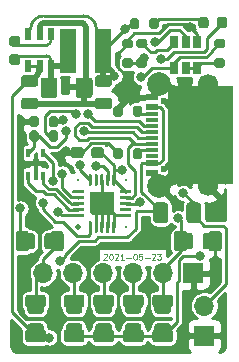
<source format=gbr>
%TF.GenerationSoftware,KiCad,Pcbnew,(5.1.9-0-10_14)*%
%TF.CreationDate,2021-05-23T14:45:52+01:00*%
%TF.ProjectId,Battery,42617474-6572-4792-9e6b-696361645f70,12*%
%TF.SameCoordinates,Original*%
%TF.FileFunction,Copper,L1,Top*%
%TF.FilePolarity,Positive*%
%FSLAX46Y46*%
G04 Gerber Fmt 4.6, Leading zero omitted, Abs format (unit mm)*
G04 Created by KiCad (PCBNEW (5.1.9-0-10_14)) date 2021-05-23 14:45:52*
%MOMM*%
%LPD*%
G01*
G04 APERTURE LIST*
%TA.AperFunction,NonConductor*%
%ADD10C,0.080000*%
%TD*%
%TA.AperFunction,EtchedComponent*%
%ADD11C,0.250000*%
%TD*%
%TA.AperFunction,EtchedComponent*%
%ADD12C,0.500000*%
%TD*%
%TA.AperFunction,SMDPad,CuDef*%
%ADD13C,0.100000*%
%TD*%
%TA.AperFunction,SMDPad,CuDef*%
%ADD14R,0.500000X4.000000*%
%TD*%
%TA.AperFunction,SMDPad,CuDef*%
%ADD15R,0.600000X1.100000*%
%TD*%
%TA.AperFunction,SMDPad,CuDef*%
%ADD16R,1.425000X3.700000*%
%TD*%
%TA.AperFunction,SMDPad,CuDef*%
%ADD17R,0.650000X1.060000*%
%TD*%
%TA.AperFunction,SMDPad,CuDef*%
%ADD18R,0.400000X0.800000*%
%TD*%
%TA.AperFunction,ComponentPad*%
%ADD19O,1.700000X1.700000*%
%TD*%
%TA.AperFunction,ComponentPad*%
%ADD20R,1.700000X1.700000*%
%TD*%
%TA.AperFunction,ComponentPad*%
%ADD21C,0.350000*%
%TD*%
%TA.AperFunction,SMDPad,CuDef*%
%ADD22R,0.200000X0.200000*%
%TD*%
%TA.AperFunction,SMDPad,CuDef*%
%ADD23C,0.500000*%
%TD*%
%TA.AperFunction,SMDPad,CuDef*%
%ADD24R,0.500000X0.200000*%
%TD*%
%TA.AperFunction,SMDPad,CuDef*%
%ADD25R,1.140000X0.600000*%
%TD*%
%TA.AperFunction,ComponentPad*%
%ADD26C,1.700000*%
%TD*%
%TA.AperFunction,ComponentPad*%
%ADD27C,2.000000*%
%TD*%
%TA.AperFunction,SMDPad,CuDef*%
%ADD28R,1.140000X0.300000*%
%TD*%
%TA.AperFunction,ComponentPad*%
%ADD29C,0.600000*%
%TD*%
%TA.AperFunction,ViaPad*%
%ADD30C,0.800000*%
%TD*%
%TA.AperFunction,Conductor*%
%ADD31C,0.250000*%
%TD*%
%TA.AperFunction,Conductor*%
%ADD32C,0.500000*%
%TD*%
%TA.AperFunction,Conductor*%
%ADD33C,0.254000*%
%TD*%
%TA.AperFunction,Conductor*%
%ADD34C,0.100000*%
%TD*%
G04 APERTURE END LIST*
D10*
X125471428Y-118923809D02*
X125495238Y-118900000D01*
X125542857Y-118876190D01*
X125661904Y-118876190D01*
X125709523Y-118900000D01*
X125733333Y-118923809D01*
X125757142Y-118971428D01*
X125757142Y-119019047D01*
X125733333Y-119090476D01*
X125447619Y-119376190D01*
X125757142Y-119376190D01*
X126066666Y-118876190D02*
X126114285Y-118876190D01*
X126161904Y-118900000D01*
X126185714Y-118923809D01*
X126209523Y-118971428D01*
X126233333Y-119066666D01*
X126233333Y-119185714D01*
X126209523Y-119280952D01*
X126185714Y-119328571D01*
X126161904Y-119352380D01*
X126114285Y-119376190D01*
X126066666Y-119376190D01*
X126019047Y-119352380D01*
X125995238Y-119328571D01*
X125971428Y-119280952D01*
X125947619Y-119185714D01*
X125947619Y-119066666D01*
X125971428Y-118971428D01*
X125995238Y-118923809D01*
X126019047Y-118900000D01*
X126066666Y-118876190D01*
X126423809Y-118923809D02*
X126447619Y-118900000D01*
X126495238Y-118876190D01*
X126614285Y-118876190D01*
X126661904Y-118900000D01*
X126685714Y-118923809D01*
X126709523Y-118971428D01*
X126709523Y-119019047D01*
X126685714Y-119090476D01*
X126400000Y-119376190D01*
X126709523Y-119376190D01*
X127185714Y-119376190D02*
X126900000Y-119376190D01*
X127042857Y-119376190D02*
X127042857Y-118876190D01*
X126995238Y-118947619D01*
X126947619Y-118995238D01*
X126900000Y-119019047D01*
X127400000Y-119185714D02*
X127780952Y-119185714D01*
X128114285Y-118876190D02*
X128161904Y-118876190D01*
X128209523Y-118900000D01*
X128233333Y-118923809D01*
X128257142Y-118971428D01*
X128280952Y-119066666D01*
X128280952Y-119185714D01*
X128257142Y-119280952D01*
X128233333Y-119328571D01*
X128209523Y-119352380D01*
X128161904Y-119376190D01*
X128114285Y-119376190D01*
X128066666Y-119352380D01*
X128042857Y-119328571D01*
X128019047Y-119280952D01*
X127995238Y-119185714D01*
X127995238Y-119066666D01*
X128019047Y-118971428D01*
X128042857Y-118923809D01*
X128066666Y-118900000D01*
X128114285Y-118876190D01*
X128733333Y-118876190D02*
X128495238Y-118876190D01*
X128471428Y-119114285D01*
X128495238Y-119090476D01*
X128542857Y-119066666D01*
X128661904Y-119066666D01*
X128709523Y-119090476D01*
X128733333Y-119114285D01*
X128757142Y-119161904D01*
X128757142Y-119280952D01*
X128733333Y-119328571D01*
X128709523Y-119352380D01*
X128661904Y-119376190D01*
X128542857Y-119376190D01*
X128495238Y-119352380D01*
X128471428Y-119328571D01*
X128971428Y-119185714D02*
X129352380Y-119185714D01*
X129566666Y-118923809D02*
X129590476Y-118900000D01*
X129638095Y-118876190D01*
X129757142Y-118876190D01*
X129804761Y-118900000D01*
X129828571Y-118923809D01*
X129852380Y-118971428D01*
X129852380Y-119019047D01*
X129828571Y-119090476D01*
X129542857Y-119376190D01*
X129852380Y-119376190D01*
X130019047Y-118876190D02*
X130328571Y-118876190D01*
X130161904Y-119066666D01*
X130233333Y-119066666D01*
X130280952Y-119090476D01*
X130304761Y-119114285D01*
X130328571Y-119161904D01*
X130328571Y-119280952D01*
X130304761Y-119328571D01*
X130280952Y-119352380D01*
X130233333Y-119376190D01*
X130090476Y-119376190D01*
X130042857Y-119352380D01*
X130019047Y-119328571D01*
D11*
%TO.C,Reg1*%
X119275000Y-99850000D02*
G75*
G02*
X120395000Y-98730000I1120000J0D01*
G01*
X120650000Y-102100000D02*
G75*
G02*
X121000000Y-102450000I0J-350000D01*
G01*
X121000000Y-100850000D02*
G75*
G02*
X120650000Y-101200000I-350000J0D01*
G01*
X123740000Y-98730000D02*
G75*
G02*
X124860000Y-99850000I0J-1120000D01*
G01*
D12*
X121000000Y-104200000D02*
X121000000Y-103000000D01*
X121000000Y-103000000D02*
X122500000Y-103000000D01*
D11*
X118150000Y-102100000D02*
X120650000Y-102100000D01*
X118050000Y-101200000D02*
X120650000Y-101200000D01*
X120395000Y-98730000D02*
X123740000Y-98730000D01*
%TD*%
%TA.AperFunction,SMDPad,CuDef*%
D13*
%TO.P,Reg1,2*%
%TO.N,DC*%
G36*
X120003956Y-102950389D02*
G01*
X120028247Y-102952943D01*
X120052173Y-102957854D01*
X120075506Y-102965076D01*
X120098022Y-102974542D01*
X120119508Y-102986159D01*
X120139756Y-102999818D01*
X120158576Y-103015387D01*
X120175787Y-103032717D01*
X120191224Y-103051646D01*
X120204740Y-103071990D01*
X120216207Y-103093556D01*
X120225515Y-103116137D01*
X120232574Y-103139520D01*
X120237318Y-103163480D01*
X120239702Y-103187788D01*
X120239702Y-103212213D01*
X120234929Y-103309776D01*
X120234929Y-103309795D01*
X120234927Y-103309817D01*
X120234734Y-103313282D01*
X120233566Y-103323698D01*
X120232545Y-103334103D01*
X120218273Y-103430754D01*
X120217739Y-103434204D01*
X120215564Y-103444436D01*
X120213529Y-103454715D01*
X120189893Y-103549513D01*
X120189025Y-103552894D01*
X120185863Y-103562859D01*
X120182834Y-103572894D01*
X120150061Y-103664932D01*
X120148867Y-103668213D01*
X120144739Y-103677844D01*
X120140754Y-103687513D01*
X120099156Y-103775915D01*
X120097647Y-103779064D01*
X120092589Y-103788264D01*
X120087687Y-103797484D01*
X120037660Y-103881404D01*
X120035852Y-103884390D01*
X120029914Y-103893062D01*
X120024143Y-103901748D01*
X119966176Y-103980371D01*
X119966169Y-103980382D01*
X119966160Y-103980393D01*
X119964076Y-103983181D01*
X119957341Y-103991207D01*
X119950731Y-103999311D01*
X119885365Y-104071908D01*
X119885357Y-104071917D01*
X119885347Y-104071927D01*
X119883005Y-104074494D01*
X119875494Y-104081849D01*
X119868146Y-104089248D01*
X119796010Y-104155117D01*
X119796001Y-104155126D01*
X119795990Y-104155135D01*
X119793405Y-104157463D01*
X119785263Y-104164009D01*
X119777181Y-104170695D01*
X119698950Y-104229220D01*
X119696140Y-104231292D01*
X119687368Y-104237032D01*
X119678700Y-104242879D01*
X119595140Y-104293484D01*
X119595131Y-104293490D01*
X119595120Y-104293496D01*
X119592132Y-104295278D01*
X119582842Y-104300134D01*
X119573645Y-104305107D01*
X119485553Y-104347313D01*
X119485537Y-104347322D01*
X119485517Y-104347330D01*
X119482378Y-104348808D01*
X119472671Y-104352730D01*
X119463020Y-104356786D01*
X119371219Y-104390198D01*
X119371213Y-104390201D01*
X119371205Y-104390203D01*
X119367923Y-104391373D01*
X119357875Y-104394330D01*
X119347880Y-104397424D01*
X119253251Y-104421721D01*
X119249864Y-104422566D01*
X119239553Y-104424533D01*
X119229325Y-104426632D01*
X119132775Y-104441579D01*
X119129322Y-104442089D01*
X119118875Y-104443040D01*
X119108484Y-104444132D01*
X119010937Y-104449586D01*
X119007450Y-104449757D01*
X119002646Y-104449723D01*
X118997840Y-104449975D01*
X118990859Y-104449999D01*
X118987368Y-104449987D01*
X118962987Y-104448536D01*
X118938863Y-104444714D01*
X118915228Y-104438556D01*
X118892306Y-104430121D01*
X118870316Y-104419490D01*
X118849468Y-104406762D01*
X118829962Y-104392062D01*
X118811984Y-104375529D01*
X118795706Y-104357320D01*
X118781281Y-104337609D01*
X118768848Y-104316585D01*
X118758527Y-104294448D01*
X118750416Y-104271409D01*
X118744590Y-104247689D01*
X118741108Y-104223514D01*
X118740001Y-104199114D01*
X118741282Y-104174723D01*
X118744935Y-104150573D01*
X118750927Y-104126894D01*
X118759202Y-104103914D01*
X118769681Y-104081851D01*
X118782262Y-104060915D01*
X118796825Y-104041307D01*
X118813232Y-104023214D01*
X118831328Y-104006808D01*
X118850937Y-103992247D01*
X118871874Y-103979668D01*
X118893938Y-103969192D01*
X118916920Y-103960920D01*
X118940598Y-103954929D01*
X118964749Y-103951278D01*
X118989141Y-103950001D01*
X118989580Y-103949999D01*
X119068362Y-103945595D01*
X119140744Y-103934389D01*
X119211700Y-103916171D01*
X119280527Y-103891119D01*
X119346585Y-103859469D01*
X119409224Y-103821534D01*
X119467879Y-103777653D01*
X119521968Y-103728264D01*
X119570975Y-103673835D01*
X119614445Y-103614873D01*
X119651944Y-103551969D01*
X119683133Y-103485689D01*
X119707703Y-103416687D01*
X119725424Y-103345613D01*
X119736123Y-103273155D01*
X119740299Y-103187786D01*
X119740493Y-103184301D01*
X119743216Y-103160029D01*
X119748294Y-103136137D01*
X119755680Y-103112856D01*
X119765302Y-103090406D01*
X119777068Y-103069003D01*
X119790869Y-103048849D01*
X119806568Y-103030139D01*
X119824019Y-103013050D01*
X119843054Y-102997745D01*
X119863492Y-102984371D01*
X119885138Y-102973055D01*
X119907784Y-102963905D01*
X119931216Y-102957010D01*
X119955208Y-102952432D01*
X119979532Y-102950219D01*
X120003956Y-102950389D01*
G37*
%TD.AperFunction*%
%TA.AperFunction,SMDPad,CuDef*%
%TO.P,Reg1,3*%
%TO.N,GND*%
G36*
X123503491Y-99050024D02*
G01*
X123507858Y-99050299D01*
X123512214Y-99050299D01*
X123556107Y-99052446D01*
X123556121Y-99052446D01*
X123556137Y-99052448D01*
X123559613Y-99052641D01*
X123570056Y-99053813D01*
X123580430Y-99054830D01*
X123623919Y-99061251D01*
X123623925Y-99061252D01*
X123623932Y-99061253D01*
X123627374Y-99061785D01*
X123637668Y-99063973D01*
X123647885Y-99065996D01*
X123690528Y-99076628D01*
X123690543Y-99076631D01*
X123690559Y-99076636D01*
X123693926Y-99077500D01*
X123703902Y-99080665D01*
X123713925Y-99083691D01*
X123755343Y-99098439D01*
X123755349Y-99098441D01*
X123755353Y-99098443D01*
X123758624Y-99099633D01*
X123768236Y-99103753D01*
X123777931Y-99107749D01*
X123817712Y-99126469D01*
X123820860Y-99127978D01*
X123830028Y-99133018D01*
X123839269Y-99137932D01*
X123877033Y-99160443D01*
X123880019Y-99162251D01*
X123888676Y-99168178D01*
X123897382Y-99173963D01*
X123932751Y-99200039D01*
X123932768Y-99200051D01*
X123932786Y-99200066D01*
X123935565Y-99202144D01*
X123943575Y-99208865D01*
X123951696Y-99215489D01*
X123984368Y-99244907D01*
X123986946Y-99247261D01*
X123994260Y-99254730D01*
X124001698Y-99262116D01*
X124031333Y-99294571D01*
X124031345Y-99294583D01*
X124031357Y-99294598D01*
X124033680Y-99297176D01*
X124040243Y-99305339D01*
X124046914Y-99313403D01*
X124073250Y-99348607D01*
X124075322Y-99351417D01*
X124081058Y-99360184D01*
X124086908Y-99368856D01*
X124109683Y-99406462D01*
X124111471Y-99409461D01*
X124116307Y-99418712D01*
X124121302Y-99427950D01*
X124140298Y-99467600D01*
X124141784Y-99470758D01*
X124145704Y-99480461D01*
X124149761Y-99490111D01*
X124164791Y-99531406D01*
X124164798Y-99531424D01*
X124164805Y-99531445D01*
X124165969Y-99534713D01*
X124168932Y-99544782D01*
X124172020Y-99554757D01*
X124182951Y-99597328D01*
X124182955Y-99597342D01*
X124182958Y-99597359D01*
X124183799Y-99600728D01*
X124185761Y-99611014D01*
X124187866Y-99621268D01*
X124194592Y-99664716D01*
X124195102Y-99668169D01*
X124196053Y-99678620D01*
X124197145Y-99689008D01*
X124199599Y-99732904D01*
X124199770Y-99736391D01*
X124199736Y-99741199D01*
X124199987Y-99745983D01*
X124199998Y-99749125D01*
X124199996Y-99749909D01*
X124200000Y-99750000D01*
X124200000Y-104550000D01*
X124199976Y-104553491D01*
X124198442Y-104577867D01*
X124194537Y-104601978D01*
X124188298Y-104625592D01*
X124179784Y-104648485D01*
X124169077Y-104670438D01*
X124156278Y-104691242D01*
X124141511Y-104710697D01*
X124124916Y-104728618D01*
X124106651Y-104744834D01*
X124086891Y-104759191D01*
X124065824Y-104771551D01*
X124062500Y-104773087D01*
X124062500Y-105900000D01*
X125550000Y-105900000D01*
X125553491Y-105900024D01*
X125577867Y-105901558D01*
X125601978Y-105905463D01*
X125625592Y-105911702D01*
X125648485Y-105920216D01*
X125670438Y-105930923D01*
X125691242Y-105943722D01*
X125710697Y-105958489D01*
X125728618Y-105975084D01*
X125744834Y-105993349D01*
X125759191Y-106013109D01*
X125771551Y-106034176D01*
X125781796Y-106056348D01*
X125789828Y-106079415D01*
X125795572Y-106103155D01*
X125798971Y-106127342D01*
X125799994Y-106151745D01*
X125798630Y-106176132D01*
X125794894Y-106200269D01*
X125788820Y-106223927D01*
X125780466Y-106246879D01*
X125769912Y-106268906D01*
X125757259Y-106289798D01*
X125742628Y-106309356D01*
X125726159Y-106327393D01*
X125708007Y-106343736D01*
X125688348Y-106358230D01*
X125667368Y-106370737D01*
X125645268Y-106381137D01*
X125622258Y-106389330D01*
X125598559Y-106395239D01*
X125574396Y-106398807D01*
X125550000Y-106400000D01*
X118950000Y-106400000D01*
X118946509Y-106399976D01*
X118922133Y-106398442D01*
X118898022Y-106394537D01*
X118874408Y-106388298D01*
X118851515Y-106379784D01*
X118829562Y-106369077D01*
X118808758Y-106356278D01*
X118789303Y-106341511D01*
X118771382Y-106324916D01*
X118755166Y-106306651D01*
X118740809Y-106286891D01*
X118728449Y-106265824D01*
X118718204Y-106243652D01*
X118710172Y-106220585D01*
X118704428Y-106196845D01*
X118701029Y-106172658D01*
X118700006Y-106148255D01*
X118701370Y-106123868D01*
X118705106Y-106099731D01*
X118711180Y-106076073D01*
X118719534Y-106053121D01*
X118730088Y-106031094D01*
X118742741Y-106010202D01*
X118757372Y-105990644D01*
X118773841Y-105972607D01*
X118791993Y-105956264D01*
X118811652Y-105941770D01*
X118832632Y-105929263D01*
X118854732Y-105918863D01*
X118877742Y-105910670D01*
X118901441Y-105904761D01*
X118925604Y-105901193D01*
X118950000Y-105900000D01*
X123562500Y-105900000D01*
X123562500Y-104550000D01*
X123562524Y-104546509D01*
X123564058Y-104522133D01*
X123567963Y-104498022D01*
X123574202Y-104474408D01*
X123582716Y-104451515D01*
X123593423Y-104429562D01*
X123606222Y-104408758D01*
X123620989Y-104389303D01*
X123637584Y-104371382D01*
X123655849Y-104355166D01*
X123675609Y-104340809D01*
X123696676Y-104328449D01*
X123700000Y-104326913D01*
X123700000Y-99754033D01*
X123698608Y-99729127D01*
X123695622Y-99709842D01*
X123690772Y-99690954D01*
X123684095Y-99672608D01*
X123675664Y-99655013D01*
X123665560Y-99638329D01*
X123653874Y-99622708D01*
X123640715Y-99608297D01*
X123626212Y-99595239D01*
X123610516Y-99583666D01*
X123593757Y-99573676D01*
X123576099Y-99565367D01*
X123557720Y-99558822D01*
X123538793Y-99554103D01*
X123519485Y-99551252D01*
X123493899Y-99550000D01*
X120504033Y-99550000D01*
X120479127Y-99551392D01*
X120459842Y-99554378D01*
X120440954Y-99559228D01*
X120422608Y-99565905D01*
X120405013Y-99574336D01*
X120388329Y-99584440D01*
X120372708Y-99596126D01*
X120358297Y-99609285D01*
X120345239Y-99623788D01*
X120333666Y-99639484D01*
X120323676Y-99656243D01*
X120315367Y-99673901D01*
X120308822Y-99692280D01*
X120304103Y-99711207D01*
X120301252Y-99730515D01*
X120300000Y-99756101D01*
X120300000Y-100250000D01*
X120299976Y-100253491D01*
X120298442Y-100277867D01*
X120294537Y-100301978D01*
X120288298Y-100325592D01*
X120279784Y-100348485D01*
X120269077Y-100370438D01*
X120256278Y-100391242D01*
X120241511Y-100410697D01*
X120224916Y-100428618D01*
X120206651Y-100444834D01*
X120186891Y-100459191D01*
X120165824Y-100471551D01*
X120143652Y-100481796D01*
X120120585Y-100489828D01*
X120096845Y-100495572D01*
X120072658Y-100498971D01*
X120048255Y-100499994D01*
X120023868Y-100498630D01*
X119999731Y-100494894D01*
X119976073Y-100488820D01*
X119953121Y-100480466D01*
X119931094Y-100469912D01*
X119910202Y-100457259D01*
X119890644Y-100442628D01*
X119872607Y-100426159D01*
X119856264Y-100408007D01*
X119841770Y-100388348D01*
X119829263Y-100367368D01*
X119818863Y-100345268D01*
X119810670Y-100322258D01*
X119804761Y-100298559D01*
X119801193Y-100274396D01*
X119800000Y-100250000D01*
X119800000Y-99750000D01*
X119800024Y-99746509D01*
X119800299Y-99742142D01*
X119800299Y-99737786D01*
X119802446Y-99693893D01*
X119802446Y-99693879D01*
X119802448Y-99693863D01*
X119802641Y-99690387D01*
X119803813Y-99679944D01*
X119804830Y-99669570D01*
X119811252Y-99626077D01*
X119811785Y-99622626D01*
X119813973Y-99612332D01*
X119815996Y-99602115D01*
X119826628Y-99559472D01*
X119826631Y-99559457D01*
X119826636Y-99559441D01*
X119827500Y-99556074D01*
X119830665Y-99546098D01*
X119833691Y-99536075D01*
X119848439Y-99494657D01*
X119849633Y-99491376D01*
X119853753Y-99481764D01*
X119857749Y-99472069D01*
X119876469Y-99432288D01*
X119877978Y-99429140D01*
X119883018Y-99419972D01*
X119887932Y-99410731D01*
X119910443Y-99372967D01*
X119912251Y-99369981D01*
X119918178Y-99361324D01*
X119923963Y-99352618D01*
X119950039Y-99317249D01*
X119950051Y-99317232D01*
X119950066Y-99317214D01*
X119952144Y-99314435D01*
X119958865Y-99306425D01*
X119965489Y-99298304D01*
X119994907Y-99265632D01*
X119997261Y-99263054D01*
X120004730Y-99255740D01*
X120012116Y-99248302D01*
X120044571Y-99218667D01*
X120044583Y-99218655D01*
X120044598Y-99218643D01*
X120047176Y-99216320D01*
X120055339Y-99209757D01*
X120063403Y-99203086D01*
X120098607Y-99176750D01*
X120101417Y-99174678D01*
X120110184Y-99168942D01*
X120118856Y-99163092D01*
X120156462Y-99140317D01*
X120159461Y-99138529D01*
X120168712Y-99133693D01*
X120177950Y-99128698D01*
X120217600Y-99109702D01*
X120220758Y-99108216D01*
X120230461Y-99104296D01*
X120240111Y-99100239D01*
X120281406Y-99085209D01*
X120281424Y-99085202D01*
X120281445Y-99085195D01*
X120284713Y-99084031D01*
X120294782Y-99081068D01*
X120304757Y-99077980D01*
X120347328Y-99067049D01*
X120347342Y-99067045D01*
X120347359Y-99067042D01*
X120350728Y-99066201D01*
X120361014Y-99064239D01*
X120371268Y-99062134D01*
X120414716Y-99055408D01*
X120418169Y-99054898D01*
X120428620Y-99053947D01*
X120439008Y-99052855D01*
X120482904Y-99050401D01*
X120486391Y-99050230D01*
X120491199Y-99050264D01*
X120495983Y-99050013D01*
X120499125Y-99050002D01*
X120499909Y-99050004D01*
X120500000Y-99050000D01*
X123500000Y-99050000D01*
X123503491Y-99050024D01*
G37*
%TD.AperFunction*%
D14*
%TO.P,Reg1,4*%
%TO.N,+3V3*%
X125450000Y-102450000D03*
D15*
%TO.P,Reg1,~*%
%TO.N,N/C*%
X121000000Y-100300000D03*
X119100000Y-100300000D03*
%TO.P,Reg1,3*%
%TO.N,GND*%
X120050000Y-100300000D03*
%TO.P,Reg1,1*%
%TO.N,DC*%
X119100000Y-103000000D03*
%TO.P,Reg1,2*%
X120050000Y-103000000D03*
%TO.P,Reg1,~*%
%TO.N,N/C*%
X121000000Y-103000000D03*
%TO.P,Reg1,4*%
%TO.N,+3V3*%
%TA.AperFunction,SMDPad,CuDef*%
G36*
G01*
X124975000Y-103750000D02*
X125925000Y-103750000D01*
G75*
G02*
X126175000Y-104000000I0J-250000D01*
G01*
X126175000Y-104500000D01*
G75*
G02*
X125925000Y-104750000I-250000J0D01*
G01*
X124975000Y-104750000D01*
G75*
G02*
X124725000Y-104500000I0J250000D01*
G01*
X124725000Y-104000000D01*
G75*
G02*
X124975000Y-103750000I250000J0D01*
G01*
G37*
%TD.AperFunction*%
%TO.P,Reg1,3*%
%TO.N,GND*%
%TA.AperFunction,SMDPad,CuDef*%
G36*
G01*
X124975000Y-105650000D02*
X125925000Y-105650000D01*
G75*
G02*
X126175000Y-105900000I0J-250000D01*
G01*
X126175000Y-106400000D01*
G75*
G02*
X125925000Y-106650000I-250000J0D01*
G01*
X124975000Y-106650000D01*
G75*
G02*
X124725000Y-106400000I0J250000D01*
G01*
X124725000Y-105900000D01*
G75*
G02*
X124975000Y-105650000I250000J0D01*
G01*
G37*
%TD.AperFunction*%
%TA.AperFunction,SMDPad,CuDef*%
G36*
G01*
X118725000Y-105650000D02*
X119675000Y-105650000D01*
G75*
G02*
X119925000Y-105900000I0J-250000D01*
G01*
X119925000Y-106400000D01*
G75*
G02*
X119675000Y-106650000I-250000J0D01*
G01*
X118725000Y-106650000D01*
G75*
G02*
X118475000Y-106400000I0J250000D01*
G01*
X118475000Y-105900000D01*
G75*
G02*
X118725000Y-105650000I250000J0D01*
G01*
G37*
%TD.AperFunction*%
%TO.P,Reg1,2*%
%TO.N,DC*%
%TA.AperFunction,SMDPad,CuDef*%
G36*
G01*
X118725000Y-103750000D02*
X119675000Y-103750000D01*
G75*
G02*
X119925000Y-104000000I0J-250000D01*
G01*
X119925000Y-104500000D01*
G75*
G02*
X119675000Y-104750000I-250000J0D01*
G01*
X118725000Y-104750000D01*
G75*
G02*
X118475000Y-104500000I0J250000D01*
G01*
X118475000Y-104000000D01*
G75*
G02*
X118725000Y-103750000I250000J0D01*
G01*
G37*
%TD.AperFunction*%
%TO.P,Reg1,~*%
%TO.N,N/C*%
%TA.AperFunction,SMDPad,CuDef*%
G36*
G01*
X118200000Y-101325000D02*
X117700000Y-101325000D01*
G75*
G02*
X117475000Y-101100000I0J225000D01*
G01*
X117475000Y-100650000D01*
G75*
G02*
X117700000Y-100425000I225000J0D01*
G01*
X118200000Y-100425000D01*
G75*
G02*
X118425000Y-100650000I0J-225000D01*
G01*
X118425000Y-101100000D01*
G75*
G02*
X118200000Y-101325000I-225000J0D01*
G01*
G37*
%TD.AperFunction*%
%TA.AperFunction,SMDPad,CuDef*%
G36*
G01*
X118200000Y-102875000D02*
X117700000Y-102875000D01*
G75*
G02*
X117475000Y-102650000I0J225000D01*
G01*
X117475000Y-102200000D01*
G75*
G02*
X117700000Y-101975000I225000J0D01*
G01*
X118200000Y-101975000D01*
G75*
G02*
X118425000Y-102200000I0J-225000D01*
G01*
X118425000Y-102650000D01*
G75*
G02*
X118200000Y-102875000I-225000J0D01*
G01*
G37*
%TD.AperFunction*%
%TA.AperFunction,SMDPad,CuDef*%
G36*
G01*
X120125000Y-105445626D02*
X120125000Y-104194374D01*
G75*
G02*
X120374374Y-103945000I249374J0D01*
G01*
X121300626Y-103945000D01*
G75*
G02*
X121550000Y-104194374I0J-249374D01*
G01*
X121550000Y-105445626D01*
G75*
G02*
X121300626Y-105695000I-249374J0D01*
G01*
X120374374Y-105695000D01*
G75*
G02*
X120125000Y-105445626I0J249374D01*
G01*
G37*
%TD.AperFunction*%
%TO.P,Reg1,3*%
%TO.N,GND*%
%TA.AperFunction,SMDPad,CuDef*%
G36*
G01*
X123100000Y-105445626D02*
X123100000Y-104194374D01*
G75*
G02*
X123349374Y-103945000I249374J0D01*
G01*
X124275626Y-103945000D01*
G75*
G02*
X124525000Y-104194374I0J-249374D01*
G01*
X124525000Y-105445626D01*
G75*
G02*
X124275626Y-105695000I-249374J0D01*
G01*
X123349374Y-105695000D01*
G75*
G02*
X123100000Y-105445626I0J249374D01*
G01*
G37*
%TD.AperFunction*%
D16*
%TO.P,Reg1,4*%
%TO.N,+3V3*%
X125450000Y-101700000D03*
%TO.P,Reg1,~*%
%TO.N,N/C*%
X122450000Y-101700000D03*
%TD*%
D17*
%TO.P,U3,5*%
%TO.N,Net-(R14-Pad1)*%
X132400000Y-103100000D03*
%TO.P,U3,6*%
X133350000Y-103100000D03*
%TO.P,U3,4*%
%TO.N,DC*%
X131450000Y-103100000D03*
%TO.P,U3,3*%
%TO.N,Net-(R12-Pad1)*%
X131450000Y-100900000D03*
%TO.P,U3,2*%
%TO.N,ADCON*%
X132400000Y-100900000D03*
%TO.P,U3,1*%
%TO.N,GND*%
X133350000Y-100900000D03*
%TD*%
%TO.P,R14,2*%
%TO.N,DC*%
%TA.AperFunction,SMDPad,CuDef*%
G36*
G01*
X135575000Y-101475000D02*
X135025000Y-101475000D01*
G75*
G02*
X134825000Y-101275000I0J200000D01*
G01*
X134825000Y-100875000D01*
G75*
G02*
X135025000Y-100675000I200000J0D01*
G01*
X135575000Y-100675000D01*
G75*
G02*
X135775000Y-100875000I0J-200000D01*
G01*
X135775000Y-101275000D01*
G75*
G02*
X135575000Y-101475000I-200000J0D01*
G01*
G37*
%TD.AperFunction*%
%TO.P,R14,1*%
%TO.N,Net-(R14-Pad1)*%
%TA.AperFunction,SMDPad,CuDef*%
G36*
G01*
X135575000Y-103125000D02*
X135025000Y-103125000D01*
G75*
G02*
X134825000Y-102925000I0J200000D01*
G01*
X134825000Y-102525000D01*
G75*
G02*
X135025000Y-102325000I200000J0D01*
G01*
X135575000Y-102325000D01*
G75*
G02*
X135775000Y-102525000I0J-200000D01*
G01*
X135775000Y-102925000D01*
G75*
G02*
X135575000Y-103125000I-200000J0D01*
G01*
G37*
%TD.AperFunction*%
%TD*%
%TO.P,R10,2*%
%TO.N,ADCON*%
%TA.AperFunction,SMDPad,CuDef*%
G36*
G01*
X120825000Y-107975000D02*
X120825000Y-107425000D01*
G75*
G02*
X121025000Y-107225000I200000J0D01*
G01*
X121425000Y-107225000D01*
G75*
G02*
X121625000Y-107425000I0J-200000D01*
G01*
X121625000Y-107975000D01*
G75*
G02*
X121425000Y-108175000I-200000J0D01*
G01*
X121025000Y-108175000D01*
G75*
G02*
X120825000Y-107975000I0J200000D01*
G01*
G37*
%TD.AperFunction*%
%TO.P,R10,1*%
%TO.N,GND*%
%TA.AperFunction,SMDPad,CuDef*%
G36*
G01*
X119175000Y-107975000D02*
X119175000Y-107425000D01*
G75*
G02*
X119375000Y-107225000I200000J0D01*
G01*
X119775000Y-107225000D01*
G75*
G02*
X119975000Y-107425000I0J-200000D01*
G01*
X119975000Y-107975000D01*
G75*
G02*
X119775000Y-108175000I-200000J0D01*
G01*
X119375000Y-108175000D01*
G75*
G02*
X119175000Y-107975000I0J200000D01*
G01*
G37*
%TD.AperFunction*%
%TD*%
%TO.P,D2,2*%
%TO.N,VBUS*%
%TA.AperFunction,SMDPad,CuDef*%
G36*
G01*
X130925000Y-114775000D02*
X130925000Y-116025000D01*
G75*
G02*
X130675000Y-116275000I-250000J0D01*
G01*
X129925000Y-116275000D01*
G75*
G02*
X129675000Y-116025000I0J250000D01*
G01*
X129675000Y-114775000D01*
G75*
G02*
X129925000Y-114525000I250000J0D01*
G01*
X130675000Y-114525000D01*
G75*
G02*
X130925000Y-114775000I0J-250000D01*
G01*
G37*
%TD.AperFunction*%
%TO.P,D2,1*%
%TO.N,DC*%
%TA.AperFunction,SMDPad,CuDef*%
G36*
G01*
X133725000Y-114775000D02*
X133725000Y-116025000D01*
G75*
G02*
X133475000Y-116275000I-250000J0D01*
G01*
X132725000Y-116275000D01*
G75*
G02*
X132475000Y-116025000I0J250000D01*
G01*
X132475000Y-114775000D01*
G75*
G02*
X132725000Y-114525000I250000J0D01*
G01*
X133475000Y-114525000D01*
G75*
G02*
X133725000Y-114775000I0J-250000D01*
G01*
G37*
%TD.AperFunction*%
%TD*%
D18*
%TO.P,Q1,5*%
%TO.N,Net-(Q1-Pad5)*%
X119050000Y-110350000D03*
%TO.P,Q1,4*%
%TO.N,Net-(Q1-Pad4)*%
X120350000Y-110350000D03*
%TO.P,Q1,3*%
%TO.N,GPIO0*%
X120350000Y-112250000D03*
%TO.P,Q1,2*%
%TO.N,GND*%
X119700000Y-112250000D03*
%TO.P,Q1,1*%
%TO.N,EN*%
X119050000Y-112250000D03*
%TD*%
%TO.P,D1,2*%
%TO.N,Net-(D1-Pad2)*%
%TA.AperFunction,SMDPad,CuDef*%
G36*
G01*
X134350000Y-99043750D02*
X134350000Y-99556250D01*
G75*
G02*
X134131250Y-99775000I-218750J0D01*
G01*
X133693750Y-99775000D01*
G75*
G02*
X133475000Y-99556250I0J218750D01*
G01*
X133475000Y-99043750D01*
G75*
G02*
X133693750Y-98825000I218750J0D01*
G01*
X134131250Y-98825000D01*
G75*
G02*
X134350000Y-99043750I0J-218750D01*
G01*
G37*
%TD.AperFunction*%
%TO.P,D1,1*%
%TO.N,Net-(D1-Pad1)*%
%TA.AperFunction,SMDPad,CuDef*%
G36*
G01*
X135925000Y-99043750D02*
X135925000Y-99556250D01*
G75*
G02*
X135706250Y-99775000I-218750J0D01*
G01*
X135268750Y-99775000D01*
G75*
G02*
X135050000Y-99556250I0J218750D01*
G01*
X135050000Y-99043750D01*
G75*
G02*
X135268750Y-98825000I218750J0D01*
G01*
X135706250Y-98825000D01*
G75*
G02*
X135925000Y-99043750I0J-218750D01*
G01*
G37*
%TD.AperFunction*%
%TD*%
%TO.P,C2,2*%
%TO.N,GND*%
%TA.AperFunction,SMDPad,CuDef*%
G36*
G01*
X123775000Y-110062500D02*
X123775000Y-110537500D01*
G75*
G02*
X123537500Y-110775000I-237500J0D01*
G01*
X122937500Y-110775000D01*
G75*
G02*
X122700000Y-110537500I0J237500D01*
G01*
X122700000Y-110062500D01*
G75*
G02*
X122937500Y-109825000I237500J0D01*
G01*
X123537500Y-109825000D01*
G75*
G02*
X123775000Y-110062500I0J-237500D01*
G01*
G37*
%TD.AperFunction*%
%TO.P,C2,1*%
%TO.N,USB3.3*%
%TA.AperFunction,SMDPad,CuDef*%
G36*
G01*
X125500000Y-110062500D02*
X125500000Y-110537500D01*
G75*
G02*
X125262500Y-110775000I-237500J0D01*
G01*
X124662500Y-110775000D01*
G75*
G02*
X124425000Y-110537500I0J237500D01*
G01*
X124425000Y-110062500D01*
G75*
G02*
X124662500Y-109825000I237500J0D01*
G01*
X125262500Y-109825000D01*
G75*
G02*
X125500000Y-110062500I0J-237500D01*
G01*
G37*
%TD.AperFunction*%
%TD*%
D19*
%TO.P,J3,2*%
%TO.N,DC*%
X134000000Y-123260000D03*
D20*
%TO.P,J3,1*%
%TO.N,GND*%
X134000000Y-125800000D03*
%TD*%
%TO.P,R13,2*%
%TO.N,GND*%
%TA.AperFunction,SMDPad,CuDef*%
G36*
G01*
X127775000Y-101475000D02*
X127225000Y-101475000D01*
G75*
G02*
X127025000Y-101275000I0J200000D01*
G01*
X127025000Y-100875000D01*
G75*
G02*
X127225000Y-100675000I200000J0D01*
G01*
X127775000Y-100675000D01*
G75*
G02*
X127975000Y-100875000I0J-200000D01*
G01*
X127975000Y-101275000D01*
G75*
G02*
X127775000Y-101475000I-200000J0D01*
G01*
G37*
%TD.AperFunction*%
%TO.P,R13,1*%
%TO.N,ADC*%
%TA.AperFunction,SMDPad,CuDef*%
G36*
G01*
X127775000Y-103125000D02*
X127225000Y-103125000D01*
G75*
G02*
X127025000Y-102925000I0J200000D01*
G01*
X127025000Y-102525000D01*
G75*
G02*
X127225000Y-102325000I200000J0D01*
G01*
X127775000Y-102325000D01*
G75*
G02*
X127975000Y-102525000I0J-200000D01*
G01*
X127975000Y-102925000D01*
G75*
G02*
X127775000Y-103125000I-200000J0D01*
G01*
G37*
%TD.AperFunction*%
%TD*%
%TO.P,R12,2*%
%TO.N,ADC*%
%TA.AperFunction,SMDPad,CuDef*%
G36*
G01*
X128425000Y-102325000D02*
X128975000Y-102325000D01*
G75*
G02*
X129175000Y-102525000I0J-200000D01*
G01*
X129175000Y-102925000D01*
G75*
G02*
X128975000Y-103125000I-200000J0D01*
G01*
X128425000Y-103125000D01*
G75*
G02*
X128225000Y-102925000I0J200000D01*
G01*
X128225000Y-102525000D01*
G75*
G02*
X128425000Y-102325000I200000J0D01*
G01*
G37*
%TD.AperFunction*%
%TO.P,R12,1*%
%TO.N,Net-(R12-Pad1)*%
%TA.AperFunction,SMDPad,CuDef*%
G36*
G01*
X128425000Y-100675000D02*
X128975000Y-100675000D01*
G75*
G02*
X129175000Y-100875000I0J-200000D01*
G01*
X129175000Y-101275000D01*
G75*
G02*
X128975000Y-101475000I-200000J0D01*
G01*
X128425000Y-101475000D01*
G75*
G02*
X128225000Y-101275000I0J200000D01*
G01*
X128225000Y-100875000D01*
G75*
G02*
X128425000Y-100675000I200000J0D01*
G01*
G37*
%TD.AperFunction*%
%TD*%
%TO.P,R11,2*%
%TO.N,Net-(D1-Pad2)*%
%TA.AperFunction,SMDPad,CuDef*%
G36*
G01*
X129325000Y-99675000D02*
X129325000Y-99125000D01*
G75*
G02*
X129525000Y-98925000I200000J0D01*
G01*
X129925000Y-98925000D01*
G75*
G02*
X130125000Y-99125000I0J-200000D01*
G01*
X130125000Y-99675000D01*
G75*
G02*
X129925000Y-99875000I-200000J0D01*
G01*
X129525000Y-99875000D01*
G75*
G02*
X129325000Y-99675000I0J200000D01*
G01*
G37*
%TD.AperFunction*%
%TO.P,R11,1*%
%TO.N,+3V3*%
%TA.AperFunction,SMDPad,CuDef*%
G36*
G01*
X127675000Y-99675000D02*
X127675000Y-99125000D01*
G75*
G02*
X127875000Y-98925000I200000J0D01*
G01*
X128275000Y-98925000D01*
G75*
G02*
X128475000Y-99125000I0J-200000D01*
G01*
X128475000Y-99675000D01*
G75*
G02*
X128275000Y-99875000I-200000J0D01*
G01*
X127875000Y-99875000D01*
G75*
G02*
X127675000Y-99675000I0J200000D01*
G01*
G37*
%TD.AperFunction*%
%TD*%
%TO.P,R9,2*%
%TO.N,+3V3*%
%TA.AperFunction,SMDPad,CuDef*%
G36*
G01*
X120825000Y-109175000D02*
X120825000Y-108625000D01*
G75*
G02*
X121025000Y-108425000I200000J0D01*
G01*
X121425000Y-108425000D01*
G75*
G02*
X121625000Y-108625000I0J-200000D01*
G01*
X121625000Y-109175000D01*
G75*
G02*
X121425000Y-109375000I-200000J0D01*
G01*
X121025000Y-109375000D01*
G75*
G02*
X120825000Y-109175000I0J200000D01*
G01*
G37*
%TD.AperFunction*%
%TO.P,R9,1*%
%TO.N,Net-(Q1-Pad5)*%
%TA.AperFunction,SMDPad,CuDef*%
G36*
G01*
X119175000Y-109175000D02*
X119175000Y-108625000D01*
G75*
G02*
X119375000Y-108425000I200000J0D01*
G01*
X119775000Y-108425000D01*
G75*
G02*
X119975000Y-108625000I0J-200000D01*
G01*
X119975000Y-109175000D01*
G75*
G02*
X119775000Y-109375000I-200000J0D01*
G01*
X119375000Y-109375000D01*
G75*
G02*
X119175000Y-109175000I0J200000D01*
G01*
G37*
%TD.AperFunction*%
%TD*%
%TO.P,R8,2*%
%TO.N,Net-(J2-PadB5)*%
%TA.AperFunction,SMDPad,CuDef*%
G36*
G01*
X127925000Y-107075000D02*
X127925000Y-106525000D01*
G75*
G02*
X128125000Y-106325000I200000J0D01*
G01*
X128525000Y-106325000D01*
G75*
G02*
X128725000Y-106525000I0J-200000D01*
G01*
X128725000Y-107075000D01*
G75*
G02*
X128525000Y-107275000I-200000J0D01*
G01*
X128125000Y-107275000D01*
G75*
G02*
X127925000Y-107075000I0J200000D01*
G01*
G37*
%TD.AperFunction*%
%TO.P,R8,1*%
%TO.N,GND*%
%TA.AperFunction,SMDPad,CuDef*%
G36*
G01*
X126275000Y-107075000D02*
X126275000Y-106525000D01*
G75*
G02*
X126475000Y-106325000I200000J0D01*
G01*
X126875000Y-106325000D01*
G75*
G02*
X127075000Y-106525000I0J-200000D01*
G01*
X127075000Y-107075000D01*
G75*
G02*
X126875000Y-107275000I-200000J0D01*
G01*
X126475000Y-107275000D01*
G75*
G02*
X126275000Y-107075000I0J200000D01*
G01*
G37*
%TD.AperFunction*%
%TD*%
%TO.P,R7,2*%
%TO.N,GND*%
%TA.AperFunction,SMDPad,CuDef*%
G36*
G01*
X127075000Y-110125000D02*
X127075000Y-110675000D01*
G75*
G02*
X126875000Y-110875000I-200000J0D01*
G01*
X126475000Y-110875000D01*
G75*
G02*
X126275000Y-110675000I0J200000D01*
G01*
X126275000Y-110125000D01*
G75*
G02*
X126475000Y-109925000I200000J0D01*
G01*
X126875000Y-109925000D01*
G75*
G02*
X127075000Y-110125000I0J-200000D01*
G01*
G37*
%TD.AperFunction*%
%TO.P,R7,1*%
%TO.N,Net-(J2-PadA5)*%
%TA.AperFunction,SMDPad,CuDef*%
G36*
G01*
X128725000Y-110125000D02*
X128725000Y-110675000D01*
G75*
G02*
X128525000Y-110875000I-200000J0D01*
G01*
X128125000Y-110875000D01*
G75*
G02*
X127925000Y-110675000I0J200000D01*
G01*
X127925000Y-110125000D01*
G75*
G02*
X128125000Y-109925000I200000J0D01*
G01*
X128525000Y-109925000D01*
G75*
G02*
X128725000Y-110125000I0J-200000D01*
G01*
G37*
%TD.AperFunction*%
%TD*%
%TO.P,R6,1*%
%TO.N,IO5*%
%TA.AperFunction,SMDPad,CuDef*%
G36*
G01*
X118625000Y-118249900D02*
X118625000Y-117350100D01*
G75*
G02*
X118875100Y-117100000I250100J0D01*
G01*
X119399900Y-117100000D01*
G75*
G02*
X119650000Y-117350100I0J-250100D01*
G01*
X119650000Y-118249900D01*
G75*
G02*
X119399900Y-118500000I-250100J0D01*
G01*
X118875100Y-118500000D01*
G75*
G02*
X118625000Y-118249900I0J250100D01*
G01*
G37*
%TD.AperFunction*%
%TO.P,R6,2*%
%TO.N,Net-(J1-Pad6)*%
%TA.AperFunction,SMDPad,CuDef*%
G36*
G01*
X120450000Y-118249900D02*
X120450000Y-117350100D01*
G75*
G02*
X120700100Y-117100000I250100J0D01*
G01*
X121224900Y-117100000D01*
G75*
G02*
X121475000Y-117350100I0J-250100D01*
G01*
X121475000Y-118249900D01*
G75*
G02*
X121224900Y-118500000I-250100J0D01*
G01*
X120700100Y-118500000D01*
G75*
G02*
X120450000Y-118249900I0J250100D01*
G01*
G37*
%TD.AperFunction*%
%TA.AperFunction,SMDPad,CuDef*%
G36*
G01*
X120950000Y-118425250D02*
X120950000Y-117174750D01*
G75*
G02*
X121199750Y-116925000I249750J0D01*
G01*
X121825250Y-116925000D01*
G75*
G02*
X122075000Y-117174750I0J-249750D01*
G01*
X122075000Y-118425250D01*
G75*
G02*
X121825250Y-118675000I-249750J0D01*
G01*
X121199750Y-118675000D01*
G75*
G02*
X120950000Y-118425250I0J249750D01*
G01*
G37*
%TD.AperFunction*%
%TO.P,R6,1*%
%TO.N,IO5*%
%TA.AperFunction,SMDPad,CuDef*%
G36*
G01*
X118025000Y-118425250D02*
X118025000Y-117174750D01*
G75*
G02*
X118274750Y-116925000I249750J0D01*
G01*
X118900250Y-116925000D01*
G75*
G02*
X119150000Y-117174750I0J-249750D01*
G01*
X119150000Y-118425250D01*
G75*
G02*
X118900250Y-118675000I-249750J0D01*
G01*
X118274750Y-118675000D01*
G75*
G02*
X118025000Y-118425250I0J249750D01*
G01*
G37*
%TD.AperFunction*%
%TD*%
%TO.P,R5,1*%
%TO.N,DC*%
%TA.AperFunction,SMDPad,CuDef*%
G36*
G01*
X120149900Y-125775000D02*
X119250100Y-125775000D01*
G75*
G02*
X119000000Y-125524900I0J250100D01*
G01*
X119000000Y-125000100D01*
G75*
G02*
X119250100Y-124750000I250100J0D01*
G01*
X120149900Y-124750000D01*
G75*
G02*
X120400000Y-125000100I0J-250100D01*
G01*
X120400000Y-125524900D01*
G75*
G02*
X120149900Y-125775000I-250100J0D01*
G01*
G37*
%TD.AperFunction*%
%TO.P,R5,2*%
%TO.N,Net-(J1-Pad6)*%
%TA.AperFunction,SMDPad,CuDef*%
G36*
G01*
X120149900Y-123950000D02*
X119250100Y-123950000D01*
G75*
G02*
X119000000Y-123699900I0J250100D01*
G01*
X119000000Y-123175100D01*
G75*
G02*
X119250100Y-122925000I250100J0D01*
G01*
X120149900Y-122925000D01*
G75*
G02*
X120400000Y-123175100I0J-250100D01*
G01*
X120400000Y-123699900D01*
G75*
G02*
X120149900Y-123950000I-250100J0D01*
G01*
G37*
%TD.AperFunction*%
%TA.AperFunction,SMDPad,CuDef*%
G36*
G01*
X120325250Y-123450000D02*
X119074750Y-123450000D01*
G75*
G02*
X118825000Y-123200250I0J249750D01*
G01*
X118825000Y-122574750D01*
G75*
G02*
X119074750Y-122325000I249750J0D01*
G01*
X120325250Y-122325000D01*
G75*
G02*
X120575000Y-122574750I0J-249750D01*
G01*
X120575000Y-123200250D01*
G75*
G02*
X120325250Y-123450000I-249750J0D01*
G01*
G37*
%TD.AperFunction*%
%TO.P,R5,1*%
%TO.N,DC*%
%TA.AperFunction,SMDPad,CuDef*%
G36*
G01*
X120325250Y-126375000D02*
X119074750Y-126375000D01*
G75*
G02*
X118825000Y-126125250I0J249750D01*
G01*
X118825000Y-125499750D01*
G75*
G02*
X119074750Y-125250000I249750J0D01*
G01*
X120325250Y-125250000D01*
G75*
G02*
X120575000Y-125499750I0J-249750D01*
G01*
X120575000Y-126125250D01*
G75*
G02*
X120325250Y-126375000I-249750J0D01*
G01*
G37*
%TD.AperFunction*%
%TD*%
%TO.P,R4,1*%
%TO.N,+3V3*%
%TA.AperFunction,SMDPad,CuDef*%
G36*
G01*
X123419900Y-125775000D02*
X122520100Y-125775000D01*
G75*
G02*
X122270000Y-125524900I0J250100D01*
G01*
X122270000Y-125000100D01*
G75*
G02*
X122520100Y-124750000I250100J0D01*
G01*
X123419900Y-124750000D01*
G75*
G02*
X123670000Y-125000100I0J-250100D01*
G01*
X123670000Y-125524900D01*
G75*
G02*
X123419900Y-125775000I-250100J0D01*
G01*
G37*
%TD.AperFunction*%
%TO.P,R4,2*%
%TO.N,IO4*%
%TA.AperFunction,SMDPad,CuDef*%
G36*
G01*
X123419900Y-123950000D02*
X122520100Y-123950000D01*
G75*
G02*
X122270000Y-123699900I0J250100D01*
G01*
X122270000Y-123175100D01*
G75*
G02*
X122520100Y-122925000I250100J0D01*
G01*
X123419900Y-122925000D01*
G75*
G02*
X123670000Y-123175100I0J-250100D01*
G01*
X123670000Y-123699900D01*
G75*
G02*
X123419900Y-123950000I-250100J0D01*
G01*
G37*
%TD.AperFunction*%
%TA.AperFunction,SMDPad,CuDef*%
G36*
G01*
X123595250Y-123450000D02*
X122344750Y-123450000D01*
G75*
G02*
X122095000Y-123200250I0J249750D01*
G01*
X122095000Y-122574750D01*
G75*
G02*
X122344750Y-122325000I249750J0D01*
G01*
X123595250Y-122325000D01*
G75*
G02*
X123845000Y-122574750I0J-249750D01*
G01*
X123845000Y-123200250D01*
G75*
G02*
X123595250Y-123450000I-249750J0D01*
G01*
G37*
%TD.AperFunction*%
%TO.P,R4,1*%
%TO.N,+3V3*%
%TA.AperFunction,SMDPad,CuDef*%
G36*
G01*
X123595250Y-126375000D02*
X122344750Y-126375000D01*
G75*
G02*
X122095000Y-126125250I0J249750D01*
G01*
X122095000Y-125499750D01*
G75*
G02*
X122344750Y-125250000I249750J0D01*
G01*
X123595250Y-125250000D01*
G75*
G02*
X123845000Y-125499750I0J-249750D01*
G01*
X123845000Y-126125250D01*
G75*
G02*
X123595250Y-126375000I-249750J0D01*
G01*
G37*
%TD.AperFunction*%
%TD*%
%TO.P,R3,1*%
%TO.N,+3V3*%
%TA.AperFunction,SMDPad,CuDef*%
G36*
G01*
X125919900Y-125775000D02*
X125020100Y-125775000D01*
G75*
G02*
X124770000Y-125524900I0J250100D01*
G01*
X124770000Y-125000100D01*
G75*
G02*
X125020100Y-124750000I250100J0D01*
G01*
X125919900Y-124750000D01*
G75*
G02*
X126170000Y-125000100I0J-250100D01*
G01*
X126170000Y-125524900D01*
G75*
G02*
X125919900Y-125775000I-250100J0D01*
G01*
G37*
%TD.AperFunction*%
%TO.P,R3,2*%
%TO.N,IO3*%
%TA.AperFunction,SMDPad,CuDef*%
G36*
G01*
X125919900Y-123950000D02*
X125020100Y-123950000D01*
G75*
G02*
X124770000Y-123699900I0J250100D01*
G01*
X124770000Y-123175100D01*
G75*
G02*
X125020100Y-122925000I250100J0D01*
G01*
X125919900Y-122925000D01*
G75*
G02*
X126170000Y-123175100I0J-250100D01*
G01*
X126170000Y-123699900D01*
G75*
G02*
X125919900Y-123950000I-250100J0D01*
G01*
G37*
%TD.AperFunction*%
%TA.AperFunction,SMDPad,CuDef*%
G36*
G01*
X126095250Y-123450000D02*
X124844750Y-123450000D01*
G75*
G02*
X124595000Y-123200250I0J249750D01*
G01*
X124595000Y-122574750D01*
G75*
G02*
X124844750Y-122325000I249750J0D01*
G01*
X126095250Y-122325000D01*
G75*
G02*
X126345000Y-122574750I0J-249750D01*
G01*
X126345000Y-123200250D01*
G75*
G02*
X126095250Y-123450000I-249750J0D01*
G01*
G37*
%TD.AperFunction*%
%TO.P,R3,1*%
%TO.N,+3V3*%
%TA.AperFunction,SMDPad,CuDef*%
G36*
G01*
X126095250Y-126375000D02*
X124844750Y-126375000D01*
G75*
G02*
X124595000Y-126125250I0J249750D01*
G01*
X124595000Y-125499750D01*
G75*
G02*
X124844750Y-125250000I249750J0D01*
G01*
X126095250Y-125250000D01*
G75*
G02*
X126345000Y-125499750I0J-249750D01*
G01*
X126345000Y-126125250D01*
G75*
G02*
X126095250Y-126375000I-249750J0D01*
G01*
G37*
%TD.AperFunction*%
%TD*%
%TO.P,R2,1*%
%TO.N,+3V3*%
%TA.AperFunction,SMDPad,CuDef*%
G36*
G01*
X128419900Y-125775000D02*
X127520100Y-125775000D01*
G75*
G02*
X127270000Y-125524900I0J250100D01*
G01*
X127270000Y-125000100D01*
G75*
G02*
X127520100Y-124750000I250100J0D01*
G01*
X128419900Y-124750000D01*
G75*
G02*
X128670000Y-125000100I0J-250100D01*
G01*
X128670000Y-125524900D01*
G75*
G02*
X128419900Y-125775000I-250100J0D01*
G01*
G37*
%TD.AperFunction*%
%TO.P,R2,2*%
%TO.N,IO2*%
%TA.AperFunction,SMDPad,CuDef*%
G36*
G01*
X128419900Y-123950000D02*
X127520100Y-123950000D01*
G75*
G02*
X127270000Y-123699900I0J250100D01*
G01*
X127270000Y-123175100D01*
G75*
G02*
X127520100Y-122925000I250100J0D01*
G01*
X128419900Y-122925000D01*
G75*
G02*
X128670000Y-123175100I0J-250100D01*
G01*
X128670000Y-123699900D01*
G75*
G02*
X128419900Y-123950000I-250100J0D01*
G01*
G37*
%TD.AperFunction*%
%TA.AperFunction,SMDPad,CuDef*%
G36*
G01*
X128595250Y-123450000D02*
X127344750Y-123450000D01*
G75*
G02*
X127095000Y-123200250I0J249750D01*
G01*
X127095000Y-122574750D01*
G75*
G02*
X127344750Y-122325000I249750J0D01*
G01*
X128595250Y-122325000D01*
G75*
G02*
X128845000Y-122574750I0J-249750D01*
G01*
X128845000Y-123200250D01*
G75*
G02*
X128595250Y-123450000I-249750J0D01*
G01*
G37*
%TD.AperFunction*%
%TO.P,R2,1*%
%TO.N,+3V3*%
%TA.AperFunction,SMDPad,CuDef*%
G36*
G01*
X128595250Y-126375000D02*
X127344750Y-126375000D01*
G75*
G02*
X127095000Y-126125250I0J249750D01*
G01*
X127095000Y-125499750D01*
G75*
G02*
X127344750Y-125250000I249750J0D01*
G01*
X128595250Y-125250000D01*
G75*
G02*
X128845000Y-125499750I0J-249750D01*
G01*
X128845000Y-126125250D01*
G75*
G02*
X128595250Y-126375000I-249750J0D01*
G01*
G37*
%TD.AperFunction*%
%TD*%
%TO.P,R1,1*%
%TO.N,+3V3*%
%TA.AperFunction,SMDPad,CuDef*%
G36*
G01*
X130919900Y-125775000D02*
X130020100Y-125775000D01*
G75*
G02*
X129770000Y-125524900I0J250100D01*
G01*
X129770000Y-125000100D01*
G75*
G02*
X130020100Y-124750000I250100J0D01*
G01*
X130919900Y-124750000D01*
G75*
G02*
X131170000Y-125000100I0J-250100D01*
G01*
X131170000Y-125524900D01*
G75*
G02*
X130919900Y-125775000I-250100J0D01*
G01*
G37*
%TD.AperFunction*%
%TO.P,R1,2*%
%TO.N,IO1*%
%TA.AperFunction,SMDPad,CuDef*%
G36*
G01*
X130919900Y-123950000D02*
X130020100Y-123950000D01*
G75*
G02*
X129770000Y-123699900I0J250100D01*
G01*
X129770000Y-123175100D01*
G75*
G02*
X130020100Y-122925000I250100J0D01*
G01*
X130919900Y-122925000D01*
G75*
G02*
X131170000Y-123175100I0J-250100D01*
G01*
X131170000Y-123699900D01*
G75*
G02*
X130919900Y-123950000I-250100J0D01*
G01*
G37*
%TD.AperFunction*%
%TA.AperFunction,SMDPad,CuDef*%
G36*
G01*
X131095250Y-123450000D02*
X129844750Y-123450000D01*
G75*
G02*
X129595000Y-123200250I0J249750D01*
G01*
X129595000Y-122574750D01*
G75*
G02*
X129844750Y-122325000I249750J0D01*
G01*
X131095250Y-122325000D01*
G75*
G02*
X131345000Y-122574750I0J-249750D01*
G01*
X131345000Y-123200250D01*
G75*
G02*
X131095250Y-123450000I-249750J0D01*
G01*
G37*
%TD.AperFunction*%
%TO.P,R1,1*%
%TO.N,+3V3*%
%TA.AperFunction,SMDPad,CuDef*%
G36*
G01*
X131095250Y-126375000D02*
X129844750Y-126375000D01*
G75*
G02*
X129595000Y-126125250I0J249750D01*
G01*
X129595000Y-125499750D01*
G75*
G02*
X129844750Y-125250000I249750J0D01*
G01*
X131095250Y-125250000D01*
G75*
G02*
X131345000Y-125499750I0J-249750D01*
G01*
X131345000Y-126125250D01*
G75*
G02*
X131095250Y-126375000I-249750J0D01*
G01*
G37*
%TD.AperFunction*%
%TD*%
%TO.P,C1,1*%
%TO.N,GND*%
%TA.AperFunction,SMDPad,CuDef*%
G36*
G01*
X134862500Y-117350100D02*
X134862500Y-118249900D01*
G75*
G02*
X134612400Y-118500000I-250100J0D01*
G01*
X134087600Y-118500000D01*
G75*
G02*
X133837500Y-118249900I0J250100D01*
G01*
X133837500Y-117350100D01*
G75*
G02*
X134087600Y-117100000I250100J0D01*
G01*
X134612400Y-117100000D01*
G75*
G02*
X134862500Y-117350100I0J-250100D01*
G01*
G37*
%TD.AperFunction*%
%TO.P,C1,2*%
%TO.N,IO1*%
%TA.AperFunction,SMDPad,CuDef*%
G36*
G01*
X133037500Y-117350100D02*
X133037500Y-118249900D01*
G75*
G02*
X132787400Y-118500000I-250100J0D01*
G01*
X132262600Y-118500000D01*
G75*
G02*
X132012500Y-118249900I0J250100D01*
G01*
X132012500Y-117350100D01*
G75*
G02*
X132262600Y-117100000I250100J0D01*
G01*
X132787400Y-117100000D01*
G75*
G02*
X133037500Y-117350100I0J-250100D01*
G01*
G37*
%TD.AperFunction*%
%TA.AperFunction,SMDPad,CuDef*%
G36*
G01*
X132537500Y-117174750D02*
X132537500Y-118425250D01*
G75*
G02*
X132287750Y-118675000I-249750J0D01*
G01*
X131662250Y-118675000D01*
G75*
G02*
X131412500Y-118425250I0J249750D01*
G01*
X131412500Y-117174750D01*
G75*
G02*
X131662250Y-116925000I249750J0D01*
G01*
X132287750Y-116925000D01*
G75*
G02*
X132537500Y-117174750I0J-249750D01*
G01*
G37*
%TD.AperFunction*%
%TO.P,C1,1*%
%TO.N,GND*%
%TA.AperFunction,SMDPad,CuDef*%
G36*
G01*
X135462500Y-117174750D02*
X135462500Y-118425250D01*
G75*
G02*
X135212750Y-118675000I-249750J0D01*
G01*
X134587250Y-118675000D01*
G75*
G02*
X134337500Y-118425250I0J249750D01*
G01*
X134337500Y-117174750D01*
G75*
G02*
X134587250Y-116925000I249750J0D01*
G01*
X135212750Y-116925000D01*
G75*
G02*
X135462500Y-117174750I0J-249750D01*
G01*
G37*
%TD.AperFunction*%
%TD*%
%TO.P,J1,1*%
%TO.N,GND*%
X133045000Y-120500000D03*
D19*
%TO.P,J1,2*%
%TO.N,IO1*%
X130505000Y-120500000D03*
%TO.P,J1,3*%
%TO.N,IO2*%
X127965000Y-120500000D03*
%TO.P,J1,4*%
%TO.N,IO3*%
X125425000Y-120500000D03*
%TO.P,J1,5*%
%TO.N,IO4*%
X122885000Y-120500000D03*
%TO.P,J1,6*%
%TO.N,Net-(J1-Pad6)*%
X120345000Y-120500000D03*
%TD*%
D21*
%TO.P,U2,21*%
%TO.N,GND*%
X125325000Y-114625000D03*
D22*
%TO.P,U2,~*%
%TO.N,N/C*%
X123325000Y-116625000D03*
X127325000Y-112625000D03*
X127325000Y-116625000D03*
X123325000Y-112625000D03*
D23*
X123325000Y-116625000D03*
%TA.AperFunction,SMDPad,CuDef*%
D13*
%TO.P,U2,21*%
%TO.N,GND*%
G36*
X126325000Y-113625000D02*
G01*
X126325000Y-115625000D01*
X124575000Y-115625000D01*
X124325000Y-115375000D01*
X124325000Y-113625000D01*
X126325000Y-113625000D01*
G37*
%TD.AperFunction*%
%TO.P,U2,20*%
%TO.N,USB3.3*%
%TA.AperFunction,SMDPad,CuDef*%
G36*
G01*
X123762500Y-115750000D02*
X122887500Y-115750000D01*
G75*
G02*
X122825000Y-115687500I0J62500D01*
G01*
X122825000Y-115562500D01*
G75*
G02*
X122887500Y-115500000I62500J0D01*
G01*
X123762500Y-115500000D01*
G75*
G02*
X123825000Y-115562500I0J-62500D01*
G01*
X123825000Y-115687500D01*
G75*
G02*
X123762500Y-115750000I-62500J0D01*
G01*
G37*
%TD.AperFunction*%
%TO.P,U2,19*%
%TO.N,EN*%
%TA.AperFunction,SMDPad,CuDef*%
G36*
G01*
X123762500Y-115250000D02*
X122887500Y-115250000D01*
G75*
G02*
X122825000Y-115187500I0J62500D01*
G01*
X122825000Y-115062500D01*
G75*
G02*
X122887500Y-115000000I62500J0D01*
G01*
X123762500Y-115000000D01*
G75*
G02*
X123825000Y-115062500I0J-62500D01*
G01*
X123825000Y-115187500D01*
G75*
G02*
X123762500Y-115250000I-62500J0D01*
G01*
G37*
%TD.AperFunction*%
%TO.P,U2,18*%
%TO.N,GPIO0*%
%TA.AperFunction,SMDPad,CuDef*%
G36*
G01*
X123762500Y-114750000D02*
X122887500Y-114750000D01*
G75*
G02*
X122825000Y-114687500I0J62500D01*
G01*
X122825000Y-114562500D01*
G75*
G02*
X122887500Y-114500000I62500J0D01*
G01*
X123762500Y-114500000D01*
G75*
G02*
X123825000Y-114562500I0J-62500D01*
G01*
X123825000Y-114687500D01*
G75*
G02*
X123762500Y-114750000I-62500J0D01*
G01*
G37*
%TD.AperFunction*%
%TO.P,U2,17*%
%TO.N,I*%
%TA.AperFunction,SMDPad,CuDef*%
G36*
G01*
X123762500Y-114250000D02*
X122887500Y-114250000D01*
G75*
G02*
X122825000Y-114187500I0J62500D01*
G01*
X122825000Y-114062500D01*
G75*
G02*
X122887500Y-114000000I62500J0D01*
G01*
X123762500Y-114000000D01*
G75*
G02*
X123825000Y-114062500I0J-62500D01*
G01*
X123825000Y-114187500D01*
G75*
G02*
X123762500Y-114250000I-62500J0D01*
G01*
G37*
%TD.AperFunction*%
%TO.P,U2,16*%
%TO.N,Net-(U2-Pad16)*%
%TA.AperFunction,SMDPad,CuDef*%
G36*
G01*
X123762500Y-113750000D02*
X122887500Y-113750000D01*
G75*
G02*
X122825000Y-113687500I0J62500D01*
G01*
X122825000Y-113562500D01*
G75*
G02*
X122887500Y-113500000I62500J0D01*
G01*
X123762500Y-113500000D01*
G75*
G02*
X123825000Y-113562500I0J-62500D01*
G01*
X123825000Y-113687500D01*
G75*
G02*
X123762500Y-113750000I-62500J0D01*
G01*
G37*
%TD.AperFunction*%
%TO.P,U2,15*%
%TO.N,CBUS*%
%TA.AperFunction,SMDPad,CuDef*%
G36*
G01*
X124387500Y-113125000D02*
X124262500Y-113125000D01*
G75*
G02*
X124200000Y-113062500I0J62500D01*
G01*
X124200000Y-112187500D01*
G75*
G02*
X124262500Y-112125000I62500J0D01*
G01*
X124387500Y-112125000D01*
G75*
G02*
X124450000Y-112187500I0J-62500D01*
G01*
X124450000Y-113062500D01*
G75*
G02*
X124387500Y-113125000I-62500J0D01*
G01*
G37*
%TD.AperFunction*%
%TO.P,U2,14*%
%TO.N,Net-(U2-Pad14)*%
%TA.AperFunction,SMDPad,CuDef*%
G36*
G01*
X124887500Y-113125000D02*
X124762500Y-113125000D01*
G75*
G02*
X124700000Y-113062500I0J62500D01*
G01*
X124700000Y-112187500D01*
G75*
G02*
X124762500Y-112125000I62500J0D01*
G01*
X124887500Y-112125000D01*
G75*
G02*
X124950000Y-112187500I0J-62500D01*
G01*
X124950000Y-113062500D01*
G75*
G02*
X124887500Y-113125000I-62500J0D01*
G01*
G37*
%TD.AperFunction*%
%TO.P,U2,13*%
%TO.N,GND*%
%TA.AperFunction,SMDPad,CuDef*%
G36*
G01*
X125387500Y-113125000D02*
X125262500Y-113125000D01*
G75*
G02*
X125200000Y-113062500I0J62500D01*
G01*
X125200000Y-112187500D01*
G75*
G02*
X125262500Y-112125000I62500J0D01*
G01*
X125387500Y-112125000D01*
G75*
G02*
X125450000Y-112187500I0J-62500D01*
G01*
X125450000Y-113062500D01*
G75*
G02*
X125387500Y-113125000I-62500J0D01*
G01*
G37*
%TD.AperFunction*%
%TO.P,U2,12*%
%TO.N,VBUS*%
%TA.AperFunction,SMDPad,CuDef*%
G36*
G01*
X125887500Y-113125000D02*
X125762500Y-113125000D01*
G75*
G02*
X125700000Y-113062500I0J62500D01*
G01*
X125700000Y-112187500D01*
G75*
G02*
X125762500Y-112125000I62500J0D01*
G01*
X125887500Y-112125000D01*
G75*
G02*
X125950000Y-112187500I0J-62500D01*
G01*
X125950000Y-113062500D01*
G75*
G02*
X125887500Y-113125000I-62500J0D01*
G01*
G37*
%TD.AperFunction*%
%TO.P,U2,11*%
%TO.N,USB3.3*%
%TA.AperFunction,SMDPad,CuDef*%
G36*
G01*
X126387500Y-113125000D02*
X126262500Y-113125000D01*
G75*
G02*
X126200000Y-113062500I0J62500D01*
G01*
X126200000Y-112187500D01*
G75*
G02*
X126262500Y-112125000I62500J0D01*
G01*
X126387500Y-112125000D01*
G75*
G02*
X126450000Y-112187500I0J-62500D01*
G01*
X126450000Y-113062500D01*
G75*
G02*
X126387500Y-113125000I-62500J0D01*
G01*
G37*
%TD.AperFunction*%
%TO.P,U2,10*%
%TA.AperFunction,SMDPad,CuDef*%
G36*
G01*
X127762500Y-113750000D02*
X126887500Y-113750000D01*
G75*
G02*
X126825000Y-113687500I0J62500D01*
G01*
X126825000Y-113562500D01*
G75*
G02*
X126887500Y-113500000I62500J0D01*
G01*
X127762500Y-113500000D01*
G75*
G02*
X127825000Y-113562500I0J-62500D01*
G01*
X127825000Y-113687500D01*
G75*
G02*
X127762500Y-113750000I-62500J0D01*
G01*
G37*
%TD.AperFunction*%
%TO.P,U2,9*%
%TO.N,D-*%
%TA.AperFunction,SMDPad,CuDef*%
G36*
G01*
X127762500Y-114250000D02*
X126887500Y-114250000D01*
G75*
G02*
X126825000Y-114187500I0J62500D01*
G01*
X126825000Y-114062500D01*
G75*
G02*
X126887500Y-114000000I62500J0D01*
G01*
X127762500Y-114000000D01*
G75*
G02*
X127825000Y-114062500I0J-62500D01*
G01*
X127825000Y-114187500D01*
G75*
G02*
X127762500Y-114250000I-62500J0D01*
G01*
G37*
%TD.AperFunction*%
%TO.P,U2,8*%
%TO.N,D+*%
%TA.AperFunction,SMDPad,CuDef*%
G36*
G01*
X127762500Y-114750000D02*
X126887500Y-114750000D01*
G75*
G02*
X126825000Y-114687500I0J62500D01*
G01*
X126825000Y-114562500D01*
G75*
G02*
X126887500Y-114500000I62500J0D01*
G01*
X127762500Y-114500000D01*
G75*
G02*
X127825000Y-114562500I0J-62500D01*
G01*
X127825000Y-114687500D01*
G75*
G02*
X127762500Y-114750000I-62500J0D01*
G01*
G37*
%TD.AperFunction*%
%TO.P,U2,7*%
%TO.N,Net-(U2-Pad7)*%
%TA.AperFunction,SMDPad,CuDef*%
G36*
G01*
X127762500Y-115250000D02*
X126887500Y-115250000D01*
G75*
G02*
X126825000Y-115187500I0J62500D01*
G01*
X126825000Y-115062500D01*
G75*
G02*
X126887500Y-115000000I62500J0D01*
G01*
X127762500Y-115000000D01*
G75*
G02*
X127825000Y-115062500I0J-62500D01*
G01*
X127825000Y-115187500D01*
G75*
G02*
X127762500Y-115250000I-62500J0D01*
G01*
G37*
%TD.AperFunction*%
%TO.P,U2,6*%
%TO.N,GND*%
%TA.AperFunction,SMDPad,CuDef*%
G36*
G01*
X127762500Y-115750000D02*
X126887500Y-115750000D01*
G75*
G02*
X126825000Y-115687500I0J62500D01*
G01*
X126825000Y-115562500D01*
G75*
G02*
X126887500Y-115500000I62500J0D01*
G01*
X127762500Y-115500000D01*
G75*
G02*
X127825000Y-115562500I0J-62500D01*
G01*
X127825000Y-115687500D01*
G75*
G02*
X127762500Y-115750000I-62500J0D01*
G01*
G37*
%TD.AperFunction*%
%TO.P,U2,5*%
%TA.AperFunction,SMDPad,CuDef*%
G36*
G01*
X126387500Y-117125000D02*
X126262500Y-117125000D01*
G75*
G02*
X126200000Y-117062500I0J62500D01*
G01*
X126200000Y-116187500D01*
G75*
G02*
X126262500Y-116125000I62500J0D01*
G01*
X126387500Y-116125000D01*
G75*
G02*
X126450000Y-116187500I0J-62500D01*
G01*
X126450000Y-117062500D01*
G75*
G02*
X126387500Y-117125000I-62500J0D01*
G01*
G37*
%TD.AperFunction*%
%TO.P,U2,4*%
%TA.AperFunction,SMDPad,CuDef*%
G36*
G01*
X125887500Y-117125000D02*
X125762500Y-117125000D01*
G75*
G02*
X125700000Y-117062500I0J62500D01*
G01*
X125700000Y-116187500D01*
G75*
G02*
X125762500Y-116125000I62500J0D01*
G01*
X125887500Y-116125000D01*
G75*
G02*
X125950000Y-116187500I0J-62500D01*
G01*
X125950000Y-117062500D01*
G75*
G02*
X125887500Y-117125000I-62500J0D01*
G01*
G37*
%TD.AperFunction*%
%TO.P,U2,3*%
%TA.AperFunction,SMDPad,CuDef*%
G36*
G01*
X125387500Y-117125000D02*
X125262500Y-117125000D01*
G75*
G02*
X125200000Y-117062500I0J62500D01*
G01*
X125200000Y-116187500D01*
G75*
G02*
X125262500Y-116125000I62500J0D01*
G01*
X125387500Y-116125000D01*
G75*
G02*
X125450000Y-116187500I0J-62500D01*
G01*
X125450000Y-117062500D01*
G75*
G02*
X125387500Y-117125000I-62500J0D01*
G01*
G37*
%TD.AperFunction*%
%TO.P,U2,2*%
%TA.AperFunction,SMDPad,CuDef*%
G36*
G01*
X124887500Y-117125000D02*
X124762500Y-117125000D01*
G75*
G02*
X124700000Y-117062500I0J62500D01*
G01*
X124700000Y-116187500D01*
G75*
G02*
X124762500Y-116125000I62500J0D01*
G01*
X124887500Y-116125000D01*
G75*
G02*
X124950000Y-116187500I0J-62500D01*
G01*
X124950000Y-117062500D01*
G75*
G02*
X124887500Y-117125000I-62500J0D01*
G01*
G37*
%TD.AperFunction*%
%TO.P,U2,1*%
%TO.N,O*%
%TA.AperFunction,SMDPad,CuDef*%
G36*
G01*
X124387500Y-117125000D02*
X124262500Y-117125000D01*
G75*
G02*
X124200000Y-117062500I0J62500D01*
G01*
X124200000Y-116187500D01*
G75*
G02*
X124262500Y-116125000I62500J0D01*
G01*
X124387500Y-116125000D01*
G75*
G02*
X124450000Y-116187500I0J-62500D01*
G01*
X124450000Y-117062500D01*
G75*
G02*
X124387500Y-117125000I-62500J0D01*
G01*
G37*
%TD.AperFunction*%
%TD*%
D24*
%TO.P,J2,S1*%
%TO.N,GND*%
X130980000Y-104780000D03*
%TA.AperFunction,SMDPad,CuDef*%
D13*
G36*
X129415684Y-111986936D02*
G01*
X129417553Y-111974868D01*
X129420589Y-111963040D01*
X129424766Y-111951563D01*
X129430043Y-111940550D01*
X129436369Y-111930103D01*
X129443684Y-111920325D01*
X129451919Y-111911306D01*
X129460995Y-111903134D01*
X129470824Y-111895886D01*
X129481314Y-111889634D01*
X129492364Y-111884433D01*
X129503868Y-111880336D01*
X129515718Y-111877381D01*
X129527800Y-111875597D01*
X129539998Y-111875000D01*
X129552195Y-111875597D01*
X129564277Y-111877380D01*
X129576127Y-111880335D01*
X129587631Y-111884431D01*
X129598682Y-111889631D01*
X129609172Y-111895884D01*
X129619002Y-111903131D01*
X129628077Y-111911303D01*
X129636312Y-111920320D01*
X129643628Y-111930099D01*
X129649954Y-111940545D01*
X129655232Y-111951558D01*
X129659409Y-111963034D01*
X129662446Y-111974863D01*
X129664315Y-111986932D01*
X129664997Y-111999125D01*
X129665082Y-112011210D01*
X129671318Y-112110337D01*
X129686779Y-112205799D01*
X129711485Y-112299306D01*
X129745193Y-112389942D01*
X129787585Y-112476861D01*
X129838261Y-112559234D01*
X129896731Y-112636265D01*
X129962437Y-112707221D01*
X130034760Y-112771431D01*
X130112991Y-112828269D01*
X130196404Y-112877208D01*
X130284191Y-112917772D01*
X130375523Y-112949577D01*
X130469522Y-112972318D01*
X130515977Y-112978847D01*
X130598150Y-112973677D01*
X130910000Y-112923168D01*
X130910000Y-111798629D01*
X130658200Y-111814471D01*
X130656458Y-111814569D01*
X130653835Y-111814569D01*
X130651225Y-111814715D01*
X130610874Y-111814997D01*
X130609129Y-111814997D01*
X130596934Y-111814315D01*
X130584866Y-111812447D01*
X130573038Y-111809410D01*
X130561561Y-111805233D01*
X130550548Y-111799956D01*
X130540102Y-111793630D01*
X130530323Y-111786315D01*
X130521304Y-111778080D01*
X130513133Y-111769004D01*
X130505885Y-111759174D01*
X130499632Y-111748685D01*
X130494432Y-111737635D01*
X130490336Y-111726130D01*
X130487381Y-111714281D01*
X130485596Y-111702199D01*
X130485000Y-111690001D01*
X130485597Y-111677803D01*
X130487380Y-111665721D01*
X130490335Y-111653871D01*
X130494431Y-111642367D01*
X130499631Y-111631317D01*
X130505884Y-111620827D01*
X130513132Y-111610997D01*
X130521303Y-111601922D01*
X130530321Y-111593686D01*
X130540100Y-111586371D01*
X130550546Y-111580045D01*
X130561560Y-111574768D01*
X130573036Y-111570590D01*
X130584865Y-111567554D01*
X130596933Y-111565685D01*
X130609126Y-111565003D01*
X130645993Y-111564745D01*
X130910000Y-111548135D01*
X130910000Y-106052804D01*
X130879804Y-106048345D01*
X130603894Y-106034851D01*
X130602151Y-106034754D01*
X130590014Y-106033392D01*
X130578069Y-106030852D01*
X130566429Y-106027160D01*
X130555203Y-106022349D01*
X130544502Y-106016466D01*
X130534425Y-106009566D01*
X130525070Y-106001717D01*
X130516525Y-105992991D01*
X130508873Y-105983473D01*
X130502185Y-105973254D01*
X130496528Y-105962431D01*
X130491953Y-105951108D01*
X130488505Y-105939393D01*
X130486216Y-105927397D01*
X130485109Y-105915234D01*
X130485195Y-105903022D01*
X130486472Y-105890877D01*
X130488927Y-105878913D01*
X130492538Y-105867247D01*
X130497271Y-105855990D01*
X130503080Y-105845247D01*
X130509908Y-105835122D01*
X130517693Y-105825712D01*
X130526359Y-105817107D01*
X130535822Y-105809388D01*
X130545995Y-105802630D01*
X130556778Y-105796897D01*
X130568069Y-105792243D01*
X130579760Y-105788713D01*
X130591740Y-105786341D01*
X130603894Y-105785150D01*
X130616106Y-105785149D01*
X130898121Y-105798942D01*
X130899864Y-105799039D01*
X130905118Y-105799629D01*
X130910000Y-105800107D01*
X130910000Y-104674855D01*
X130539837Y-104620194D01*
X130526039Y-104619519D01*
X130455967Y-104630366D01*
X130362290Y-104654419D01*
X130271416Y-104687494D01*
X130184204Y-104729279D01*
X130101485Y-104779375D01*
X130024049Y-104837304D01*
X129952633Y-104902517D01*
X129887918Y-104974388D01*
X129830530Y-105052229D01*
X129781010Y-105135300D01*
X129739835Y-105222803D01*
X129707398Y-105313899D01*
X129684001Y-105407739D01*
X129669873Y-105503406D01*
X129664851Y-105606106D01*
X129664754Y-105607848D01*
X129663392Y-105619985D01*
X129660853Y-105631930D01*
X129657161Y-105643571D01*
X129652350Y-105654796D01*
X129646466Y-105665498D01*
X129639566Y-105675575D01*
X129631717Y-105684929D01*
X129622991Y-105693474D01*
X129613473Y-105701127D01*
X129603254Y-105707814D01*
X129592432Y-105713472D01*
X129581109Y-105718047D01*
X129569394Y-105721495D01*
X129557397Y-105723784D01*
X129545235Y-105724891D01*
X129533022Y-105724805D01*
X129520877Y-105723528D01*
X129508914Y-105721073D01*
X129497247Y-105717462D01*
X129485990Y-105712729D01*
X129475247Y-105706921D01*
X129465123Y-105700092D01*
X129455713Y-105692307D01*
X129447108Y-105683641D01*
X129439389Y-105674178D01*
X129432630Y-105664006D01*
X129426897Y-105653223D01*
X129422243Y-105641932D01*
X129418713Y-105630241D01*
X129416341Y-105618261D01*
X129415150Y-105606107D01*
X129415149Y-105593894D01*
X129420470Y-105485089D01*
X129420567Y-105483347D01*
X129421155Y-105478103D01*
X129421662Y-105472934D01*
X129437576Y-105365168D01*
X129437843Y-105363443D01*
X129438934Y-105358311D01*
X129439948Y-105353188D01*
X129466302Y-105247489D01*
X129466736Y-105245799D01*
X129468324Y-105240793D01*
X129469832Y-105235799D01*
X129506374Y-105133176D01*
X129506970Y-105131536D01*
X129509038Y-105126712D01*
X129511027Y-105121885D01*
X129557409Y-105023318D01*
X129558163Y-105021744D01*
X129560680Y-105017166D01*
X129563143Y-105012533D01*
X129618923Y-104918963D01*
X129619827Y-104917470D01*
X129622784Y-104913151D01*
X129625681Y-104908791D01*
X129690325Y-104821110D01*
X129691371Y-104819712D01*
X129694746Y-104815690D01*
X129698044Y-104811645D01*
X129770936Y-104730691D01*
X129772113Y-104729402D01*
X129775873Y-104725720D01*
X129779541Y-104722026D01*
X129859984Y-104648572D01*
X129861280Y-104647404D01*
X129865400Y-104644092D01*
X129869394Y-104640787D01*
X129956622Y-104575532D01*
X129958026Y-104574496D01*
X129962414Y-104571625D01*
X129966747Y-104568702D01*
X130020944Y-104535879D01*
X130016529Y-104527432D01*
X130011953Y-104516109D01*
X130008506Y-104504393D01*
X130006217Y-104492397D01*
X130005110Y-104480235D01*
X130005195Y-104468022D01*
X130006472Y-104455877D01*
X130008927Y-104443914D01*
X130012539Y-104432247D01*
X130017271Y-104420990D01*
X130023080Y-104410247D01*
X130029909Y-104400122D01*
X130037694Y-104390712D01*
X130046359Y-104382107D01*
X130055823Y-104374388D01*
X130065995Y-104367630D01*
X130076778Y-104361897D01*
X130088069Y-104357243D01*
X130099760Y-104353713D01*
X130111740Y-104351341D01*
X130123894Y-104350150D01*
X130136107Y-104350149D01*
X130512891Y-104368576D01*
X130519327Y-104367580D01*
X130521053Y-104367324D01*
X130526303Y-104366847D01*
X130531473Y-104366303D01*
X130640238Y-104360222D01*
X130641981Y-104360136D01*
X130647257Y-104360173D01*
X130652450Y-104360137D01*
X130761290Y-104364699D01*
X130763033Y-104364784D01*
X130768232Y-104365331D01*
X130773452Y-104365806D01*
X130881327Y-104380967D01*
X130883053Y-104381221D01*
X130888226Y-104382283D01*
X130893323Y-104383255D01*
X130999203Y-104408870D01*
X131000897Y-104409292D01*
X131005911Y-104410844D01*
X131010920Y-104412318D01*
X131113794Y-104448143D01*
X131115438Y-104448728D01*
X131120277Y-104450762D01*
X131125118Y-104452718D01*
X131193199Y-104484176D01*
X131410303Y-104538306D01*
X131411993Y-104538740D01*
X131416988Y-104540324D01*
X131421994Y-104541836D01*
X131669587Y-104630000D01*
X134060000Y-104630000D01*
X134060000Y-104050000D01*
X134560000Y-104050000D01*
X134560000Y-104630000D01*
X136400000Y-104630000D01*
X136400000Y-112970000D01*
X134560000Y-112970000D01*
X134560000Y-113550000D01*
X134060000Y-113550000D01*
X134060000Y-112970000D01*
X131668766Y-112970000D01*
X131481322Y-113039710D01*
X131479682Y-113040307D01*
X131474675Y-113041819D01*
X131469681Y-113043403D01*
X131189421Y-113117450D01*
X131141091Y-113140606D01*
X131139512Y-113141349D01*
X131134651Y-113143313D01*
X131129833Y-113145338D01*
X131027466Y-113182597D01*
X131025822Y-113183182D01*
X131020796Y-113184661D01*
X131015800Y-113186208D01*
X130910288Y-113213299D01*
X130908595Y-113213721D01*
X130903433Y-113214706D01*
X130898325Y-113215755D01*
X130790673Y-113232420D01*
X130788946Y-113232676D01*
X130783704Y-113233153D01*
X130778527Y-113233697D01*
X130669762Y-113239778D01*
X130668019Y-113239864D01*
X130662743Y-113239827D01*
X130657549Y-113239863D01*
X130548710Y-113235301D01*
X130546967Y-113235216D01*
X130541747Y-113234667D01*
X130536548Y-113234194D01*
X130506330Y-113229947D01*
X130198235Y-113249331D01*
X130196492Y-113249429D01*
X130193869Y-113249429D01*
X130191259Y-113249575D01*
X130130874Y-113249997D01*
X130129128Y-113249997D01*
X130116934Y-113249315D01*
X130104866Y-113247447D01*
X130093038Y-113244410D01*
X130081561Y-113240233D01*
X130070548Y-113234956D01*
X130060101Y-113228630D01*
X130050323Y-113221315D01*
X130041304Y-113213080D01*
X130033133Y-113204004D01*
X130025885Y-113194174D01*
X130019632Y-113183685D01*
X130014432Y-113172635D01*
X130010336Y-113161130D01*
X130007381Y-113149280D01*
X130005596Y-113137199D01*
X130005000Y-113125001D01*
X130005597Y-113112803D01*
X130007380Y-113100721D01*
X130010335Y-113088871D01*
X130014431Y-113077367D01*
X130019631Y-113066317D01*
X130020943Y-113064116D01*
X129981213Y-113040806D01*
X129979714Y-113039913D01*
X129975358Y-113036975D01*
X129970994Y-113034119D01*
X129882864Y-112970089D01*
X129881459Y-112969054D01*
X129877412Y-112965706D01*
X129873346Y-112962437D01*
X129791884Y-112890112D01*
X129790587Y-112888944D01*
X129786868Y-112885199D01*
X129783159Y-112881567D01*
X129709144Y-112801638D01*
X129707967Y-112800350D01*
X129704641Y-112796272D01*
X129701294Y-112792283D01*
X129635432Y-112705513D01*
X129634386Y-112704116D01*
X129631467Y-112699722D01*
X129628532Y-112695436D01*
X129571452Y-112602653D01*
X129570548Y-112601160D01*
X129568068Y-112596496D01*
X129565569Y-112591951D01*
X129517819Y-112494050D01*
X129517815Y-112494042D01*
X129517811Y-112494033D01*
X129517061Y-112492468D01*
X129515072Y-112487641D01*
X129513004Y-112482817D01*
X129475032Y-112380714D01*
X129474435Y-112379074D01*
X129472923Y-112374067D01*
X129471339Y-112369073D01*
X129443512Y-112263753D01*
X129443078Y-112262063D01*
X129442058Y-112256910D01*
X129440973Y-112251806D01*
X129423557Y-112144273D01*
X129423290Y-112142548D01*
X129422778Y-112137324D01*
X129422196Y-112132137D01*
X129415356Y-112023417D01*
X129415258Y-112021674D01*
X129415258Y-112019053D01*
X129415112Y-112016443D01*
X129415003Y-112000876D01*
X129415003Y-111999131D01*
X129415684Y-111986936D01*
G37*
%TD.AperFunction*%
D25*
%TO.P,J2,A12*%
X129540000Y-105600000D03*
%TO.P,J2,A4*%
%TO.N,VBUS*%
X129540000Y-111200000D03*
%TO.P,J2,B12*%
%TO.N,GND*%
X129540000Y-112000000D03*
%TO.P,J2,B4*%
%TO.N,VBUS*%
X129540000Y-106400000D03*
D26*
%TO.P,J2,S1*%
%TO.N,GND*%
X134310000Y-104475000D03*
X134310000Y-113125000D03*
D27*
X130130000Y-104475000D03*
X130130000Y-113125000D03*
D28*
%TO.P,J2,A7*%
%TO.N,D-*%
X129540000Y-108550000D03*
%TO.P,J2,A6*%
%TO.N,D+*%
X129540000Y-109050000D03*
%TO.P,J2,B6*%
X129540000Y-108050000D03*
%TO.P,J2,B7*%
%TO.N,D-*%
X129540000Y-109550000D03*
%TO.P,J2,A8*%
%TO.N,Net-(J2-PadA8)*%
X129540000Y-107550000D03*
%TO.P,J2,A5*%
%TO.N,Net-(J2-PadA5)*%
X129540000Y-110050000D03*
%TO.P,J2,B5*%
%TO.N,Net-(J2-PadB5)*%
X129540000Y-107050000D03*
%TO.P,J2,B8*%
%TO.N,Net-(J2-PadB8)*%
X129540000Y-110550000D03*
D25*
%TO.P,J2,A9*%
%TO.N,VBUS*%
X129540000Y-106400000D03*
%TO.P,J2,B9*%
X129540000Y-111200000D03*
%TO.P,J2,B1*%
%TO.N,GND*%
X129540000Y-105600000D03*
D29*
%TO.P,J2,S1*%
X130610000Y-105910000D03*
X130610000Y-111690000D03*
D25*
%TO.P,J2,A1*%
X129540000Y-112000000D03*
%TD*%
D30*
%TO.N,D+*%
X128519703Y-114503639D03*
X123771139Y-108495820D03*
X124149667Y-107044988D03*
%TO.N,GND*%
X127600000Y-105700000D03*
X135099978Y-120500000D03*
X132800000Y-99700030D03*
X122250000Y-110150000D03*
X122300000Y-104750000D03*
%TO.N,+3V3*%
X133600000Y-119049998D03*
X127286978Y-99875040D03*
X126377202Y-103844989D03*
X123131972Y-107037364D03*
%TO.N,VBUS*%
X124811536Y-111396421D03*
X121814548Y-119521922D03*
%TO.N,IO5*%
X118425010Y-115034536D03*
%TO.N,IO1*%
X131778655Y-115834669D03*
%TO.N,O*%
X120315004Y-114532497D03*
%TO.N,I*%
X121963176Y-112079472D03*
%TO.N,USB3.3*%
X121644796Y-115290959D03*
X126995491Y-111775021D03*
%TO.N,CBUS*%
X123494682Y-111379999D03*
%TO.N,Net-(D1-Pad1)*%
X130294036Y-102374990D03*
%TO.N,DC*%
X132200000Y-113700000D03*
X120874990Y-125959617D03*
X128611362Y-103901463D03*
%TO.N,Net-(Q1-Pad5)*%
X122300000Y-108500000D03*
%TO.N,Net-(Q1-Pad4)*%
X121149961Y-112672221D03*
%TO.N,ADCON*%
X129789783Y-100942016D03*
X122060920Y-107528988D03*
%TO.N,ADC*%
X128888702Y-102286618D03*
%TD*%
D31*
%TO.N,D+*%
X128398342Y-114625000D02*
X128519703Y-114503639D01*
X127325000Y-114625000D02*
X128398342Y-114625000D01*
X128386390Y-109049979D02*
X127936379Y-108599968D01*
X129539979Y-109049979D02*
X128386390Y-109049979D01*
X129540000Y-109050000D02*
X129539979Y-109049979D01*
X127936379Y-108599968D02*
X124999968Y-108599968D01*
X124999968Y-108599968D02*
X124300032Y-108599968D01*
X124999968Y-108599968D02*
X123875287Y-108599968D01*
X123875287Y-108599968D02*
X123771139Y-108495820D01*
X128425720Y-107625720D02*
X124730399Y-107625720D01*
X124730399Y-107625720D02*
X124149667Y-107044988D01*
X128850000Y-108050000D02*
X128425720Y-107625720D01*
X129540000Y-108050000D02*
X128850000Y-108050000D01*
%TO.N,GND*%
X125325000Y-112625000D02*
X125325000Y-114500000D01*
X124825000Y-115250000D02*
X125450000Y-114625000D01*
X124825000Y-116625000D02*
X124825000Y-115250000D01*
X126450000Y-115625000D02*
X125450000Y-114625000D01*
X127325000Y-115625000D02*
X126450000Y-115625000D01*
X125325000Y-114750000D02*
X125450000Y-114625000D01*
X125325000Y-116625000D02*
X125325000Y-114750000D01*
X125825000Y-115000000D02*
X125450000Y-114625000D01*
X125825000Y-116625000D02*
X125825000Y-115000000D01*
X126325000Y-115500000D02*
X125450000Y-114625000D01*
X126325000Y-116625000D02*
X126325000Y-115500000D01*
X133045000Y-120500000D02*
X135099978Y-120500000D01*
X134900000Y-120300022D02*
X135099978Y-120500000D01*
X134900000Y-117800000D02*
X134900000Y-120300022D01*
D32*
X127500000Y-105800000D02*
X127600000Y-105700000D01*
X126675000Y-106625000D02*
X127600000Y-105700000D01*
X126675000Y-106800000D02*
X126675000Y-106625000D01*
D31*
X132000000Y-126400000D02*
X132000000Y-126700000D01*
X132000000Y-126700000D02*
X131700000Y-127000000D01*
X132600000Y-125800000D02*
X132000000Y-126400000D01*
X134000000Y-125800000D02*
X132600000Y-125800000D01*
X118814998Y-111300000D02*
X118814998Y-111214998D01*
X118814998Y-111214998D02*
X118524999Y-110924999D01*
X124200000Y-124400000D02*
X124200000Y-121700000D01*
X126700000Y-124400000D02*
X126700000Y-121700000D01*
X124200000Y-124400000D02*
X126700000Y-124400000D01*
X129300000Y-124400000D02*
X129269990Y-124369990D01*
X129269990Y-124369990D02*
X129269990Y-121730010D01*
X126700000Y-124400000D02*
X129300000Y-124400000D01*
X119600000Y-111300000D02*
X119700000Y-111400000D01*
X118814998Y-111300000D02*
X119600000Y-111300000D01*
X119700000Y-111400000D02*
X119700000Y-112250000D01*
D32*
X119575000Y-107700000D02*
X119575000Y-107525000D01*
X119575000Y-107700000D02*
X119549998Y-107700000D01*
D31*
X118524999Y-109689999D02*
X118524999Y-111010001D01*
X118524999Y-111010001D02*
X118814998Y-111300000D01*
X118574999Y-109639999D02*
X118524999Y-109689999D01*
X118574999Y-109374999D02*
X118574999Y-109639999D01*
D32*
X126900000Y-105800000D02*
X127500000Y-105800000D01*
D31*
X127500000Y-101075000D02*
X127500000Y-100800000D01*
X133350000Y-100250030D02*
X133350000Y-100900000D01*
X132800000Y-99700030D02*
X133350000Y-100250030D01*
X121600000Y-124400000D02*
X124200000Y-124400000D01*
X131700000Y-127000000D02*
X121600000Y-127000000D01*
X121600000Y-124400000D02*
X121600000Y-127000000D01*
X119975010Y-117111880D02*
X119488120Y-116624990D01*
X118923910Y-124400000D02*
X118300000Y-123776090D01*
X118300000Y-120163130D02*
X119975010Y-118488120D01*
X118300000Y-123776090D02*
X118300000Y-120163130D01*
X118524999Y-111589999D02*
X118814998Y-111300000D01*
X118524999Y-113574999D02*
X118524999Y-111589999D01*
X121600000Y-124400000D02*
X118923910Y-124400000D01*
X119975010Y-118488120D02*
X119975010Y-117111880D01*
X119488120Y-116624990D02*
X119488120Y-114538120D01*
X119488120Y-114538120D02*
X118524999Y-113574999D01*
X128031868Y-100217014D02*
X130125464Y-100217014D01*
X130892489Y-99449989D02*
X132549959Y-99449989D01*
X127500000Y-100748882D02*
X128031868Y-100217014D01*
X130125464Y-100217014D02*
X130892489Y-99449989D01*
X127500000Y-101075000D02*
X127500000Y-100748882D01*
X132549959Y-99449989D02*
X132800000Y-99700030D01*
X127325001Y-103767479D02*
X127325001Y-105374999D01*
X127500000Y-101075000D02*
X126699990Y-101875010D01*
X126699990Y-101875010D02*
X126699990Y-103142468D01*
X127325001Y-105374999D02*
X126900000Y-105800000D01*
X126699990Y-103142468D02*
X127325001Y-103767479D01*
X122400000Y-110300000D02*
X122250000Y-110150000D01*
X123237500Y-110300000D02*
X122400000Y-110300000D01*
D32*
X123637500Y-104750000D02*
X123687500Y-104800000D01*
X122300000Y-104750000D02*
X123637500Y-104750000D01*
D31*
X125874990Y-109499990D02*
X126675000Y-110300000D01*
X124429500Y-109499990D02*
X125874990Y-109499990D01*
X123629490Y-110300000D02*
X124429500Y-109499990D01*
X123237500Y-110300000D02*
X123629490Y-110300000D01*
%TO.N,D-*%
X124486822Y-108138501D02*
X128302091Y-108138501D01*
X124046540Y-109246540D02*
X124020821Y-109220821D01*
X123427554Y-107770819D02*
X124119140Y-107770819D01*
X124020821Y-109220821D02*
X123423138Y-109220821D01*
X124119140Y-107770819D02*
X124486822Y-108138501D01*
X128713590Y-108550000D02*
X129540000Y-108550000D01*
X124243100Y-109049979D02*
X124046540Y-109246540D01*
X123423138Y-109220821D02*
X123046138Y-108843821D01*
X128302091Y-108138501D02*
X128713590Y-108550000D01*
X129540000Y-109550000D02*
X128150000Y-109550000D01*
X127649979Y-109049979D02*
X124243100Y-109049979D01*
X123046138Y-108843821D02*
X123046138Y-108152235D01*
X123046138Y-108152235D02*
X123427554Y-107770819D01*
X128150000Y-109550000D02*
X127649979Y-109049979D01*
X127857522Y-109550000D02*
X128150000Y-109550000D01*
X127530000Y-109877522D02*
X127857522Y-109550000D01*
X127873022Y-114125000D02*
X128150010Y-113848012D01*
X127530000Y-111230000D02*
X127530000Y-109877522D01*
X128150010Y-113848012D02*
X128150010Y-111850010D01*
X128150010Y-111850010D02*
X127530000Y-111230000D01*
X127325000Y-114125000D02*
X127873022Y-114125000D01*
%TO.N,+3V3*%
X122970000Y-125812500D02*
X125470000Y-125812500D01*
X125470000Y-125812500D02*
X127970000Y-125812500D01*
X130470000Y-125812500D02*
X127970000Y-125812500D01*
X130470000Y-125812500D02*
X131670010Y-124612490D01*
X131670010Y-121329990D02*
X131869999Y-121130001D01*
X131869999Y-121130001D02*
X131869999Y-119389999D01*
X131670010Y-124612490D02*
X131670010Y-121329990D01*
X132210000Y-119049998D02*
X131869999Y-119389999D01*
X133600000Y-119049998D02*
X132210000Y-119049998D01*
X125450000Y-101700000D02*
X127274960Y-99875040D01*
X127274960Y-99875040D02*
X127286978Y-99875040D01*
X127762018Y-99400000D02*
X127286978Y-99875040D01*
X128075000Y-99400000D02*
X127762018Y-99400000D01*
X125450000Y-102528889D02*
X125450000Y-101700000D01*
X126377202Y-103456091D02*
X125450000Y-102528889D01*
X126377202Y-103844989D02*
X126377202Y-103456091D01*
X120903535Y-106803987D02*
X122898595Y-106803987D01*
X120499990Y-107207532D02*
X120903535Y-106803987D01*
X122898595Y-106803987D02*
X123131972Y-107037364D01*
X120825000Y-108900000D02*
X120499990Y-108574990D01*
X120499990Y-108574990D02*
X120499990Y-107207532D01*
X121225000Y-108900000D02*
X120825000Y-108900000D01*
%TO.N,VBUS*%
X129540000Y-106400000D02*
X130200000Y-106400000D01*
X130200000Y-106400000D02*
X130500000Y-106700000D01*
X130195002Y-111200000D02*
X129540000Y-111200000D01*
X130500000Y-110895002D02*
X130195002Y-111200000D01*
X130500000Y-106700000D02*
X130500000Y-110895002D01*
X128644999Y-111275001D02*
X128720000Y-111200000D01*
X130300000Y-115256002D02*
X130356002Y-115200000D01*
X130243998Y-115200000D02*
X128644999Y-113601001D01*
X128644999Y-113601001D02*
X128644999Y-111275001D01*
X130356002Y-115200000D02*
X130243998Y-115200000D01*
X128720000Y-111200000D02*
X129540000Y-111200000D01*
X130300000Y-115400000D02*
X130300000Y-115256002D01*
X128271360Y-115228640D02*
X130128640Y-115228640D01*
X128200000Y-115300000D02*
X128271360Y-115228640D01*
X127484501Y-117484501D02*
X128200000Y-116769002D01*
X130128640Y-115228640D02*
X130300000Y-115400000D01*
X128200000Y-116769002D02*
X128200000Y-115300000D01*
X125015499Y-117484501D02*
X127484501Y-117484501D01*
X125825000Y-112625000D02*
X125825000Y-111844200D01*
X125825000Y-111844200D02*
X125377221Y-111396421D01*
X125377221Y-111396421D02*
X124811536Y-111396421D01*
X121814548Y-119521922D02*
X122214547Y-119121923D01*
X124725000Y-117775000D02*
X125015499Y-117484501D01*
X122214547Y-119121923D02*
X122214547Y-118935453D01*
X123375000Y-117775000D02*
X124725000Y-117775000D01*
X122214547Y-118935453D02*
X123375000Y-117775000D01*
%TO.N,IO5*%
X118425010Y-117087510D02*
X119137500Y-117800000D01*
X118425010Y-115034536D02*
X118425010Y-117087510D01*
%TO.N,IO4*%
X122970000Y-120585000D02*
X122885000Y-120500000D01*
X122970000Y-122887500D02*
X122970000Y-120585000D01*
%TO.N,IO3*%
X125470000Y-120545000D02*
X125425000Y-120500000D01*
X125470000Y-122887500D02*
X125470000Y-120545000D01*
%TO.N,IO2*%
X127970000Y-120505000D02*
X127965000Y-120500000D01*
X127970000Y-122887500D02*
X127970000Y-120505000D01*
%TO.N,IO1*%
X130470000Y-120535000D02*
X130505000Y-120500000D01*
X130470000Y-122887500D02*
X130470000Y-120535000D01*
X131975000Y-116031014D02*
X131975000Y-117800000D01*
X131975000Y-116031014D02*
X131778655Y-115834669D01*
X130505000Y-120118587D02*
X130505000Y-120500000D01*
X131975000Y-118648587D02*
X130505000Y-120118587D01*
X131975000Y-117800000D02*
X131975000Y-118648587D01*
%TO.N,O*%
X124325000Y-117175000D02*
X124325000Y-116625000D01*
X124175011Y-117324989D02*
X124325000Y-117175000D01*
X123174733Y-117324989D02*
X124175011Y-117324989D01*
X121999723Y-116149979D02*
X123174733Y-117324989D01*
X121366801Y-116149979D02*
X121999723Y-116149979D01*
X120315004Y-115098182D02*
X121366801Y-116149979D01*
X120315004Y-114532497D02*
X120315004Y-115098182D01*
%TO.N,I*%
X121963176Y-113311198D02*
X121963176Y-112079472D01*
X123275010Y-114075010D02*
X122726988Y-114075010D01*
X123325000Y-114125000D02*
X123275010Y-114075010D01*
X122726988Y-114075010D02*
X121963176Y-113311198D01*
%TO.N,EN*%
X122385767Y-114975032D02*
X122354188Y-114975032D01*
X122354188Y-114975032D02*
X121226390Y-113847234D01*
X123325000Y-115125000D02*
X122535735Y-115125000D01*
X121226390Y-113847234D02*
X120615559Y-113847234D01*
X120343324Y-113574998D02*
X119724998Y-113574998D01*
X119050000Y-112900000D02*
X119050000Y-112250000D01*
X119724998Y-113574998D02*
X119050000Y-112900000D01*
X122535735Y-115125000D02*
X122385767Y-114975032D01*
X120615559Y-113847234D02*
X120343324Y-113574998D01*
%TO.N,Net-(J2-PadA5)*%
X129540000Y-110050000D02*
X128375000Y-110050000D01*
%TO.N,Net-(J2-PadB5)*%
X128375000Y-107050000D02*
X128125000Y-106800000D01*
X129540000Y-107050000D02*
X128375000Y-107050000D01*
%TO.N,Net-(J1-Pad6)*%
X119700000Y-121145000D02*
X120345000Y-120500000D01*
X119700000Y-123437500D02*
X119700000Y-121145000D01*
X121262500Y-117800000D02*
X121262500Y-118380419D01*
X120345000Y-119297919D02*
X120345000Y-120500000D01*
X121262500Y-118380419D02*
X120345000Y-119297919D01*
%TO.N,GPIO0*%
X121412790Y-113397223D02*
X122540588Y-114525021D01*
X122620211Y-114525021D02*
X122720190Y-114625000D01*
X120350000Y-112250000D02*
X120350000Y-112945264D01*
X120350000Y-112945264D02*
X120801959Y-113397223D01*
X122540588Y-114525021D02*
X122620211Y-114525021D01*
X122720190Y-114625000D02*
X123325000Y-114625000D01*
X120801959Y-113397223D02*
X121412790Y-113397223D01*
%TO.N,USB3.3*%
X126325000Y-111662500D02*
X126325000Y-112625000D01*
X126325000Y-112625000D02*
X127325000Y-113625000D01*
X124962500Y-110300000D02*
X125257522Y-110300000D01*
X125257522Y-110300000D02*
X126325000Y-111367478D01*
X126325000Y-111367478D02*
X126325000Y-111662500D01*
X123325000Y-115625000D02*
X122461411Y-115625000D01*
X122461411Y-115625000D02*
X122386400Y-115549989D01*
X122386400Y-115549989D02*
X121903826Y-115549989D01*
X121903826Y-115549989D02*
X121644796Y-115290959D01*
X126325000Y-111662500D02*
X126437521Y-111775021D01*
X126437521Y-111775021D02*
X126995491Y-111775021D01*
%TO.N,CBUS*%
X123494682Y-111794682D02*
X123494682Y-111379999D01*
X124325000Y-112625000D02*
X123494682Y-111794682D01*
%TO.N,Net-(D1-Pad2)*%
X130149990Y-98975010D02*
X133587510Y-98975010D01*
X129725000Y-99400000D02*
X130149990Y-98975010D01*
X133587510Y-98975010D02*
X133912500Y-99300000D01*
%TO.N,Net-(D1-Pad1)*%
X134200000Y-101563590D02*
X133968602Y-101794988D01*
X131439723Y-101794988D02*
X130859721Y-102374990D01*
X133968602Y-101794988D02*
X131439723Y-101794988D01*
X135487500Y-99300000D02*
X134200000Y-100587500D01*
X134200000Y-100587500D02*
X134200000Y-101563590D01*
X130859721Y-102374990D02*
X130294036Y-102374990D01*
%TO.N,DC*%
X133362510Y-114940173D02*
X133263385Y-114841048D01*
X133100000Y-114600000D02*
X132200000Y-113700000D01*
X133100000Y-115400000D02*
X133100000Y-114600000D01*
X135824990Y-120151986D02*
X135824990Y-121435010D01*
X135787510Y-120114506D02*
X135824990Y-120151986D01*
X135600000Y-116500000D02*
X135787510Y-116687510D01*
X135787510Y-116687510D02*
X135787510Y-120114506D01*
X134000000Y-116500000D02*
X135600000Y-116500000D01*
X133100000Y-115600000D02*
X134000000Y-116500000D01*
X135824990Y-121435010D02*
X134000000Y-123260000D01*
X133100000Y-115400000D02*
X133100000Y-115600000D01*
X135175000Y-100950000D02*
X135300000Y-101075000D01*
X135300000Y-101075000D02*
X135300000Y-101250000D01*
X134650010Y-101649990D02*
X134650009Y-101749991D01*
X135300000Y-101075000D02*
X135225000Y-101075000D01*
X135225000Y-101075000D02*
X134650010Y-101649990D01*
X134650009Y-101749991D02*
X134155001Y-102244999D01*
X134155001Y-102244999D02*
X131914999Y-102244999D01*
X131450000Y-102709998D02*
X131450000Y-103100000D01*
X131914999Y-102244999D02*
X131450000Y-102709998D01*
X119700000Y-125812500D02*
X120727873Y-125812500D01*
X120727873Y-125812500D02*
X120874990Y-125959617D01*
X117700000Y-123812500D02*
X119700000Y-125812500D01*
X128759220Y-103901463D02*
X128611362Y-103901463D01*
X129560684Y-103100000D02*
X128759220Y-103901463D01*
X131450000Y-103100000D02*
X129560684Y-103100000D01*
X117700000Y-105500000D02*
X117700000Y-106300000D01*
X118950000Y-104250000D02*
X117700000Y-105500000D01*
X117700000Y-106300000D02*
X117700000Y-123812500D01*
X119100000Y-103000000D02*
X120050000Y-103000000D01*
%TO.N,Net-(Q1-Pad5)*%
X119575000Y-108900000D02*
X120000064Y-108900000D01*
X119050000Y-110350000D02*
X119575000Y-109825000D01*
X119575000Y-109825000D02*
X119575000Y-108900000D01*
X122300000Y-109042478D02*
X122300000Y-108500000D01*
X121517510Y-109824968D02*
X122300000Y-109042478D01*
X120925032Y-109824968D02*
X121517510Y-109824968D01*
X120000064Y-108900000D02*
X120925032Y-109824968D01*
%TO.N,Net-(Q1-Pad4)*%
X121149961Y-111149961D02*
X121149961Y-112672221D01*
X120350000Y-110350000D02*
X121149961Y-111149961D01*
%TO.N,Net-(R12-Pad1)*%
X128700000Y-101075000D02*
X129075000Y-101075000D01*
X129946034Y-101649988D02*
X129796022Y-101800000D01*
X131550000Y-100900000D02*
X130800012Y-101649988D01*
X128750086Y-101075000D02*
X128700000Y-101075000D01*
X129796022Y-101800000D02*
X129475086Y-101800000D01*
X130800012Y-101649988D02*
X129946034Y-101649988D01*
X129475086Y-101800000D02*
X128750086Y-101075000D01*
%TO.N,ADCON*%
X130036873Y-100942016D02*
X129789783Y-100942016D01*
X131078889Y-99900000D02*
X130036873Y-100942016D01*
X132400000Y-100409998D02*
X132400000Y-100900000D01*
X131890002Y-99900000D02*
X132400000Y-100409998D01*
X131078889Y-99900000D02*
X131890002Y-99900000D01*
X121225000Y-107700000D02*
X121889908Y-107700000D01*
X121889908Y-107700000D02*
X122060920Y-107528988D01*
%TO.N,ADC*%
X127500000Y-102725000D02*
X128700000Y-102725000D01*
X128888702Y-102536298D02*
X128888702Y-102286618D01*
X128700000Y-102725000D02*
X128888702Y-102536298D01*
%TO.N,Net-(R14-Pad1)*%
X133725000Y-102725000D02*
X133350000Y-103100000D01*
X135300000Y-102725000D02*
X133725000Y-102725000D01*
X133350000Y-103100000D02*
X132400000Y-103100000D01*
%TD*%
D33*
%TO.N,GND*%
X118231614Y-107138405D02*
X118385150Y-107220472D01*
X118537605Y-107266718D01*
X118540000Y-107414250D01*
X118698750Y-107573000D01*
X119448000Y-107573000D01*
X119448000Y-107553000D01*
X119702000Y-107553000D01*
X119702000Y-107573000D01*
X119722000Y-107573000D01*
X119722000Y-107827000D01*
X119702000Y-107827000D01*
X119702000Y-107847000D01*
X119448000Y-107847000D01*
X119448000Y-107827000D01*
X118698750Y-107827000D01*
X118540000Y-107985750D01*
X118536928Y-108175000D01*
X118549188Y-108299482D01*
X118585498Y-108419180D01*
X118644463Y-108529494D01*
X118723815Y-108626185D01*
X118796176Y-108685570D01*
X118796176Y-109175000D01*
X118807298Y-109287923D01*
X118840236Y-109396506D01*
X118893725Y-109496577D01*
X118954947Y-109571176D01*
X118850000Y-109571176D01*
X118776095Y-109578455D01*
X118705030Y-109600012D01*
X118639537Y-109635019D01*
X118582131Y-109682131D01*
X118535019Y-109739537D01*
X118500012Y-109805030D01*
X118478455Y-109876095D01*
X118471176Y-109950000D01*
X118471176Y-110750000D01*
X118478455Y-110823905D01*
X118500012Y-110894970D01*
X118535019Y-110960463D01*
X118582131Y-111017869D01*
X118639537Y-111064981D01*
X118705030Y-111099988D01*
X118776095Y-111121545D01*
X118850000Y-111128824D01*
X119250000Y-111128824D01*
X119323905Y-111121545D01*
X119394970Y-111099988D01*
X119460463Y-111064981D01*
X119517869Y-111017869D01*
X119564981Y-110960463D01*
X119599988Y-110894970D01*
X119621545Y-110823905D01*
X119628824Y-110750000D01*
X119628824Y-110481110D01*
X119771176Y-110338759D01*
X119771176Y-110750000D01*
X119778455Y-110823905D01*
X119800012Y-110894970D01*
X119835019Y-110960463D01*
X119882131Y-111017869D01*
X119939537Y-111064981D01*
X120005030Y-111099988D01*
X120076095Y-111121545D01*
X120150000Y-111128824D01*
X120418889Y-111128824D01*
X120647961Y-111357897D01*
X120647961Y-111485752D01*
X120623905Y-111478455D01*
X120550000Y-111471176D01*
X120409894Y-111471176D01*
X120361055Y-111408906D01*
X120266143Y-111327434D01*
X120157160Y-111266044D01*
X120038294Y-111227095D01*
X119931750Y-111215000D01*
X119773000Y-111373750D01*
X119773000Y-111831481D01*
X119771176Y-111850000D01*
X119771176Y-112397000D01*
X119628824Y-112397000D01*
X119628824Y-111850000D01*
X119627000Y-111831481D01*
X119627000Y-111373750D01*
X119468250Y-111215000D01*
X119361706Y-111227095D01*
X119242840Y-111266044D01*
X119133857Y-111327434D01*
X119038945Y-111408906D01*
X118990106Y-111471176D01*
X118850000Y-111471176D01*
X118776095Y-111478455D01*
X118705030Y-111500012D01*
X118639537Y-111535019D01*
X118582131Y-111582131D01*
X118535019Y-111639537D01*
X118500012Y-111705030D01*
X118478455Y-111776095D01*
X118471176Y-111850000D01*
X118471176Y-112650000D01*
X118478455Y-112723905D01*
X118500012Y-112794970D01*
X118535019Y-112860463D01*
X118547919Y-112876181D01*
X118545573Y-112900000D01*
X118548000Y-112924643D01*
X118548000Y-112924652D01*
X118555264Y-112998408D01*
X118583969Y-113093035D01*
X118630583Y-113180245D01*
X118693316Y-113256684D01*
X118712467Y-113272401D01*
X119352601Y-113912536D01*
X119368314Y-113931682D01*
X119444753Y-113994415D01*
X119531962Y-114041029D01*
X119626589Y-114069734D01*
X119685823Y-114075568D01*
X119626435Y-114164449D01*
X119567863Y-114305854D01*
X119538004Y-114455969D01*
X119538004Y-114609025D01*
X119567863Y-114759140D01*
X119626435Y-114900545D01*
X119711468Y-115027806D01*
X119813716Y-115130054D01*
X119820269Y-115196591D01*
X119848974Y-115291218D01*
X119895588Y-115378427D01*
X119942605Y-115435717D01*
X119942608Y-115435720D01*
X119958321Y-115454866D01*
X119977467Y-115470579D01*
X120994408Y-116487522D01*
X121010117Y-116506663D01*
X121029257Y-116522371D01*
X121029265Y-116522379D01*
X121074096Y-116559171D01*
X120959205Y-116594023D01*
X120850533Y-116652110D01*
X120766376Y-116721176D01*
X120700100Y-116721176D01*
X120577403Y-116733261D01*
X120459421Y-116769050D01*
X120350689Y-116827169D01*
X120255384Y-116905384D01*
X120177169Y-117000689D01*
X120119050Y-117109421D01*
X120083261Y-117227403D01*
X120071176Y-117350100D01*
X120071176Y-118249900D01*
X120083261Y-118372597D01*
X120119050Y-118490579D01*
X120177169Y-118599311D01*
X120247714Y-118685270D01*
X120007467Y-118925518D01*
X119988316Y-118941235D01*
X119925583Y-119017674D01*
X119878969Y-119104884D01*
X119850264Y-119199511D01*
X119843000Y-119273267D01*
X119843000Y-119273276D01*
X119840573Y-119297919D01*
X119843000Y-119322562D01*
X119843000Y-119379840D01*
X119763798Y-119412647D01*
X119562833Y-119546927D01*
X119391927Y-119717833D01*
X119257647Y-119918798D01*
X119165153Y-120142097D01*
X119118000Y-120379151D01*
X119118000Y-120620849D01*
X119165153Y-120857903D01*
X119221349Y-120993571D01*
X119205265Y-121046591D01*
X119195573Y-121145000D01*
X119198001Y-121169653D01*
X119198001Y-121946176D01*
X119074750Y-121946176D01*
X118952121Y-121958254D01*
X118834205Y-121994023D01*
X118725533Y-122052110D01*
X118630281Y-122130281D01*
X118552110Y-122225533D01*
X118494023Y-122334205D01*
X118458254Y-122452121D01*
X118446176Y-122574750D01*
X118446176Y-123200250D01*
X118458254Y-123322879D01*
X118494023Y-123440795D01*
X118552110Y-123549467D01*
X118621176Y-123633624D01*
X118621176Y-123699900D01*
X118633261Y-123822597D01*
X118669050Y-123940579D01*
X118727169Y-124049311D01*
X118805384Y-124144616D01*
X118900689Y-124222831D01*
X119009421Y-124280950D01*
X119127403Y-124316739D01*
X119250100Y-124328824D01*
X120149900Y-124328824D01*
X120272597Y-124316739D01*
X120390579Y-124280950D01*
X120499311Y-124222831D01*
X120594616Y-124144616D01*
X120672831Y-124049311D01*
X120730950Y-123940579D01*
X120766739Y-123822597D01*
X120778824Y-123699900D01*
X120778824Y-123633624D01*
X120847890Y-123549467D01*
X120905977Y-123440795D01*
X120941746Y-123322879D01*
X120953824Y-123200250D01*
X120953824Y-122574750D01*
X120941746Y-122452121D01*
X120905977Y-122334205D01*
X120847890Y-122225533D01*
X120769719Y-122130281D01*
X120674467Y-122052110D01*
X120565795Y-121994023D01*
X120447879Y-121958254D01*
X120325250Y-121946176D01*
X120202000Y-121946176D01*
X120202000Y-121722594D01*
X120224151Y-121727000D01*
X120465849Y-121727000D01*
X120702903Y-121679847D01*
X120926202Y-121587353D01*
X121127167Y-121453073D01*
X121298073Y-121282167D01*
X121432353Y-121081202D01*
X121524847Y-120857903D01*
X121572000Y-120620849D01*
X121572000Y-120379151D01*
X121546708Y-120251999D01*
X121587905Y-120269063D01*
X121676397Y-120286665D01*
X121658000Y-120379151D01*
X121658000Y-120620849D01*
X121705153Y-120857903D01*
X121797647Y-121081202D01*
X121931927Y-121282167D01*
X122102833Y-121453073D01*
X122303798Y-121587353D01*
X122468001Y-121655368D01*
X122468000Y-121946176D01*
X122344750Y-121946176D01*
X122222121Y-121958254D01*
X122104205Y-121994023D01*
X121995533Y-122052110D01*
X121900281Y-122130281D01*
X121822110Y-122225533D01*
X121764023Y-122334205D01*
X121728254Y-122452121D01*
X121716176Y-122574750D01*
X121716176Y-123200250D01*
X121728254Y-123322879D01*
X121764023Y-123440795D01*
X121822110Y-123549467D01*
X121891176Y-123633624D01*
X121891176Y-123699900D01*
X121903261Y-123822597D01*
X121939050Y-123940579D01*
X121997169Y-124049311D01*
X122075384Y-124144616D01*
X122170689Y-124222831D01*
X122279421Y-124280950D01*
X122397403Y-124316739D01*
X122520100Y-124328824D01*
X123419900Y-124328824D01*
X123542597Y-124316739D01*
X123660579Y-124280950D01*
X123769311Y-124222831D01*
X123864616Y-124144616D01*
X123942831Y-124049311D01*
X124000950Y-123940579D01*
X124036739Y-123822597D01*
X124048824Y-123699900D01*
X124048824Y-123633624D01*
X124117890Y-123549467D01*
X124175977Y-123440795D01*
X124211746Y-123322879D01*
X124220000Y-123239075D01*
X124228254Y-123322879D01*
X124264023Y-123440795D01*
X124322110Y-123549467D01*
X124391176Y-123633624D01*
X124391176Y-123699900D01*
X124403261Y-123822597D01*
X124439050Y-123940579D01*
X124497169Y-124049311D01*
X124575384Y-124144616D01*
X124670689Y-124222831D01*
X124779421Y-124280950D01*
X124897403Y-124316739D01*
X125020100Y-124328824D01*
X125919900Y-124328824D01*
X126042597Y-124316739D01*
X126160579Y-124280950D01*
X126269311Y-124222831D01*
X126364616Y-124144616D01*
X126442831Y-124049311D01*
X126500950Y-123940579D01*
X126536739Y-123822597D01*
X126548824Y-123699900D01*
X126548824Y-123633624D01*
X126617890Y-123549467D01*
X126675977Y-123440795D01*
X126711746Y-123322879D01*
X126720000Y-123239075D01*
X126728254Y-123322879D01*
X126764023Y-123440795D01*
X126822110Y-123549467D01*
X126891176Y-123633624D01*
X126891176Y-123699900D01*
X126903261Y-123822597D01*
X126939050Y-123940579D01*
X126997169Y-124049311D01*
X127075384Y-124144616D01*
X127170689Y-124222831D01*
X127279421Y-124280950D01*
X127397403Y-124316739D01*
X127520100Y-124328824D01*
X128419900Y-124328824D01*
X128542597Y-124316739D01*
X128660579Y-124280950D01*
X128769311Y-124222831D01*
X128864616Y-124144616D01*
X128942831Y-124049311D01*
X129000950Y-123940579D01*
X129036739Y-123822597D01*
X129048824Y-123699900D01*
X129048824Y-123633624D01*
X129117890Y-123549467D01*
X129175977Y-123440795D01*
X129211746Y-123322879D01*
X129220000Y-123239075D01*
X129228254Y-123322879D01*
X129264023Y-123440795D01*
X129322110Y-123549467D01*
X129391176Y-123633624D01*
X129391176Y-123699900D01*
X129403261Y-123822597D01*
X129439050Y-123940579D01*
X129497169Y-124049311D01*
X129575384Y-124144616D01*
X129670689Y-124222831D01*
X129779421Y-124280950D01*
X129897403Y-124316739D01*
X130020100Y-124328824D01*
X130919900Y-124328824D01*
X131042597Y-124316739D01*
X131160579Y-124280950D01*
X131168010Y-124276978D01*
X131168010Y-124404555D01*
X131155159Y-124417406D01*
X131042597Y-124383261D01*
X130919900Y-124371176D01*
X130020100Y-124371176D01*
X129897403Y-124383261D01*
X129779421Y-124419050D01*
X129670689Y-124477169D01*
X129575384Y-124555384D01*
X129497169Y-124650689D01*
X129439050Y-124759421D01*
X129403261Y-124877403D01*
X129391176Y-125000100D01*
X129391176Y-125066376D01*
X129322110Y-125150533D01*
X129264023Y-125259205D01*
X129248463Y-125310500D01*
X129191537Y-125310500D01*
X129175977Y-125259205D01*
X129117890Y-125150533D01*
X129048824Y-125066376D01*
X129048824Y-125000100D01*
X129036739Y-124877403D01*
X129000950Y-124759421D01*
X128942831Y-124650689D01*
X128864616Y-124555384D01*
X128769311Y-124477169D01*
X128660579Y-124419050D01*
X128542597Y-124383261D01*
X128419900Y-124371176D01*
X127520100Y-124371176D01*
X127397403Y-124383261D01*
X127279421Y-124419050D01*
X127170689Y-124477169D01*
X127075384Y-124555384D01*
X126997169Y-124650689D01*
X126939050Y-124759421D01*
X126903261Y-124877403D01*
X126891176Y-125000100D01*
X126891176Y-125066376D01*
X126822110Y-125150533D01*
X126764023Y-125259205D01*
X126748463Y-125310500D01*
X126691537Y-125310500D01*
X126675977Y-125259205D01*
X126617890Y-125150533D01*
X126548824Y-125066376D01*
X126548824Y-125000100D01*
X126536739Y-124877403D01*
X126500950Y-124759421D01*
X126442831Y-124650689D01*
X126364616Y-124555384D01*
X126269311Y-124477169D01*
X126160579Y-124419050D01*
X126042597Y-124383261D01*
X125919900Y-124371176D01*
X125020100Y-124371176D01*
X124897403Y-124383261D01*
X124779421Y-124419050D01*
X124670689Y-124477169D01*
X124575384Y-124555384D01*
X124497169Y-124650689D01*
X124439050Y-124759421D01*
X124403261Y-124877403D01*
X124391176Y-125000100D01*
X124391176Y-125066376D01*
X124322110Y-125150533D01*
X124264023Y-125259205D01*
X124248463Y-125310500D01*
X124191537Y-125310500D01*
X124175977Y-125259205D01*
X124117890Y-125150533D01*
X124048824Y-125066376D01*
X124048824Y-125000100D01*
X124036739Y-124877403D01*
X124000950Y-124759421D01*
X123942831Y-124650689D01*
X123864616Y-124555384D01*
X123769311Y-124477169D01*
X123660579Y-124419050D01*
X123542597Y-124383261D01*
X123419900Y-124371176D01*
X122520100Y-124371176D01*
X122397403Y-124383261D01*
X122279421Y-124419050D01*
X122170689Y-124477169D01*
X122075384Y-124555384D01*
X121997169Y-124650689D01*
X121939050Y-124759421D01*
X121903261Y-124877403D01*
X121891176Y-125000100D01*
X121891176Y-125066376D01*
X121822110Y-125150533D01*
X121764023Y-125259205D01*
X121728254Y-125377121D01*
X121716176Y-125499750D01*
X121716176Y-126125250D01*
X121728254Y-126247879D01*
X121764023Y-126365795D01*
X121822110Y-126474467D01*
X121900281Y-126569719D01*
X121995533Y-126647890D01*
X122104205Y-126705977D01*
X122222121Y-126741746D01*
X122344750Y-126753824D01*
X123595250Y-126753824D01*
X123717879Y-126741746D01*
X123835795Y-126705977D01*
X123944467Y-126647890D01*
X124039719Y-126569719D01*
X124117890Y-126474467D01*
X124175977Y-126365795D01*
X124191537Y-126314500D01*
X124248463Y-126314500D01*
X124264023Y-126365795D01*
X124322110Y-126474467D01*
X124400281Y-126569719D01*
X124495533Y-126647890D01*
X124604205Y-126705977D01*
X124722121Y-126741746D01*
X124844750Y-126753824D01*
X126095250Y-126753824D01*
X126217879Y-126741746D01*
X126335795Y-126705977D01*
X126444467Y-126647890D01*
X126539719Y-126569719D01*
X126617890Y-126474467D01*
X126675977Y-126365795D01*
X126691537Y-126314500D01*
X126748463Y-126314500D01*
X126764023Y-126365795D01*
X126822110Y-126474467D01*
X126900281Y-126569719D01*
X126995533Y-126647890D01*
X127104205Y-126705977D01*
X127222121Y-126741746D01*
X127344750Y-126753824D01*
X128595250Y-126753824D01*
X128717879Y-126741746D01*
X128835795Y-126705977D01*
X128944467Y-126647890D01*
X129039719Y-126569719D01*
X129117890Y-126474467D01*
X129175977Y-126365795D01*
X129191537Y-126314500D01*
X129248463Y-126314500D01*
X129264023Y-126365795D01*
X129322110Y-126474467D01*
X129400281Y-126569719D01*
X129495533Y-126647890D01*
X129604205Y-126705977D01*
X129722121Y-126741746D01*
X129844750Y-126753824D01*
X131095250Y-126753824D01*
X131217879Y-126741746D01*
X131335795Y-126705977D01*
X131444467Y-126647890D01*
X131539719Y-126569719D01*
X131617890Y-126474467D01*
X131675977Y-126365795D01*
X131711746Y-126247879D01*
X131723824Y-126125250D01*
X131723824Y-125499750D01*
X131711746Y-125377121D01*
X131689302Y-125303133D01*
X132007548Y-124984887D01*
X132026694Y-124969174D01*
X132089427Y-124892735D01*
X132136041Y-124805526D01*
X132164746Y-124710899D01*
X132172010Y-124637143D01*
X132172010Y-124637134D01*
X132174437Y-124612491D01*
X132172010Y-124587848D01*
X132172010Y-121985808D01*
X132195000Y-121988072D01*
X132759250Y-121985000D01*
X132918000Y-121826250D01*
X132918000Y-120627000D01*
X133172000Y-120627000D01*
X133172000Y-121826250D01*
X133330750Y-121985000D01*
X133895000Y-121988072D01*
X134019482Y-121975812D01*
X134139180Y-121939502D01*
X134249494Y-121880537D01*
X134346185Y-121801185D01*
X134425537Y-121704494D01*
X134484502Y-121594180D01*
X134520812Y-121474482D01*
X134533072Y-121350000D01*
X134530000Y-120785750D01*
X134371250Y-120627000D01*
X133172000Y-120627000D01*
X132918000Y-120627000D01*
X132898000Y-120627000D01*
X132898000Y-120373000D01*
X132918000Y-120373000D01*
X132918000Y-120353000D01*
X133172000Y-120353000D01*
X133172000Y-120373000D01*
X134371250Y-120373000D01*
X134530000Y-120214250D01*
X134533072Y-119650000D01*
X134520812Y-119525518D01*
X134484502Y-119405820D01*
X134434352Y-119311997D01*
X134614250Y-119310000D01*
X134773000Y-119151250D01*
X134773000Y-119136859D01*
X134862500Y-119138072D01*
X134986982Y-119125812D01*
X135027000Y-119113673D01*
X135027000Y-119151250D01*
X135185750Y-119310000D01*
X135285511Y-119311107D01*
X135285511Y-120089853D01*
X135283083Y-120114506D01*
X135292775Y-120212915D01*
X135321480Y-120307542D01*
X135322990Y-120310367D01*
X135322991Y-121227073D01*
X134437105Y-122112960D01*
X134357903Y-122080153D01*
X134120849Y-122033000D01*
X133879151Y-122033000D01*
X133642097Y-122080153D01*
X133418798Y-122172647D01*
X133217833Y-122306927D01*
X133046927Y-122477833D01*
X132912647Y-122678798D01*
X132820153Y-122902097D01*
X132773000Y-123139151D01*
X132773000Y-123380849D01*
X132820153Y-123617903D01*
X132912647Y-123841202D01*
X133046927Y-124042167D01*
X133217833Y-124213073D01*
X133367553Y-124313112D01*
X133150000Y-124311928D01*
X133025518Y-124324188D01*
X132905820Y-124360498D01*
X132795506Y-124419463D01*
X132698815Y-124498815D01*
X132619463Y-124595506D01*
X132560498Y-124705820D01*
X132524188Y-124825518D01*
X132511928Y-124950000D01*
X132515000Y-125514250D01*
X132673750Y-125673000D01*
X133873000Y-125673000D01*
X133873000Y-125653000D01*
X134127000Y-125653000D01*
X134127000Y-125673000D01*
X135326250Y-125673000D01*
X135485000Y-125514250D01*
X135488072Y-124950000D01*
X135475812Y-124825518D01*
X135439502Y-124705820D01*
X135380537Y-124595506D01*
X135301185Y-124498815D01*
X135204494Y-124419463D01*
X135094180Y-124360498D01*
X134974482Y-124324188D01*
X134850000Y-124311928D01*
X134632447Y-124313112D01*
X134782167Y-124213073D01*
X134953073Y-124042167D01*
X135087353Y-123841202D01*
X135179847Y-123617903D01*
X135227000Y-123380849D01*
X135227000Y-123139151D01*
X135179847Y-122902097D01*
X135147040Y-122822895D01*
X135773000Y-122196935D01*
X135773000Y-126579117D01*
X135760078Y-126710899D01*
X135727873Y-126817570D01*
X135675558Y-126915961D01*
X135605130Y-127002313D01*
X135519270Y-127073343D01*
X135421255Y-127126339D01*
X135314807Y-127159290D01*
X135217983Y-127169467D01*
X135301185Y-127101185D01*
X135380537Y-127004494D01*
X135439502Y-126894180D01*
X135475812Y-126774482D01*
X135488072Y-126650000D01*
X135485000Y-126085750D01*
X135326250Y-125927000D01*
X134127000Y-125927000D01*
X134127000Y-125947000D01*
X133873000Y-125947000D01*
X133873000Y-125927000D01*
X132673750Y-125927000D01*
X132515000Y-126085750D01*
X132511928Y-126650000D01*
X132524188Y-126774482D01*
X132560498Y-126894180D01*
X132619463Y-127004494D01*
X132698815Y-127101185D01*
X132786322Y-127173000D01*
X118220883Y-127173000D01*
X118089101Y-127160078D01*
X117982430Y-127127873D01*
X117884039Y-127075558D01*
X117797687Y-127005130D01*
X117726657Y-126919270D01*
X117673661Y-126821255D01*
X117640710Y-126714807D01*
X117627000Y-126584371D01*
X117627000Y-124449434D01*
X118480698Y-125303132D01*
X118458254Y-125377121D01*
X118446176Y-125499750D01*
X118446176Y-126125250D01*
X118458254Y-126247879D01*
X118494023Y-126365795D01*
X118552110Y-126474467D01*
X118630281Y-126569719D01*
X118725533Y-126647890D01*
X118834205Y-126705977D01*
X118952121Y-126741746D01*
X119074750Y-126753824D01*
X120325250Y-126753824D01*
X120447879Y-126741746D01*
X120565795Y-126705977D01*
X120601014Y-126687152D01*
X120648347Y-126706758D01*
X120798462Y-126736617D01*
X120951518Y-126736617D01*
X121101633Y-126706758D01*
X121243038Y-126648186D01*
X121370299Y-126563153D01*
X121478526Y-126454926D01*
X121563559Y-126327665D01*
X121622131Y-126186260D01*
X121651990Y-126036145D01*
X121651990Y-125883089D01*
X121622131Y-125732974D01*
X121563559Y-125591569D01*
X121478526Y-125464308D01*
X121370299Y-125356081D01*
X121243038Y-125271048D01*
X121101633Y-125212476D01*
X120951518Y-125182617D01*
X120865039Y-125182617D01*
X120847890Y-125150533D01*
X120778824Y-125066376D01*
X120778824Y-125000100D01*
X120766739Y-124877403D01*
X120730950Y-124759421D01*
X120672831Y-124650689D01*
X120594616Y-124555384D01*
X120499311Y-124477169D01*
X120390579Y-124419050D01*
X120272597Y-124383261D01*
X120149900Y-124371176D01*
X119250100Y-124371176D01*
X119127403Y-124383261D01*
X119014841Y-124417406D01*
X118202000Y-123604566D01*
X118202000Y-119046659D01*
X118274750Y-119053824D01*
X118900250Y-119053824D01*
X119022879Y-119041746D01*
X119140795Y-119005977D01*
X119249467Y-118947890D01*
X119333624Y-118878824D01*
X119399900Y-118878824D01*
X119522597Y-118866739D01*
X119640579Y-118830950D01*
X119749311Y-118772831D01*
X119844616Y-118694616D01*
X119922831Y-118599311D01*
X119980950Y-118490579D01*
X120016739Y-118372597D01*
X120028824Y-118249900D01*
X120028824Y-117350100D01*
X120016739Y-117227403D01*
X119980950Y-117109421D01*
X119922831Y-117000689D01*
X119844616Y-116905384D01*
X119749311Y-116827169D01*
X119640579Y-116769050D01*
X119522597Y-116733261D01*
X119399900Y-116721176D01*
X119333624Y-116721176D01*
X119249467Y-116652110D01*
X119140795Y-116594023D01*
X119022879Y-116558254D01*
X118927010Y-116548812D01*
X118927010Y-115631381D01*
X119028546Y-115529845D01*
X119113579Y-115402584D01*
X119172151Y-115261179D01*
X119202010Y-115111064D01*
X119202010Y-114958008D01*
X119172151Y-114807893D01*
X119113579Y-114666488D01*
X119028546Y-114539227D01*
X118920319Y-114431000D01*
X118793058Y-114345967D01*
X118651653Y-114287395D01*
X118501538Y-114257536D01*
X118348482Y-114257536D01*
X118202000Y-114286672D01*
X118202000Y-107114102D01*
X118231614Y-107138405D01*
%TA.AperFunction,Conductor*%
D34*
G36*
X118231614Y-107138405D02*
G01*
X118385150Y-107220472D01*
X118537605Y-107266718D01*
X118540000Y-107414250D01*
X118698750Y-107573000D01*
X119448000Y-107573000D01*
X119448000Y-107553000D01*
X119702000Y-107553000D01*
X119702000Y-107573000D01*
X119722000Y-107573000D01*
X119722000Y-107827000D01*
X119702000Y-107827000D01*
X119702000Y-107847000D01*
X119448000Y-107847000D01*
X119448000Y-107827000D01*
X118698750Y-107827000D01*
X118540000Y-107985750D01*
X118536928Y-108175000D01*
X118549188Y-108299482D01*
X118585498Y-108419180D01*
X118644463Y-108529494D01*
X118723815Y-108626185D01*
X118796176Y-108685570D01*
X118796176Y-109175000D01*
X118807298Y-109287923D01*
X118840236Y-109396506D01*
X118893725Y-109496577D01*
X118954947Y-109571176D01*
X118850000Y-109571176D01*
X118776095Y-109578455D01*
X118705030Y-109600012D01*
X118639537Y-109635019D01*
X118582131Y-109682131D01*
X118535019Y-109739537D01*
X118500012Y-109805030D01*
X118478455Y-109876095D01*
X118471176Y-109950000D01*
X118471176Y-110750000D01*
X118478455Y-110823905D01*
X118500012Y-110894970D01*
X118535019Y-110960463D01*
X118582131Y-111017869D01*
X118639537Y-111064981D01*
X118705030Y-111099988D01*
X118776095Y-111121545D01*
X118850000Y-111128824D01*
X119250000Y-111128824D01*
X119323905Y-111121545D01*
X119394970Y-111099988D01*
X119460463Y-111064981D01*
X119517869Y-111017869D01*
X119564981Y-110960463D01*
X119599988Y-110894970D01*
X119621545Y-110823905D01*
X119628824Y-110750000D01*
X119628824Y-110481110D01*
X119771176Y-110338759D01*
X119771176Y-110750000D01*
X119778455Y-110823905D01*
X119800012Y-110894970D01*
X119835019Y-110960463D01*
X119882131Y-111017869D01*
X119939537Y-111064981D01*
X120005030Y-111099988D01*
X120076095Y-111121545D01*
X120150000Y-111128824D01*
X120418889Y-111128824D01*
X120647961Y-111357897D01*
X120647961Y-111485752D01*
X120623905Y-111478455D01*
X120550000Y-111471176D01*
X120409894Y-111471176D01*
X120361055Y-111408906D01*
X120266143Y-111327434D01*
X120157160Y-111266044D01*
X120038294Y-111227095D01*
X119931750Y-111215000D01*
X119773000Y-111373750D01*
X119773000Y-111831481D01*
X119771176Y-111850000D01*
X119771176Y-112397000D01*
X119628824Y-112397000D01*
X119628824Y-111850000D01*
X119627000Y-111831481D01*
X119627000Y-111373750D01*
X119468250Y-111215000D01*
X119361706Y-111227095D01*
X119242840Y-111266044D01*
X119133857Y-111327434D01*
X119038945Y-111408906D01*
X118990106Y-111471176D01*
X118850000Y-111471176D01*
X118776095Y-111478455D01*
X118705030Y-111500012D01*
X118639537Y-111535019D01*
X118582131Y-111582131D01*
X118535019Y-111639537D01*
X118500012Y-111705030D01*
X118478455Y-111776095D01*
X118471176Y-111850000D01*
X118471176Y-112650000D01*
X118478455Y-112723905D01*
X118500012Y-112794970D01*
X118535019Y-112860463D01*
X118547919Y-112876181D01*
X118545573Y-112900000D01*
X118548000Y-112924643D01*
X118548000Y-112924652D01*
X118555264Y-112998408D01*
X118583969Y-113093035D01*
X118630583Y-113180245D01*
X118693316Y-113256684D01*
X118712467Y-113272401D01*
X119352601Y-113912536D01*
X119368314Y-113931682D01*
X119444753Y-113994415D01*
X119531962Y-114041029D01*
X119626589Y-114069734D01*
X119685823Y-114075568D01*
X119626435Y-114164449D01*
X119567863Y-114305854D01*
X119538004Y-114455969D01*
X119538004Y-114609025D01*
X119567863Y-114759140D01*
X119626435Y-114900545D01*
X119711468Y-115027806D01*
X119813716Y-115130054D01*
X119820269Y-115196591D01*
X119848974Y-115291218D01*
X119895588Y-115378427D01*
X119942605Y-115435717D01*
X119942608Y-115435720D01*
X119958321Y-115454866D01*
X119977467Y-115470579D01*
X120994408Y-116487522D01*
X121010117Y-116506663D01*
X121029257Y-116522371D01*
X121029265Y-116522379D01*
X121074096Y-116559171D01*
X120959205Y-116594023D01*
X120850533Y-116652110D01*
X120766376Y-116721176D01*
X120700100Y-116721176D01*
X120577403Y-116733261D01*
X120459421Y-116769050D01*
X120350689Y-116827169D01*
X120255384Y-116905384D01*
X120177169Y-117000689D01*
X120119050Y-117109421D01*
X120083261Y-117227403D01*
X120071176Y-117350100D01*
X120071176Y-118249900D01*
X120083261Y-118372597D01*
X120119050Y-118490579D01*
X120177169Y-118599311D01*
X120247714Y-118685270D01*
X120007467Y-118925518D01*
X119988316Y-118941235D01*
X119925583Y-119017674D01*
X119878969Y-119104884D01*
X119850264Y-119199511D01*
X119843000Y-119273267D01*
X119843000Y-119273276D01*
X119840573Y-119297919D01*
X119843000Y-119322562D01*
X119843000Y-119379840D01*
X119763798Y-119412647D01*
X119562833Y-119546927D01*
X119391927Y-119717833D01*
X119257647Y-119918798D01*
X119165153Y-120142097D01*
X119118000Y-120379151D01*
X119118000Y-120620849D01*
X119165153Y-120857903D01*
X119221349Y-120993571D01*
X119205265Y-121046591D01*
X119195573Y-121145000D01*
X119198001Y-121169653D01*
X119198001Y-121946176D01*
X119074750Y-121946176D01*
X118952121Y-121958254D01*
X118834205Y-121994023D01*
X118725533Y-122052110D01*
X118630281Y-122130281D01*
X118552110Y-122225533D01*
X118494023Y-122334205D01*
X118458254Y-122452121D01*
X118446176Y-122574750D01*
X118446176Y-123200250D01*
X118458254Y-123322879D01*
X118494023Y-123440795D01*
X118552110Y-123549467D01*
X118621176Y-123633624D01*
X118621176Y-123699900D01*
X118633261Y-123822597D01*
X118669050Y-123940579D01*
X118727169Y-124049311D01*
X118805384Y-124144616D01*
X118900689Y-124222831D01*
X119009421Y-124280950D01*
X119127403Y-124316739D01*
X119250100Y-124328824D01*
X120149900Y-124328824D01*
X120272597Y-124316739D01*
X120390579Y-124280950D01*
X120499311Y-124222831D01*
X120594616Y-124144616D01*
X120672831Y-124049311D01*
X120730950Y-123940579D01*
X120766739Y-123822597D01*
X120778824Y-123699900D01*
X120778824Y-123633624D01*
X120847890Y-123549467D01*
X120905977Y-123440795D01*
X120941746Y-123322879D01*
X120953824Y-123200250D01*
X120953824Y-122574750D01*
X120941746Y-122452121D01*
X120905977Y-122334205D01*
X120847890Y-122225533D01*
X120769719Y-122130281D01*
X120674467Y-122052110D01*
X120565795Y-121994023D01*
X120447879Y-121958254D01*
X120325250Y-121946176D01*
X120202000Y-121946176D01*
X120202000Y-121722594D01*
X120224151Y-121727000D01*
X120465849Y-121727000D01*
X120702903Y-121679847D01*
X120926202Y-121587353D01*
X121127167Y-121453073D01*
X121298073Y-121282167D01*
X121432353Y-121081202D01*
X121524847Y-120857903D01*
X121572000Y-120620849D01*
X121572000Y-120379151D01*
X121546708Y-120251999D01*
X121587905Y-120269063D01*
X121676397Y-120286665D01*
X121658000Y-120379151D01*
X121658000Y-120620849D01*
X121705153Y-120857903D01*
X121797647Y-121081202D01*
X121931927Y-121282167D01*
X122102833Y-121453073D01*
X122303798Y-121587353D01*
X122468001Y-121655368D01*
X122468000Y-121946176D01*
X122344750Y-121946176D01*
X122222121Y-121958254D01*
X122104205Y-121994023D01*
X121995533Y-122052110D01*
X121900281Y-122130281D01*
X121822110Y-122225533D01*
X121764023Y-122334205D01*
X121728254Y-122452121D01*
X121716176Y-122574750D01*
X121716176Y-123200250D01*
X121728254Y-123322879D01*
X121764023Y-123440795D01*
X121822110Y-123549467D01*
X121891176Y-123633624D01*
X121891176Y-123699900D01*
X121903261Y-123822597D01*
X121939050Y-123940579D01*
X121997169Y-124049311D01*
X122075384Y-124144616D01*
X122170689Y-124222831D01*
X122279421Y-124280950D01*
X122397403Y-124316739D01*
X122520100Y-124328824D01*
X123419900Y-124328824D01*
X123542597Y-124316739D01*
X123660579Y-124280950D01*
X123769311Y-124222831D01*
X123864616Y-124144616D01*
X123942831Y-124049311D01*
X124000950Y-123940579D01*
X124036739Y-123822597D01*
X124048824Y-123699900D01*
X124048824Y-123633624D01*
X124117890Y-123549467D01*
X124175977Y-123440795D01*
X124211746Y-123322879D01*
X124220000Y-123239075D01*
X124228254Y-123322879D01*
X124264023Y-123440795D01*
X124322110Y-123549467D01*
X124391176Y-123633624D01*
X124391176Y-123699900D01*
X124403261Y-123822597D01*
X124439050Y-123940579D01*
X124497169Y-124049311D01*
X124575384Y-124144616D01*
X124670689Y-124222831D01*
X124779421Y-124280950D01*
X124897403Y-124316739D01*
X125020100Y-124328824D01*
X125919900Y-124328824D01*
X126042597Y-124316739D01*
X126160579Y-124280950D01*
X126269311Y-124222831D01*
X126364616Y-124144616D01*
X126442831Y-124049311D01*
X126500950Y-123940579D01*
X126536739Y-123822597D01*
X126548824Y-123699900D01*
X126548824Y-123633624D01*
X126617890Y-123549467D01*
X126675977Y-123440795D01*
X126711746Y-123322879D01*
X126720000Y-123239075D01*
X126728254Y-123322879D01*
X126764023Y-123440795D01*
X126822110Y-123549467D01*
X126891176Y-123633624D01*
X126891176Y-123699900D01*
X126903261Y-123822597D01*
X126939050Y-123940579D01*
X126997169Y-124049311D01*
X127075384Y-124144616D01*
X127170689Y-124222831D01*
X127279421Y-124280950D01*
X127397403Y-124316739D01*
X127520100Y-124328824D01*
X128419900Y-124328824D01*
X128542597Y-124316739D01*
X128660579Y-124280950D01*
X128769311Y-124222831D01*
X128864616Y-124144616D01*
X128942831Y-124049311D01*
X129000950Y-123940579D01*
X129036739Y-123822597D01*
X129048824Y-123699900D01*
X129048824Y-123633624D01*
X129117890Y-123549467D01*
X129175977Y-123440795D01*
X129211746Y-123322879D01*
X129220000Y-123239075D01*
X129228254Y-123322879D01*
X129264023Y-123440795D01*
X129322110Y-123549467D01*
X129391176Y-123633624D01*
X129391176Y-123699900D01*
X129403261Y-123822597D01*
X129439050Y-123940579D01*
X129497169Y-124049311D01*
X129575384Y-124144616D01*
X129670689Y-124222831D01*
X129779421Y-124280950D01*
X129897403Y-124316739D01*
X130020100Y-124328824D01*
X130919900Y-124328824D01*
X131042597Y-124316739D01*
X131160579Y-124280950D01*
X131168010Y-124276978D01*
X131168010Y-124404555D01*
X131155159Y-124417406D01*
X131042597Y-124383261D01*
X130919900Y-124371176D01*
X130020100Y-124371176D01*
X129897403Y-124383261D01*
X129779421Y-124419050D01*
X129670689Y-124477169D01*
X129575384Y-124555384D01*
X129497169Y-124650689D01*
X129439050Y-124759421D01*
X129403261Y-124877403D01*
X129391176Y-125000100D01*
X129391176Y-125066376D01*
X129322110Y-125150533D01*
X129264023Y-125259205D01*
X129248463Y-125310500D01*
X129191537Y-125310500D01*
X129175977Y-125259205D01*
X129117890Y-125150533D01*
X129048824Y-125066376D01*
X129048824Y-125000100D01*
X129036739Y-124877403D01*
X129000950Y-124759421D01*
X128942831Y-124650689D01*
X128864616Y-124555384D01*
X128769311Y-124477169D01*
X128660579Y-124419050D01*
X128542597Y-124383261D01*
X128419900Y-124371176D01*
X127520100Y-124371176D01*
X127397403Y-124383261D01*
X127279421Y-124419050D01*
X127170689Y-124477169D01*
X127075384Y-124555384D01*
X126997169Y-124650689D01*
X126939050Y-124759421D01*
X126903261Y-124877403D01*
X126891176Y-125000100D01*
X126891176Y-125066376D01*
X126822110Y-125150533D01*
X126764023Y-125259205D01*
X126748463Y-125310500D01*
X126691537Y-125310500D01*
X126675977Y-125259205D01*
X126617890Y-125150533D01*
X126548824Y-125066376D01*
X126548824Y-125000100D01*
X126536739Y-124877403D01*
X126500950Y-124759421D01*
X126442831Y-124650689D01*
X126364616Y-124555384D01*
X126269311Y-124477169D01*
X126160579Y-124419050D01*
X126042597Y-124383261D01*
X125919900Y-124371176D01*
X125020100Y-124371176D01*
X124897403Y-124383261D01*
X124779421Y-124419050D01*
X124670689Y-124477169D01*
X124575384Y-124555384D01*
X124497169Y-124650689D01*
X124439050Y-124759421D01*
X124403261Y-124877403D01*
X124391176Y-125000100D01*
X124391176Y-125066376D01*
X124322110Y-125150533D01*
X124264023Y-125259205D01*
X124248463Y-125310500D01*
X124191537Y-125310500D01*
X124175977Y-125259205D01*
X124117890Y-125150533D01*
X124048824Y-125066376D01*
X124048824Y-125000100D01*
X124036739Y-124877403D01*
X124000950Y-124759421D01*
X123942831Y-124650689D01*
X123864616Y-124555384D01*
X123769311Y-124477169D01*
X123660579Y-124419050D01*
X123542597Y-124383261D01*
X123419900Y-124371176D01*
X122520100Y-124371176D01*
X122397403Y-124383261D01*
X122279421Y-124419050D01*
X122170689Y-124477169D01*
X122075384Y-124555384D01*
X121997169Y-124650689D01*
X121939050Y-124759421D01*
X121903261Y-124877403D01*
X121891176Y-125000100D01*
X121891176Y-125066376D01*
X121822110Y-125150533D01*
X121764023Y-125259205D01*
X121728254Y-125377121D01*
X121716176Y-125499750D01*
X121716176Y-126125250D01*
X121728254Y-126247879D01*
X121764023Y-126365795D01*
X121822110Y-126474467D01*
X121900281Y-126569719D01*
X121995533Y-126647890D01*
X122104205Y-126705977D01*
X122222121Y-126741746D01*
X122344750Y-126753824D01*
X123595250Y-126753824D01*
X123717879Y-126741746D01*
X123835795Y-126705977D01*
X123944467Y-126647890D01*
X124039719Y-126569719D01*
X124117890Y-126474467D01*
X124175977Y-126365795D01*
X124191537Y-126314500D01*
X124248463Y-126314500D01*
X124264023Y-126365795D01*
X124322110Y-126474467D01*
X124400281Y-126569719D01*
X124495533Y-126647890D01*
X124604205Y-126705977D01*
X124722121Y-126741746D01*
X124844750Y-126753824D01*
X126095250Y-126753824D01*
X126217879Y-126741746D01*
X126335795Y-126705977D01*
X126444467Y-126647890D01*
X126539719Y-126569719D01*
X126617890Y-126474467D01*
X126675977Y-126365795D01*
X126691537Y-126314500D01*
X126748463Y-126314500D01*
X126764023Y-126365795D01*
X126822110Y-126474467D01*
X126900281Y-126569719D01*
X126995533Y-126647890D01*
X127104205Y-126705977D01*
X127222121Y-126741746D01*
X127344750Y-126753824D01*
X128595250Y-126753824D01*
X128717879Y-126741746D01*
X128835795Y-126705977D01*
X128944467Y-126647890D01*
X129039719Y-126569719D01*
X129117890Y-126474467D01*
X129175977Y-126365795D01*
X129191537Y-126314500D01*
X129248463Y-126314500D01*
X129264023Y-126365795D01*
X129322110Y-126474467D01*
X129400281Y-126569719D01*
X129495533Y-126647890D01*
X129604205Y-126705977D01*
X129722121Y-126741746D01*
X129844750Y-126753824D01*
X131095250Y-126753824D01*
X131217879Y-126741746D01*
X131335795Y-126705977D01*
X131444467Y-126647890D01*
X131539719Y-126569719D01*
X131617890Y-126474467D01*
X131675977Y-126365795D01*
X131711746Y-126247879D01*
X131723824Y-126125250D01*
X131723824Y-125499750D01*
X131711746Y-125377121D01*
X131689302Y-125303133D01*
X132007548Y-124984887D01*
X132026694Y-124969174D01*
X132089427Y-124892735D01*
X132136041Y-124805526D01*
X132164746Y-124710899D01*
X132172010Y-124637143D01*
X132172010Y-124637134D01*
X132174437Y-124612491D01*
X132172010Y-124587848D01*
X132172010Y-121985808D01*
X132195000Y-121988072D01*
X132759250Y-121985000D01*
X132918000Y-121826250D01*
X132918000Y-120627000D01*
X133172000Y-120627000D01*
X133172000Y-121826250D01*
X133330750Y-121985000D01*
X133895000Y-121988072D01*
X134019482Y-121975812D01*
X134139180Y-121939502D01*
X134249494Y-121880537D01*
X134346185Y-121801185D01*
X134425537Y-121704494D01*
X134484502Y-121594180D01*
X134520812Y-121474482D01*
X134533072Y-121350000D01*
X134530000Y-120785750D01*
X134371250Y-120627000D01*
X133172000Y-120627000D01*
X132918000Y-120627000D01*
X132898000Y-120627000D01*
X132898000Y-120373000D01*
X132918000Y-120373000D01*
X132918000Y-120353000D01*
X133172000Y-120353000D01*
X133172000Y-120373000D01*
X134371250Y-120373000D01*
X134530000Y-120214250D01*
X134533072Y-119650000D01*
X134520812Y-119525518D01*
X134484502Y-119405820D01*
X134434352Y-119311997D01*
X134614250Y-119310000D01*
X134773000Y-119151250D01*
X134773000Y-119136859D01*
X134862500Y-119138072D01*
X134986982Y-119125812D01*
X135027000Y-119113673D01*
X135027000Y-119151250D01*
X135185750Y-119310000D01*
X135285511Y-119311107D01*
X135285511Y-120089853D01*
X135283083Y-120114506D01*
X135292775Y-120212915D01*
X135321480Y-120307542D01*
X135322990Y-120310367D01*
X135322991Y-121227073D01*
X134437105Y-122112960D01*
X134357903Y-122080153D01*
X134120849Y-122033000D01*
X133879151Y-122033000D01*
X133642097Y-122080153D01*
X133418798Y-122172647D01*
X133217833Y-122306927D01*
X133046927Y-122477833D01*
X132912647Y-122678798D01*
X132820153Y-122902097D01*
X132773000Y-123139151D01*
X132773000Y-123380849D01*
X132820153Y-123617903D01*
X132912647Y-123841202D01*
X133046927Y-124042167D01*
X133217833Y-124213073D01*
X133367553Y-124313112D01*
X133150000Y-124311928D01*
X133025518Y-124324188D01*
X132905820Y-124360498D01*
X132795506Y-124419463D01*
X132698815Y-124498815D01*
X132619463Y-124595506D01*
X132560498Y-124705820D01*
X132524188Y-124825518D01*
X132511928Y-124950000D01*
X132515000Y-125514250D01*
X132673750Y-125673000D01*
X133873000Y-125673000D01*
X133873000Y-125653000D01*
X134127000Y-125653000D01*
X134127000Y-125673000D01*
X135326250Y-125673000D01*
X135485000Y-125514250D01*
X135488072Y-124950000D01*
X135475812Y-124825518D01*
X135439502Y-124705820D01*
X135380537Y-124595506D01*
X135301185Y-124498815D01*
X135204494Y-124419463D01*
X135094180Y-124360498D01*
X134974482Y-124324188D01*
X134850000Y-124311928D01*
X134632447Y-124313112D01*
X134782167Y-124213073D01*
X134953073Y-124042167D01*
X135087353Y-123841202D01*
X135179847Y-123617903D01*
X135227000Y-123380849D01*
X135227000Y-123139151D01*
X135179847Y-122902097D01*
X135147040Y-122822895D01*
X135773000Y-122196935D01*
X135773000Y-126579117D01*
X135760078Y-126710899D01*
X135727873Y-126817570D01*
X135675558Y-126915961D01*
X135605130Y-127002313D01*
X135519270Y-127073343D01*
X135421255Y-127126339D01*
X135314807Y-127159290D01*
X135217983Y-127169467D01*
X135301185Y-127101185D01*
X135380537Y-127004494D01*
X135439502Y-126894180D01*
X135475812Y-126774482D01*
X135488072Y-126650000D01*
X135485000Y-126085750D01*
X135326250Y-125927000D01*
X134127000Y-125927000D01*
X134127000Y-125947000D01*
X133873000Y-125947000D01*
X133873000Y-125927000D01*
X132673750Y-125927000D01*
X132515000Y-126085750D01*
X132511928Y-126650000D01*
X132524188Y-126774482D01*
X132560498Y-126894180D01*
X132619463Y-127004494D01*
X132698815Y-127101185D01*
X132786322Y-127173000D01*
X118220883Y-127173000D01*
X118089101Y-127160078D01*
X117982430Y-127127873D01*
X117884039Y-127075558D01*
X117797687Y-127005130D01*
X117726657Y-126919270D01*
X117673661Y-126821255D01*
X117640710Y-126714807D01*
X117627000Y-126584371D01*
X117627000Y-124449434D01*
X118480698Y-125303132D01*
X118458254Y-125377121D01*
X118446176Y-125499750D01*
X118446176Y-126125250D01*
X118458254Y-126247879D01*
X118494023Y-126365795D01*
X118552110Y-126474467D01*
X118630281Y-126569719D01*
X118725533Y-126647890D01*
X118834205Y-126705977D01*
X118952121Y-126741746D01*
X119074750Y-126753824D01*
X120325250Y-126753824D01*
X120447879Y-126741746D01*
X120565795Y-126705977D01*
X120601014Y-126687152D01*
X120648347Y-126706758D01*
X120798462Y-126736617D01*
X120951518Y-126736617D01*
X121101633Y-126706758D01*
X121243038Y-126648186D01*
X121370299Y-126563153D01*
X121478526Y-126454926D01*
X121563559Y-126327665D01*
X121622131Y-126186260D01*
X121651990Y-126036145D01*
X121651990Y-125883089D01*
X121622131Y-125732974D01*
X121563559Y-125591569D01*
X121478526Y-125464308D01*
X121370299Y-125356081D01*
X121243038Y-125271048D01*
X121101633Y-125212476D01*
X120951518Y-125182617D01*
X120865039Y-125182617D01*
X120847890Y-125150533D01*
X120778824Y-125066376D01*
X120778824Y-125000100D01*
X120766739Y-124877403D01*
X120730950Y-124759421D01*
X120672831Y-124650689D01*
X120594616Y-124555384D01*
X120499311Y-124477169D01*
X120390579Y-124419050D01*
X120272597Y-124383261D01*
X120149900Y-124371176D01*
X119250100Y-124371176D01*
X119127403Y-124383261D01*
X119014841Y-124417406D01*
X118202000Y-123604566D01*
X118202000Y-119046659D01*
X118274750Y-119053824D01*
X118900250Y-119053824D01*
X119022879Y-119041746D01*
X119140795Y-119005977D01*
X119249467Y-118947890D01*
X119333624Y-118878824D01*
X119399900Y-118878824D01*
X119522597Y-118866739D01*
X119640579Y-118830950D01*
X119749311Y-118772831D01*
X119844616Y-118694616D01*
X119922831Y-118599311D01*
X119980950Y-118490579D01*
X120016739Y-118372597D01*
X120028824Y-118249900D01*
X120028824Y-117350100D01*
X120016739Y-117227403D01*
X119980950Y-117109421D01*
X119922831Y-117000689D01*
X119844616Y-116905384D01*
X119749311Y-116827169D01*
X119640579Y-116769050D01*
X119522597Y-116733261D01*
X119399900Y-116721176D01*
X119333624Y-116721176D01*
X119249467Y-116652110D01*
X119140795Y-116594023D01*
X119022879Y-116558254D01*
X118927010Y-116548812D01*
X118927010Y-115631381D01*
X119028546Y-115529845D01*
X119113579Y-115402584D01*
X119172151Y-115261179D01*
X119202010Y-115111064D01*
X119202010Y-114958008D01*
X119172151Y-114807893D01*
X119113579Y-114666488D01*
X119028546Y-114539227D01*
X118920319Y-114431000D01*
X118793058Y-114345967D01*
X118651653Y-114287395D01*
X118501538Y-114257536D01*
X118348482Y-114257536D01*
X118202000Y-114286672D01*
X118202000Y-107114102D01*
X118231614Y-107138405D01*
G37*
%TD.AperFunction*%
D33*
X129325153Y-120142097D02*
X129278000Y-120379151D01*
X129278000Y-120620849D01*
X129325153Y-120857903D01*
X129417647Y-121081202D01*
X129551927Y-121282167D01*
X129722833Y-121453073D01*
X129923798Y-121587353D01*
X129968001Y-121605662D01*
X129968000Y-121946176D01*
X129844750Y-121946176D01*
X129722121Y-121958254D01*
X129604205Y-121994023D01*
X129495533Y-122052110D01*
X129400281Y-122130281D01*
X129322110Y-122225533D01*
X129264023Y-122334205D01*
X129228254Y-122452121D01*
X129220000Y-122535925D01*
X129211746Y-122452121D01*
X129175977Y-122334205D01*
X129117890Y-122225533D01*
X129039719Y-122130281D01*
X128944467Y-122052110D01*
X128835795Y-121994023D01*
X128717879Y-121958254D01*
X128595250Y-121946176D01*
X128472000Y-121946176D01*
X128472000Y-121618089D01*
X128546202Y-121587353D01*
X128747167Y-121453073D01*
X128918073Y-121282167D01*
X129052353Y-121081202D01*
X129144847Y-120857903D01*
X129192000Y-120620849D01*
X129192000Y-120379151D01*
X129144847Y-120142097D01*
X129076461Y-119977000D01*
X129393539Y-119977000D01*
X129325153Y-120142097D01*
%TA.AperFunction,Conductor*%
D34*
G36*
X129325153Y-120142097D02*
G01*
X129278000Y-120379151D01*
X129278000Y-120620849D01*
X129325153Y-120857903D01*
X129417647Y-121081202D01*
X129551927Y-121282167D01*
X129722833Y-121453073D01*
X129923798Y-121587353D01*
X129968001Y-121605662D01*
X129968000Y-121946176D01*
X129844750Y-121946176D01*
X129722121Y-121958254D01*
X129604205Y-121994023D01*
X129495533Y-122052110D01*
X129400281Y-122130281D01*
X129322110Y-122225533D01*
X129264023Y-122334205D01*
X129228254Y-122452121D01*
X129220000Y-122535925D01*
X129211746Y-122452121D01*
X129175977Y-122334205D01*
X129117890Y-122225533D01*
X129039719Y-122130281D01*
X128944467Y-122052110D01*
X128835795Y-121994023D01*
X128717879Y-121958254D01*
X128595250Y-121946176D01*
X128472000Y-121946176D01*
X128472000Y-121618089D01*
X128546202Y-121587353D01*
X128747167Y-121453073D01*
X128918073Y-121282167D01*
X129052353Y-121081202D01*
X129144847Y-120857903D01*
X129192000Y-120620849D01*
X129192000Y-120379151D01*
X129144847Y-120142097D01*
X129076461Y-119977000D01*
X129393539Y-119977000D01*
X129325153Y-120142097D01*
G37*
%TD.AperFunction*%
D33*
X126785153Y-120142097D02*
X126738000Y-120379151D01*
X126738000Y-120620849D01*
X126785153Y-120857903D01*
X126877647Y-121081202D01*
X127011927Y-121282167D01*
X127182833Y-121453073D01*
X127383798Y-121587353D01*
X127468001Y-121622231D01*
X127468000Y-121946176D01*
X127344750Y-121946176D01*
X127222121Y-121958254D01*
X127104205Y-121994023D01*
X126995533Y-122052110D01*
X126900281Y-122130281D01*
X126822110Y-122225533D01*
X126764023Y-122334205D01*
X126728254Y-122452121D01*
X126720000Y-122535925D01*
X126711746Y-122452121D01*
X126675977Y-122334205D01*
X126617890Y-122225533D01*
X126539719Y-122130281D01*
X126444467Y-122052110D01*
X126335795Y-121994023D01*
X126217879Y-121958254D01*
X126095250Y-121946176D01*
X125972000Y-121946176D01*
X125972000Y-121601520D01*
X126006202Y-121587353D01*
X126207167Y-121453073D01*
X126378073Y-121282167D01*
X126512353Y-121081202D01*
X126604847Y-120857903D01*
X126652000Y-120620849D01*
X126652000Y-120379151D01*
X126604847Y-120142097D01*
X126536461Y-119977000D01*
X126853539Y-119977000D01*
X126785153Y-120142097D01*
%TA.AperFunction,Conductor*%
D34*
G36*
X126785153Y-120142097D02*
G01*
X126738000Y-120379151D01*
X126738000Y-120620849D01*
X126785153Y-120857903D01*
X126877647Y-121081202D01*
X127011927Y-121282167D01*
X127182833Y-121453073D01*
X127383798Y-121587353D01*
X127468001Y-121622231D01*
X127468000Y-121946176D01*
X127344750Y-121946176D01*
X127222121Y-121958254D01*
X127104205Y-121994023D01*
X126995533Y-122052110D01*
X126900281Y-122130281D01*
X126822110Y-122225533D01*
X126764023Y-122334205D01*
X126728254Y-122452121D01*
X126720000Y-122535925D01*
X126711746Y-122452121D01*
X126675977Y-122334205D01*
X126617890Y-122225533D01*
X126539719Y-122130281D01*
X126444467Y-122052110D01*
X126335795Y-121994023D01*
X126217879Y-121958254D01*
X126095250Y-121946176D01*
X125972000Y-121946176D01*
X125972000Y-121601520D01*
X126006202Y-121587353D01*
X126207167Y-121453073D01*
X126378073Y-121282167D01*
X126512353Y-121081202D01*
X126604847Y-120857903D01*
X126652000Y-120620849D01*
X126652000Y-120379151D01*
X126604847Y-120142097D01*
X126536461Y-119977000D01*
X126853539Y-119977000D01*
X126785153Y-120142097D01*
G37*
%TD.AperFunction*%
D33*
X129296176Y-116025000D02*
X129308259Y-116147677D01*
X129344042Y-116265641D01*
X129402152Y-116374356D01*
X129480354Y-116469646D01*
X129575644Y-116547848D01*
X129684359Y-116605958D01*
X129802323Y-116641741D01*
X129925000Y-116653824D01*
X130675000Y-116653824D01*
X130797677Y-116641741D01*
X130915641Y-116605958D01*
X131024356Y-116547848D01*
X131119646Y-116469646D01*
X131197848Y-116374356D01*
X131205389Y-116360248D01*
X131283346Y-116438205D01*
X131410607Y-116523238D01*
X131473000Y-116549082D01*
X131473000Y-116578463D01*
X131421705Y-116594023D01*
X131313033Y-116652110D01*
X131217781Y-116730281D01*
X131139610Y-116825533D01*
X131081523Y-116934205D01*
X131045754Y-117052121D01*
X131033676Y-117174750D01*
X131033676Y-118425250D01*
X131045754Y-118547879D01*
X131081523Y-118665795D01*
X131139462Y-118774190D01*
X130840810Y-119072843D01*
X130840810Y-118393000D01*
X124959191Y-118393000D01*
X124959191Y-119364849D01*
X124843798Y-119412647D01*
X124642833Y-119546927D01*
X124471927Y-119717833D01*
X124337647Y-119918798D01*
X124245153Y-120142097D01*
X124198000Y-120379151D01*
X124198000Y-120620849D01*
X124245153Y-120857903D01*
X124337647Y-121081202D01*
X124471927Y-121282167D01*
X124642833Y-121453073D01*
X124843798Y-121587353D01*
X124968001Y-121638800D01*
X124968000Y-121946176D01*
X124844750Y-121946176D01*
X124722121Y-121958254D01*
X124604205Y-121994023D01*
X124495533Y-122052110D01*
X124400281Y-122130281D01*
X124322110Y-122225533D01*
X124264023Y-122334205D01*
X124228254Y-122452121D01*
X124220000Y-122535925D01*
X124211746Y-122452121D01*
X124175977Y-122334205D01*
X124117890Y-122225533D01*
X124039719Y-122130281D01*
X123944467Y-122052110D01*
X123835795Y-121994023D01*
X123717879Y-121958254D01*
X123595250Y-121946176D01*
X123472000Y-121946176D01*
X123472000Y-121583479D01*
X123667167Y-121453073D01*
X123838073Y-121282167D01*
X123972353Y-121081202D01*
X124064847Y-120857903D01*
X124112000Y-120620849D01*
X124112000Y-120379151D01*
X124064847Y-120142097D01*
X123972353Y-119918798D01*
X123838073Y-119717833D01*
X123667167Y-119546927D01*
X123466202Y-119412647D01*
X123242903Y-119320153D01*
X123005849Y-119273000D01*
X122764151Y-119273000D01*
X122688757Y-119287997D01*
X122709283Y-119220332D01*
X122716547Y-119146576D01*
X122716547Y-119146567D01*
X122716894Y-119143040D01*
X123582935Y-118277000D01*
X124700357Y-118277000D01*
X124725000Y-118279427D01*
X124749643Y-118277000D01*
X124749653Y-118277000D01*
X124823409Y-118269736D01*
X124918036Y-118241031D01*
X125005245Y-118194417D01*
X125081684Y-118131684D01*
X125097401Y-118112533D01*
X125223433Y-117986501D01*
X127459858Y-117986501D01*
X127484501Y-117988928D01*
X127509144Y-117986501D01*
X127509154Y-117986501D01*
X127582910Y-117979237D01*
X127677537Y-117950532D01*
X127764746Y-117903918D01*
X127841185Y-117841185D01*
X127856902Y-117822034D01*
X128537538Y-117141399D01*
X128556684Y-117125686D01*
X128577765Y-117100000D01*
X128619416Y-117049248D01*
X128619417Y-117049247D01*
X128666031Y-116962038D01*
X128694736Y-116867411D01*
X128702000Y-116793655D01*
X128702000Y-116793646D01*
X128704427Y-116769003D01*
X128702000Y-116744360D01*
X128702000Y-115730640D01*
X129296176Y-115730640D01*
X129296176Y-116025000D01*
%TA.AperFunction,Conductor*%
D34*
G36*
X129296176Y-116025000D02*
G01*
X129308259Y-116147677D01*
X129344042Y-116265641D01*
X129402152Y-116374356D01*
X129480354Y-116469646D01*
X129575644Y-116547848D01*
X129684359Y-116605958D01*
X129802323Y-116641741D01*
X129925000Y-116653824D01*
X130675000Y-116653824D01*
X130797677Y-116641741D01*
X130915641Y-116605958D01*
X131024356Y-116547848D01*
X131119646Y-116469646D01*
X131197848Y-116374356D01*
X131205389Y-116360248D01*
X131283346Y-116438205D01*
X131410607Y-116523238D01*
X131473000Y-116549082D01*
X131473000Y-116578463D01*
X131421705Y-116594023D01*
X131313033Y-116652110D01*
X131217781Y-116730281D01*
X131139610Y-116825533D01*
X131081523Y-116934205D01*
X131045754Y-117052121D01*
X131033676Y-117174750D01*
X131033676Y-118425250D01*
X131045754Y-118547879D01*
X131081523Y-118665795D01*
X131139462Y-118774190D01*
X130840810Y-119072843D01*
X130840810Y-118393000D01*
X124959191Y-118393000D01*
X124959191Y-119364849D01*
X124843798Y-119412647D01*
X124642833Y-119546927D01*
X124471927Y-119717833D01*
X124337647Y-119918798D01*
X124245153Y-120142097D01*
X124198000Y-120379151D01*
X124198000Y-120620849D01*
X124245153Y-120857903D01*
X124337647Y-121081202D01*
X124471927Y-121282167D01*
X124642833Y-121453073D01*
X124843798Y-121587353D01*
X124968001Y-121638800D01*
X124968000Y-121946176D01*
X124844750Y-121946176D01*
X124722121Y-121958254D01*
X124604205Y-121994023D01*
X124495533Y-122052110D01*
X124400281Y-122130281D01*
X124322110Y-122225533D01*
X124264023Y-122334205D01*
X124228254Y-122452121D01*
X124220000Y-122535925D01*
X124211746Y-122452121D01*
X124175977Y-122334205D01*
X124117890Y-122225533D01*
X124039719Y-122130281D01*
X123944467Y-122052110D01*
X123835795Y-121994023D01*
X123717879Y-121958254D01*
X123595250Y-121946176D01*
X123472000Y-121946176D01*
X123472000Y-121583479D01*
X123667167Y-121453073D01*
X123838073Y-121282167D01*
X123972353Y-121081202D01*
X124064847Y-120857903D01*
X124112000Y-120620849D01*
X124112000Y-120379151D01*
X124064847Y-120142097D01*
X123972353Y-119918798D01*
X123838073Y-119717833D01*
X123667167Y-119546927D01*
X123466202Y-119412647D01*
X123242903Y-119320153D01*
X123005849Y-119273000D01*
X122764151Y-119273000D01*
X122688757Y-119287997D01*
X122709283Y-119220332D01*
X122716547Y-119146576D01*
X122716547Y-119146567D01*
X122716894Y-119143040D01*
X123582935Y-118277000D01*
X124700357Y-118277000D01*
X124725000Y-118279427D01*
X124749643Y-118277000D01*
X124749653Y-118277000D01*
X124823409Y-118269736D01*
X124918036Y-118241031D01*
X125005245Y-118194417D01*
X125081684Y-118131684D01*
X125097401Y-118112533D01*
X125223433Y-117986501D01*
X127459858Y-117986501D01*
X127484501Y-117988928D01*
X127509144Y-117986501D01*
X127509154Y-117986501D01*
X127582910Y-117979237D01*
X127677537Y-117950532D01*
X127764746Y-117903918D01*
X127841185Y-117841185D01*
X127856902Y-117822034D01*
X128537538Y-117141399D01*
X128556684Y-117125686D01*
X128577765Y-117100000D01*
X128619416Y-117049248D01*
X128619417Y-117049247D01*
X128666031Y-116962038D01*
X128694736Y-116867411D01*
X128702000Y-116793655D01*
X128702000Y-116793646D01*
X128704427Y-116769003D01*
X128702000Y-116744360D01*
X128702000Y-115730640D01*
X129296176Y-115730640D01*
X129296176Y-116025000D01*
G37*
%TD.AperFunction*%
D33*
X134497000Y-117927000D02*
X134203000Y-117927000D01*
X134203000Y-117673000D01*
X134497000Y-117673000D01*
X134497000Y-117927000D01*
%TA.AperFunction,Conductor*%
D34*
G36*
X134497000Y-117927000D02*
G01*
X134203000Y-117927000D01*
X134203000Y-117673000D01*
X134497000Y-117673000D01*
X134497000Y-117927000D01*
G37*
%TD.AperFunction*%
D33*
X132880030Y-103979988D02*
X132901874Y-103986614D01*
X132834661Y-104251411D01*
X132819389Y-104543531D01*
X132861401Y-104833019D01*
X132959081Y-105108747D01*
X133032528Y-105246157D01*
X133281603Y-105323792D01*
X134130395Y-104475000D01*
X134116253Y-104460858D01*
X134295858Y-104281253D01*
X134310000Y-104295395D01*
X134324143Y-104281253D01*
X134503748Y-104460858D01*
X134489605Y-104475000D01*
X135338397Y-105323792D01*
X135587472Y-105246157D01*
X135713371Y-104982117D01*
X135773001Y-104747197D01*
X135773001Y-112866216D01*
X135758599Y-112766981D01*
X135660919Y-112491253D01*
X135587472Y-112353843D01*
X135338397Y-112276208D01*
X134489605Y-113125000D01*
X135338397Y-113973792D01*
X135587472Y-113896157D01*
X135713371Y-113632117D01*
X135773000Y-113397198D01*
X135773000Y-116027891D01*
X135698409Y-116005264D01*
X135624653Y-115998000D01*
X135624643Y-115998000D01*
X135600000Y-115995573D01*
X135575357Y-115998000D01*
X134207935Y-115998000D01*
X134103824Y-115893889D01*
X134103824Y-114775000D01*
X134091741Y-114652323D01*
X134075101Y-114597468D01*
X134086411Y-114600339D01*
X134378531Y-114615611D01*
X134668019Y-114573599D01*
X134943747Y-114475919D01*
X135081157Y-114402472D01*
X135158792Y-114153397D01*
X134310000Y-113304605D01*
X134295858Y-113318748D01*
X134116253Y-113139143D01*
X134130395Y-113125000D01*
X133281603Y-112276208D01*
X133032528Y-112353843D01*
X132906629Y-112617883D01*
X132834661Y-112901411D01*
X132819389Y-113193531D01*
X132825857Y-113238096D01*
X132803536Y-113204691D01*
X132695309Y-113096464D01*
X132568048Y-113011431D01*
X132426643Y-112952859D01*
X132276528Y-112923000D01*
X132123472Y-112923000D01*
X131973357Y-112952859D01*
X131831952Y-113011431D01*
X131770370Y-113052578D01*
X131727961Y-112743325D01*
X131622795Y-112438912D01*
X131529814Y-112264956D01*
X131265413Y-112169192D01*
X130309605Y-113125000D01*
X131265413Y-114080808D01*
X131483933Y-114001662D01*
X131511431Y-114068048D01*
X131596464Y-114195309D01*
X131704691Y-114303536D01*
X131831952Y-114388569D01*
X131973357Y-114447141D01*
X132123472Y-114477000D01*
X132174701Y-114477000D01*
X132144042Y-114534359D01*
X132108259Y-114652323D01*
X132096176Y-114775000D01*
X132096176Y-115125171D01*
X132005298Y-115087528D01*
X131855183Y-115057669D01*
X131702127Y-115057669D01*
X131552012Y-115087528D01*
X131410607Y-115146100D01*
X131303824Y-115217450D01*
X131303824Y-114775000D01*
X131291741Y-114652323D01*
X131255958Y-114534359D01*
X131197848Y-114425644D01*
X131119646Y-114330354D01*
X131074034Y-114292921D01*
X131085808Y-114260413D01*
X130130000Y-113304605D01*
X130115858Y-113318748D01*
X129936253Y-113139143D01*
X129950395Y-113125000D01*
X129936253Y-113110858D01*
X130109048Y-112938062D01*
X130110000Y-112938072D01*
X130121540Y-112936935D01*
X130130000Y-112945395D01*
X130140308Y-112935087D01*
X130234482Y-112925812D01*
X130354180Y-112889502D01*
X130464494Y-112830537D01*
X130561185Y-112751185D01*
X130640537Y-112654494D01*
X130699502Y-112544180D01*
X130735812Y-112424482D01*
X130745087Y-112330308D01*
X130978792Y-112096603D01*
X133461208Y-112096603D01*
X134310000Y-112945395D01*
X135158792Y-112096603D01*
X135081157Y-111847528D01*
X134817117Y-111721629D01*
X134533589Y-111649661D01*
X134241469Y-111634389D01*
X133951981Y-111676401D01*
X133676253Y-111774081D01*
X133538843Y-111847528D01*
X133461208Y-112096603D01*
X130978792Y-112096603D01*
X131085808Y-111989587D01*
X130990044Y-111725186D01*
X130738501Y-111602817D01*
X130735812Y-111575518D01*
X130699502Y-111455820D01*
X130681951Y-111422985D01*
X130837532Y-111267404D01*
X130856684Y-111251686D01*
X130919417Y-111175247D01*
X130966031Y-111088038D01*
X130994736Y-110993411D01*
X131002000Y-110919655D01*
X131002000Y-110919646D01*
X131004427Y-110895003D01*
X131002000Y-110870360D01*
X131002000Y-106724642D01*
X131004427Y-106699999D01*
X131002000Y-106675356D01*
X131002000Y-106675347D01*
X130994736Y-106601591D01*
X130966031Y-106506964D01*
X130919417Y-106419755D01*
X130856684Y-106343316D01*
X130837532Y-106327598D01*
X130683692Y-106173758D01*
X130699502Y-106144180D01*
X130735812Y-106024482D01*
X130738764Y-105994508D01*
X130816088Y-105967795D01*
X130990044Y-105874814D01*
X131085808Y-105610413D01*
X130990395Y-105515000D01*
X131107002Y-105515000D01*
X131107002Y-105360252D01*
X131261750Y-105515000D01*
X131321965Y-105511410D01*
X131354315Y-105503397D01*
X133461208Y-105503397D01*
X133538843Y-105752472D01*
X133802883Y-105878371D01*
X134086411Y-105950339D01*
X134378531Y-105965611D01*
X134668019Y-105923599D01*
X134943747Y-105825919D01*
X135081157Y-105752472D01*
X135158792Y-105503397D01*
X134310000Y-104654605D01*
X133461208Y-105503397D01*
X131354315Y-105503397D01*
X131443380Y-105481336D01*
X131556595Y-105428153D01*
X131657259Y-105353905D01*
X131741503Y-105261445D01*
X131806091Y-105154326D01*
X131848540Y-105036665D01*
X131865000Y-104938750D01*
X131733223Y-104806973D01*
X131752384Y-104733892D01*
X131752386Y-104733864D01*
X131865000Y-104621250D01*
X131848540Y-104523335D01*
X131806091Y-104405674D01*
X131760404Y-104329902D01*
X131727961Y-104093325D01*
X131698768Y-104008824D01*
X131775000Y-104008824D01*
X131848905Y-104001545D01*
X131919970Y-103979988D01*
X131925000Y-103977299D01*
X131930030Y-103979988D01*
X132001095Y-104001545D01*
X132075000Y-104008824D01*
X132725000Y-104008824D01*
X132798905Y-104001545D01*
X132869970Y-103979988D01*
X132875000Y-103977299D01*
X132880030Y-103979988D01*
%TA.AperFunction,Conductor*%
D34*
G36*
X132880030Y-103979988D02*
G01*
X132901874Y-103986614D01*
X132834661Y-104251411D01*
X132819389Y-104543531D01*
X132861401Y-104833019D01*
X132959081Y-105108747D01*
X133032528Y-105246157D01*
X133281603Y-105323792D01*
X134130395Y-104475000D01*
X134116253Y-104460858D01*
X134295858Y-104281253D01*
X134310000Y-104295395D01*
X134324143Y-104281253D01*
X134503748Y-104460858D01*
X134489605Y-104475000D01*
X135338397Y-105323792D01*
X135587472Y-105246157D01*
X135713371Y-104982117D01*
X135773001Y-104747197D01*
X135773001Y-112866216D01*
X135758599Y-112766981D01*
X135660919Y-112491253D01*
X135587472Y-112353843D01*
X135338397Y-112276208D01*
X134489605Y-113125000D01*
X135338397Y-113973792D01*
X135587472Y-113896157D01*
X135713371Y-113632117D01*
X135773000Y-113397198D01*
X135773000Y-116027891D01*
X135698409Y-116005264D01*
X135624653Y-115998000D01*
X135624643Y-115998000D01*
X135600000Y-115995573D01*
X135575357Y-115998000D01*
X134207935Y-115998000D01*
X134103824Y-115893889D01*
X134103824Y-114775000D01*
X134091741Y-114652323D01*
X134075101Y-114597468D01*
X134086411Y-114600339D01*
X134378531Y-114615611D01*
X134668019Y-114573599D01*
X134943747Y-114475919D01*
X135081157Y-114402472D01*
X135158792Y-114153397D01*
X134310000Y-113304605D01*
X134295858Y-113318748D01*
X134116253Y-113139143D01*
X134130395Y-113125000D01*
X133281603Y-112276208D01*
X133032528Y-112353843D01*
X132906629Y-112617883D01*
X132834661Y-112901411D01*
X132819389Y-113193531D01*
X132825857Y-113238096D01*
X132803536Y-113204691D01*
X132695309Y-113096464D01*
X132568048Y-113011431D01*
X132426643Y-112952859D01*
X132276528Y-112923000D01*
X132123472Y-112923000D01*
X131973357Y-112952859D01*
X131831952Y-113011431D01*
X131770370Y-113052578D01*
X131727961Y-112743325D01*
X131622795Y-112438912D01*
X131529814Y-112264956D01*
X131265413Y-112169192D01*
X130309605Y-113125000D01*
X131265413Y-114080808D01*
X131483933Y-114001662D01*
X131511431Y-114068048D01*
X131596464Y-114195309D01*
X131704691Y-114303536D01*
X131831952Y-114388569D01*
X131973357Y-114447141D01*
X132123472Y-114477000D01*
X132174701Y-114477000D01*
X132144042Y-114534359D01*
X132108259Y-114652323D01*
X132096176Y-114775000D01*
X132096176Y-115125171D01*
X132005298Y-115087528D01*
X131855183Y-115057669D01*
X131702127Y-115057669D01*
X131552012Y-115087528D01*
X131410607Y-115146100D01*
X131303824Y-115217450D01*
X131303824Y-114775000D01*
X131291741Y-114652323D01*
X131255958Y-114534359D01*
X131197848Y-114425644D01*
X131119646Y-114330354D01*
X131074034Y-114292921D01*
X131085808Y-114260413D01*
X130130000Y-113304605D01*
X130115858Y-113318748D01*
X129936253Y-113139143D01*
X129950395Y-113125000D01*
X129936253Y-113110858D01*
X130109048Y-112938062D01*
X130110000Y-112938072D01*
X130121540Y-112936935D01*
X130130000Y-112945395D01*
X130140308Y-112935087D01*
X130234482Y-112925812D01*
X130354180Y-112889502D01*
X130464494Y-112830537D01*
X130561185Y-112751185D01*
X130640537Y-112654494D01*
X130699502Y-112544180D01*
X130735812Y-112424482D01*
X130745087Y-112330308D01*
X130978792Y-112096603D01*
X133461208Y-112096603D01*
X134310000Y-112945395D01*
X135158792Y-112096603D01*
X135081157Y-111847528D01*
X134817117Y-111721629D01*
X134533589Y-111649661D01*
X134241469Y-111634389D01*
X133951981Y-111676401D01*
X133676253Y-111774081D01*
X133538843Y-111847528D01*
X133461208Y-112096603D01*
X130978792Y-112096603D01*
X131085808Y-111989587D01*
X130990044Y-111725186D01*
X130738501Y-111602817D01*
X130735812Y-111575518D01*
X130699502Y-111455820D01*
X130681951Y-111422985D01*
X130837532Y-111267404D01*
X130856684Y-111251686D01*
X130919417Y-111175247D01*
X130966031Y-111088038D01*
X130994736Y-110993411D01*
X131002000Y-110919655D01*
X131002000Y-110919646D01*
X131004427Y-110895003D01*
X131002000Y-110870360D01*
X131002000Y-106724642D01*
X131004427Y-106699999D01*
X131002000Y-106675356D01*
X131002000Y-106675347D01*
X130994736Y-106601591D01*
X130966031Y-106506964D01*
X130919417Y-106419755D01*
X130856684Y-106343316D01*
X130837532Y-106327598D01*
X130683692Y-106173758D01*
X130699502Y-106144180D01*
X130735812Y-106024482D01*
X130738764Y-105994508D01*
X130816088Y-105967795D01*
X130990044Y-105874814D01*
X131085808Y-105610413D01*
X130990395Y-105515000D01*
X131107002Y-105515000D01*
X131107002Y-105360252D01*
X131261750Y-105515000D01*
X131321965Y-105511410D01*
X131354315Y-105503397D01*
X133461208Y-105503397D01*
X133538843Y-105752472D01*
X133802883Y-105878371D01*
X134086411Y-105950339D01*
X134378531Y-105965611D01*
X134668019Y-105923599D01*
X134943747Y-105825919D01*
X135081157Y-105752472D01*
X135158792Y-105503397D01*
X134310000Y-104654605D01*
X133461208Y-105503397D01*
X131354315Y-105503397D01*
X131443380Y-105481336D01*
X131556595Y-105428153D01*
X131657259Y-105353905D01*
X131741503Y-105261445D01*
X131806091Y-105154326D01*
X131848540Y-105036665D01*
X131865000Y-104938750D01*
X131733223Y-104806973D01*
X131752384Y-104733892D01*
X131752386Y-104733864D01*
X131865000Y-104621250D01*
X131848540Y-104523335D01*
X131806091Y-104405674D01*
X131760404Y-104329902D01*
X131727961Y-104093325D01*
X131698768Y-104008824D01*
X131775000Y-104008824D01*
X131848905Y-104001545D01*
X131919970Y-103979988D01*
X131925000Y-103977299D01*
X131930030Y-103979988D01*
X132001095Y-104001545D01*
X132075000Y-104008824D01*
X132725000Y-104008824D01*
X132798905Y-104001545D01*
X132869970Y-103979988D01*
X132875000Y-103977299D01*
X132880030Y-103979988D01*
G37*
%TD.AperFunction*%
D33*
X122065000Y-110014250D02*
X122223750Y-110173000D01*
X123110500Y-110173000D01*
X123110500Y-110153000D01*
X123364500Y-110153000D01*
X123364500Y-110173000D01*
X123384500Y-110173000D01*
X123384500Y-110427000D01*
X123364500Y-110427000D01*
X123364500Y-110447000D01*
X123110500Y-110447000D01*
X123110500Y-110427000D01*
X122223750Y-110427000D01*
X122065000Y-110585750D01*
X122061928Y-110775000D01*
X122074188Y-110899482D01*
X122110498Y-111019180D01*
X122169463Y-111129494D01*
X122248815Y-111226185D01*
X122345506Y-111305537D01*
X122455820Y-111364502D01*
X122575518Y-111400812D01*
X122700000Y-111413072D01*
X122717682Y-111412856D01*
X122717682Y-111456527D01*
X122747541Y-111606642D01*
X122806113Y-111748047D01*
X122891146Y-111875308D01*
X122938838Y-111923000D01*
X122750000Y-111923000D01*
X122725224Y-111925440D01*
X122724786Y-111925573D01*
X122710317Y-111852829D01*
X122651745Y-111711424D01*
X122566712Y-111584163D01*
X122458485Y-111475936D01*
X122331224Y-111390903D01*
X122189819Y-111332331D01*
X122039704Y-111302472D01*
X121886648Y-111302472D01*
X121736533Y-111332331D01*
X121651961Y-111367362D01*
X121651961Y-111174604D01*
X121654388Y-111149961D01*
X121651961Y-111125318D01*
X121651961Y-111125308D01*
X121644697Y-111051552D01*
X121615992Y-110956925D01*
X121586339Y-110901447D01*
X121569378Y-110869715D01*
X121522361Y-110812425D01*
X121522353Y-110812417D01*
X121506645Y-110793277D01*
X121487504Y-110777568D01*
X121036903Y-110326968D01*
X121492867Y-110326968D01*
X121517510Y-110329395D01*
X121542153Y-110326968D01*
X121542163Y-110326968D01*
X121615919Y-110319704D01*
X121710546Y-110290999D01*
X121797755Y-110244385D01*
X121874194Y-110181652D01*
X121889911Y-110162501D01*
X122064571Y-109987841D01*
X122065000Y-110014250D01*
%TA.AperFunction,Conductor*%
D34*
G36*
X122065000Y-110014250D02*
G01*
X122223750Y-110173000D01*
X123110500Y-110173000D01*
X123110500Y-110153000D01*
X123364500Y-110153000D01*
X123364500Y-110173000D01*
X123384500Y-110173000D01*
X123384500Y-110427000D01*
X123364500Y-110427000D01*
X123364500Y-110447000D01*
X123110500Y-110447000D01*
X123110500Y-110427000D01*
X122223750Y-110427000D01*
X122065000Y-110585750D01*
X122061928Y-110775000D01*
X122074188Y-110899482D01*
X122110498Y-111019180D01*
X122169463Y-111129494D01*
X122248815Y-111226185D01*
X122345506Y-111305537D01*
X122455820Y-111364502D01*
X122575518Y-111400812D01*
X122700000Y-111413072D01*
X122717682Y-111412856D01*
X122717682Y-111456527D01*
X122747541Y-111606642D01*
X122806113Y-111748047D01*
X122891146Y-111875308D01*
X122938838Y-111923000D01*
X122750000Y-111923000D01*
X122725224Y-111925440D01*
X122724786Y-111925573D01*
X122710317Y-111852829D01*
X122651745Y-111711424D01*
X122566712Y-111584163D01*
X122458485Y-111475936D01*
X122331224Y-111390903D01*
X122189819Y-111332331D01*
X122039704Y-111302472D01*
X121886648Y-111302472D01*
X121736533Y-111332331D01*
X121651961Y-111367362D01*
X121651961Y-111174604D01*
X121654388Y-111149961D01*
X121651961Y-111125318D01*
X121651961Y-111125308D01*
X121644697Y-111051552D01*
X121615992Y-110956925D01*
X121586339Y-110901447D01*
X121569378Y-110869715D01*
X121522361Y-110812425D01*
X121522353Y-110812417D01*
X121506645Y-110793277D01*
X121487504Y-110777568D01*
X121036903Y-110326968D01*
X121492867Y-110326968D01*
X121517510Y-110329395D01*
X121542153Y-110326968D01*
X121542163Y-110326968D01*
X121615919Y-110319704D01*
X121710546Y-110290999D01*
X121797755Y-110244385D01*
X121874194Y-110181652D01*
X121889911Y-110162501D01*
X122064571Y-109987841D01*
X122065000Y-110014250D01*
G37*
%TD.AperFunction*%
D33*
X126802000Y-110273000D02*
X126822000Y-110273000D01*
X126822000Y-110527000D01*
X126802000Y-110527000D01*
X126802000Y-110547000D01*
X126548000Y-110547000D01*
X126548000Y-110527000D01*
X126528000Y-110527000D01*
X126528000Y-110273000D01*
X126548000Y-110273000D01*
X126548000Y-110253000D01*
X126802000Y-110253000D01*
X126802000Y-110273000D01*
%TA.AperFunction,Conductor*%
D34*
G36*
X126802000Y-110273000D02*
G01*
X126822000Y-110273000D01*
X126822000Y-110527000D01*
X126802000Y-110527000D01*
X126802000Y-110547000D01*
X126548000Y-110547000D01*
X126548000Y-110527000D01*
X126528000Y-110527000D01*
X126528000Y-110273000D01*
X126548000Y-110273000D01*
X126548000Y-110253000D01*
X126802000Y-110253000D01*
X126802000Y-110273000D01*
G37*
%TD.AperFunction*%
D33*
X125744463Y-109570506D02*
X125708071Y-109638590D01*
X125698307Y-109626693D01*
X125607268Y-109551979D01*
X125759668Y-109551979D01*
X125744463Y-109570506D01*
%TA.AperFunction,Conductor*%
D34*
G36*
X125744463Y-109570506D02*
G01*
X125708071Y-109638590D01*
X125698307Y-109626693D01*
X125607268Y-109551979D01*
X125759668Y-109551979D01*
X125744463Y-109570506D01*
G37*
%TD.AperFunction*%
D33*
X126802000Y-106673000D02*
X126822000Y-106673000D01*
X126822000Y-106927000D01*
X126802000Y-106927000D01*
X126802000Y-106947000D01*
X126619405Y-106947000D01*
X126663405Y-106893386D01*
X126745472Y-106739850D01*
X126771817Y-106653000D01*
X126802000Y-106653000D01*
X126802000Y-106673000D01*
%TA.AperFunction,Conductor*%
D34*
G36*
X126802000Y-106673000D02*
G01*
X126822000Y-106673000D01*
X126822000Y-106927000D01*
X126802000Y-106927000D01*
X126802000Y-106947000D01*
X126619405Y-106947000D01*
X126663405Y-106893386D01*
X126745472Y-106739850D01*
X126771817Y-106653000D01*
X126802000Y-106653000D01*
X126802000Y-106673000D01*
G37*
%TD.AperFunction*%
D33*
X127922793Y-103533415D02*
X127864221Y-103674820D01*
X127834362Y-103824935D01*
X127834362Y-103977991D01*
X127864221Y-104128106D01*
X127922793Y-104269511D01*
X128007826Y-104396772D01*
X128116053Y-104504999D01*
X128243314Y-104590032D01*
X128384719Y-104648604D01*
X128506836Y-104672894D01*
X128529732Y-104839855D01*
X128518815Y-104848815D01*
X128439463Y-104945506D01*
X128380498Y-105055820D01*
X128344188Y-105175518D01*
X128331928Y-105300000D01*
X128335000Y-105314250D01*
X128493750Y-105473000D01*
X129311605Y-105473000D01*
X129174192Y-105610413D01*
X129214310Y-105721176D01*
X128970000Y-105721176D01*
X128910868Y-105727000D01*
X128493750Y-105727000D01*
X128335000Y-105885750D01*
X128331928Y-105900000D01*
X128336476Y-105946176D01*
X128125000Y-105946176D01*
X128012077Y-105957298D01*
X127903494Y-105990236D01*
X127803423Y-106043725D01*
X127715710Y-106115710D01*
X127686049Y-106151851D01*
X127664502Y-106080820D01*
X127605537Y-105970506D01*
X127526185Y-105873815D01*
X127429494Y-105794463D01*
X127319180Y-105735498D01*
X127199482Y-105699188D01*
X127075000Y-105686928D01*
X126960750Y-105690000D01*
X126807484Y-105843266D01*
X126802002Y-105787605D01*
X126802002Y-105690000D01*
X126784861Y-105690000D01*
X126745472Y-105560150D01*
X126663405Y-105406614D01*
X126552962Y-105272038D01*
X126418386Y-105161595D01*
X126264850Y-105079528D01*
X126203266Y-105060847D01*
X126274356Y-105022848D01*
X126369646Y-104944646D01*
X126447848Y-104849356D01*
X126505958Y-104740641D01*
X126541741Y-104622677D01*
X126543569Y-104604119D01*
X126603845Y-104592130D01*
X126745250Y-104533558D01*
X126872511Y-104448525D01*
X126980738Y-104340298D01*
X127065771Y-104213037D01*
X127124343Y-104071632D01*
X127154202Y-103921517D01*
X127154202Y-103768461D01*
X127124343Y-103618346D01*
X127066583Y-103478902D01*
X127112077Y-103492702D01*
X127225000Y-103503824D01*
X127775000Y-103503824D01*
X127887923Y-103492702D01*
X127965776Y-103469086D01*
X127922793Y-103533415D01*
%TA.AperFunction,Conductor*%
D34*
G36*
X127922793Y-103533415D02*
G01*
X127864221Y-103674820D01*
X127834362Y-103824935D01*
X127834362Y-103977991D01*
X127864221Y-104128106D01*
X127922793Y-104269511D01*
X128007826Y-104396772D01*
X128116053Y-104504999D01*
X128243314Y-104590032D01*
X128384719Y-104648604D01*
X128506836Y-104672894D01*
X128529732Y-104839855D01*
X128518815Y-104848815D01*
X128439463Y-104945506D01*
X128380498Y-105055820D01*
X128344188Y-105175518D01*
X128331928Y-105300000D01*
X128335000Y-105314250D01*
X128493750Y-105473000D01*
X129311605Y-105473000D01*
X129174192Y-105610413D01*
X129214310Y-105721176D01*
X128970000Y-105721176D01*
X128910868Y-105727000D01*
X128493750Y-105727000D01*
X128335000Y-105885750D01*
X128331928Y-105900000D01*
X128336476Y-105946176D01*
X128125000Y-105946176D01*
X128012077Y-105957298D01*
X127903494Y-105990236D01*
X127803423Y-106043725D01*
X127715710Y-106115710D01*
X127686049Y-106151851D01*
X127664502Y-106080820D01*
X127605537Y-105970506D01*
X127526185Y-105873815D01*
X127429494Y-105794463D01*
X127319180Y-105735498D01*
X127199482Y-105699188D01*
X127075000Y-105686928D01*
X126960750Y-105690000D01*
X126807484Y-105843266D01*
X126802002Y-105787605D01*
X126802002Y-105690000D01*
X126784861Y-105690000D01*
X126745472Y-105560150D01*
X126663405Y-105406614D01*
X126552962Y-105272038D01*
X126418386Y-105161595D01*
X126264850Y-105079528D01*
X126203266Y-105060847D01*
X126274356Y-105022848D01*
X126369646Y-104944646D01*
X126447848Y-104849356D01*
X126505958Y-104740641D01*
X126541741Y-104622677D01*
X126543569Y-104604119D01*
X126603845Y-104592130D01*
X126745250Y-104533558D01*
X126872511Y-104448525D01*
X126980738Y-104340298D01*
X127065771Y-104213037D01*
X127124343Y-104071632D01*
X127154202Y-103921517D01*
X127154202Y-103768461D01*
X127124343Y-103618346D01*
X127066583Y-103478902D01*
X127112077Y-103492702D01*
X127225000Y-103503824D01*
X127775000Y-103503824D01*
X127887923Y-103492702D01*
X127965776Y-103469086D01*
X127922793Y-103533415D01*
G37*
%TD.AperFunction*%
D33*
X122478980Y-104021242D02*
X122461928Y-104194374D01*
X122461928Y-105261928D01*
X121928824Y-105261928D01*
X121928824Y-104194374D01*
X121916753Y-104071819D01*
X121881005Y-103953973D01*
X121867563Y-103928824D01*
X122507015Y-103928824D01*
X122478980Y-104021242D01*
%TA.AperFunction,Conductor*%
D34*
G36*
X122478980Y-104021242D02*
G01*
X122461928Y-104194374D01*
X122461928Y-105261928D01*
X121928824Y-105261928D01*
X121928824Y-104194374D01*
X121916753Y-104071819D01*
X121881005Y-103953973D01*
X121867563Y-103928824D01*
X122507015Y-103928824D01*
X122478980Y-104021242D01*
G37*
%TD.AperFunction*%
D33*
X130197037Y-104334147D02*
X130153909Y-104405674D01*
X130111460Y-104523335D01*
X130095000Y-104621250D01*
X130126748Y-104652998D01*
X130095000Y-104652998D01*
X130095000Y-104662090D01*
X129825750Y-104665000D01*
X129667002Y-104823748D01*
X129667002Y-104758393D01*
X129950395Y-104475000D01*
X129936253Y-104460858D01*
X130115858Y-104281253D01*
X130130000Y-104295395D01*
X130144143Y-104281253D01*
X130197037Y-104334147D01*
%TA.AperFunction,Conductor*%
D34*
G36*
X130197037Y-104334147D02*
G01*
X130153909Y-104405674D01*
X130111460Y-104523335D01*
X130095000Y-104621250D01*
X130126748Y-104652998D01*
X130095000Y-104652998D01*
X130095000Y-104662090D01*
X129825750Y-104665000D01*
X129667002Y-104823748D01*
X129667002Y-104758393D01*
X129950395Y-104475000D01*
X129936253Y-104460858D01*
X130115858Y-104281253D01*
X130130000Y-104295395D01*
X130144143Y-104281253D01*
X130197037Y-104334147D01*
G37*
%TD.AperFunction*%
D33*
X126573815Y-101926185D02*
X126670506Y-102005537D01*
X126780820Y-102064502D01*
X126851851Y-102086049D01*
X126815710Y-102115710D01*
X126743725Y-102203423D01*
X126690236Y-102303494D01*
X126657298Y-102412077D01*
X126646176Y-102525000D01*
X126646176Y-102925000D01*
X126656023Y-103024976D01*
X126541324Y-102910277D01*
X126541324Y-101886594D01*
X126573815Y-101926185D01*
%TA.AperFunction,Conductor*%
D34*
G36*
X126573815Y-101926185D02*
G01*
X126670506Y-102005537D01*
X126780820Y-102064502D01*
X126851851Y-102086049D01*
X126815710Y-102115710D01*
X126743725Y-102203423D01*
X126690236Y-102303494D01*
X126657298Y-102412077D01*
X126646176Y-102525000D01*
X126646176Y-102925000D01*
X126656023Y-103024976D01*
X126541324Y-102910277D01*
X126541324Y-101886594D01*
X126573815Y-101926185D01*
G37*
%TD.AperFunction*%
D33*
X127627000Y-100948000D02*
X127647000Y-100948000D01*
X127647000Y-101202000D01*
X127627000Y-101202000D01*
X127627000Y-101222000D01*
X127373000Y-101222000D01*
X127373000Y-101202000D01*
X127353000Y-101202000D01*
X127353000Y-100948000D01*
X127373000Y-100948000D01*
X127373000Y-100928000D01*
X127627000Y-100928000D01*
X127627000Y-100948000D01*
%TA.AperFunction,Conductor*%
D34*
G36*
X127627000Y-100948000D02*
G01*
X127647000Y-100948000D01*
X127647000Y-101202000D01*
X127627000Y-101202000D01*
X127627000Y-101222000D01*
X127373000Y-101222000D01*
X127373000Y-101202000D01*
X127353000Y-101202000D01*
X127353000Y-100948000D01*
X127373000Y-100948000D01*
X127373000Y-100928000D01*
X127627000Y-100928000D01*
X127627000Y-100948000D01*
G37*
%TD.AperFunction*%
D33*
X133477000Y-100773000D02*
X133497000Y-100773000D01*
X133497000Y-101027000D01*
X133477000Y-101027000D01*
X133477000Y-101047000D01*
X133223000Y-101047000D01*
X133223000Y-101027000D01*
X133203000Y-101027000D01*
X133203000Y-100773000D01*
X133223000Y-100773000D01*
X133223000Y-100753000D01*
X133477000Y-100753000D01*
X133477000Y-100773000D01*
%TA.AperFunction,Conductor*%
D34*
G36*
X133477000Y-100773000D02*
G01*
X133497000Y-100773000D01*
X133497000Y-101027000D01*
X133477000Y-101027000D01*
X133477000Y-101047000D01*
X133223000Y-101047000D01*
X133223000Y-101027000D01*
X133203000Y-101027000D01*
X133203000Y-100773000D01*
X133223000Y-100773000D01*
X133223000Y-100753000D01*
X133477000Y-100753000D01*
X133477000Y-100773000D01*
G37*
%TD.AperFunction*%
D33*
X133096176Y-99556250D02*
X133107658Y-99672831D01*
X133141664Y-99784932D01*
X133173220Y-99843970D01*
X133064250Y-99735000D01*
X133025000Y-99731928D01*
X132900518Y-99744188D01*
X132780820Y-99780498D01*
X132670506Y-99839463D01*
X132598496Y-99898560D01*
X132262403Y-99562467D01*
X132246686Y-99543316D01*
X132170247Y-99480583D01*
X132163562Y-99477010D01*
X133096176Y-99477010D01*
X133096176Y-99556250D01*
%TA.AperFunction,Conductor*%
D34*
G36*
X133096176Y-99556250D02*
G01*
X133107658Y-99672831D01*
X133141664Y-99784932D01*
X133173220Y-99843970D01*
X133064250Y-99735000D01*
X133025000Y-99731928D01*
X132900518Y-99744188D01*
X132780820Y-99780498D01*
X132670506Y-99839463D01*
X132598496Y-99898560D01*
X132262403Y-99562467D01*
X132246686Y-99543316D01*
X132170247Y-99480583D01*
X132163562Y-99477010D01*
X133096176Y-99477010D01*
X133096176Y-99556250D01*
G37*
%TD.AperFunction*%
D33*
X130798644Y-99480583D02*
X130722205Y-99543316D01*
X130706492Y-99562462D01*
X130493977Y-99774977D01*
X130503824Y-99675000D01*
X130503824Y-99477010D01*
X130805329Y-99477010D01*
X130798644Y-99480583D01*
%TA.AperFunction,Conductor*%
D34*
G36*
X130798644Y-99480583D02*
G01*
X130722205Y-99543316D01*
X130706492Y-99562462D01*
X130493977Y-99774977D01*
X130503824Y-99675000D01*
X130503824Y-99477010D01*
X130805329Y-99477010D01*
X130798644Y-99480583D01*
G37*
%TD.AperFunction*%
%TD*%
M02*

</source>
